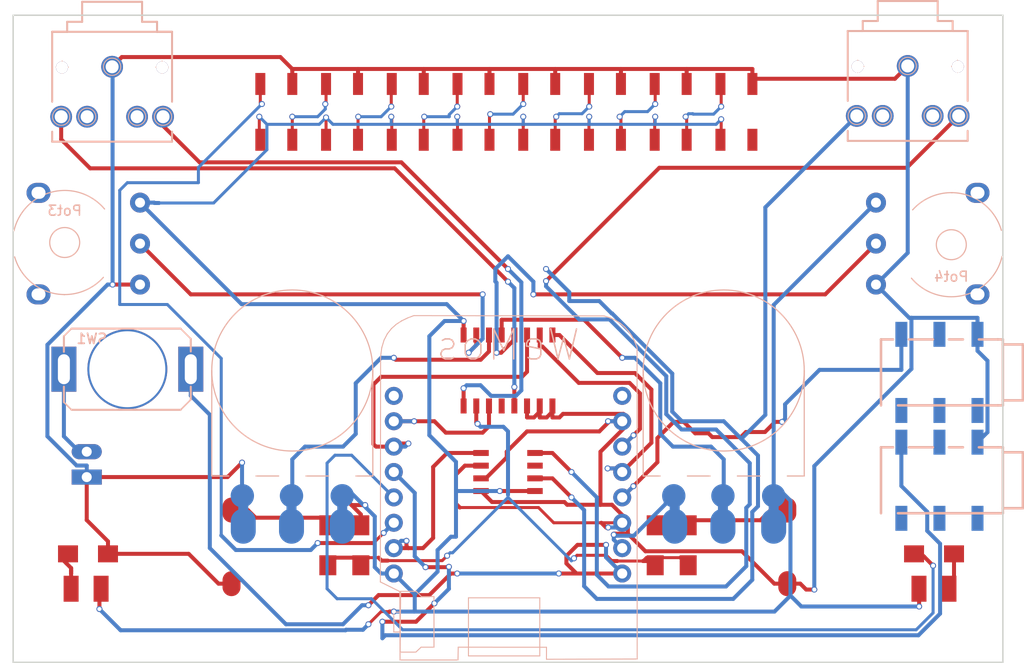
<source format=kicad_pcb>
(kicad_pcb (version 20171130) (host pcbnew "(5.1.12)-1")

  (general
    (thickness 1.6)
    (drawings 4)
    (tracks 673)
    (zones 0)
    (modules 32)
    (nets 36)
  )

  (page A4)
  (layers
    (0 F.Cu signal)
    (31 B.Cu signal)
    (32 B.Adhes user hide)
    (33 F.Adhes user hide)
    (34 B.Paste user hide)
    (35 F.Paste user hide)
    (36 B.SilkS user hide)
    (37 F.SilkS user hide)
    (38 B.Mask user hide)
    (39 F.Mask user hide)
    (40 Dwgs.User user hide)
    (41 Cmts.User user hide)
    (42 Eco1.User user hide)
    (43 Eco2.User user hide)
    (44 Edge.Cuts user)
    (45 Margin user hide)
    (46 B.CrtYd user hide)
    (47 F.CrtYd user hide)
    (48 B.Fab user hide)
    (49 F.Fab user hide)
  )

  (setup
    (last_trace_width 0.4)
    (trace_clearance 0.2)
    (zone_clearance 0.508)
    (zone_45_only no)
    (trace_min 0.2)
    (via_size 0.6)
    (via_drill 0.4)
    (via_min_size 0.4)
    (via_min_drill 0.3)
    (uvia_size 0.3)
    (uvia_drill 0.1)
    (uvias_allowed no)
    (uvia_min_size 0.2)
    (uvia_min_drill 0.1)
    (edge_width 0.15)
    (segment_width 0.2)
    (pcb_text_width 0.3)
    (pcb_text_size 1.5 1.5)
    (mod_edge_width 0.15)
    (mod_text_size 1 1)
    (mod_text_width 0.15)
    (pad_size 2.34 2.34)
    (pad_drill 1.3)
    (pad_to_mask_clearance 0.2)
    (aux_axis_origin 0 0)
    (visible_elements 7FFFFFFF)
    (pcbplotparams
      (layerselection 0x010f0_80000001)
      (usegerberextensions false)
      (usegerberattributes true)
      (usegerberadvancedattributes true)
      (creategerberjobfile true)
      (excludeedgelayer true)
      (linewidth 0.100000)
      (plotframeref false)
      (viasonmask false)
      (mode 1)
      (useauxorigin false)
      (hpglpennumber 1)
      (hpglpenspeed 20)
      (hpglpendiameter 15.000000)
      (psnegative false)
      (psa4output false)
      (plotreference true)
      (plotvalue true)
      (plotinvisibletext false)
      (padsonsilk false)
      (subtractmaskfromsilk false)
      (outputformat 1)
      (mirror false)
      (drillshape 0)
      (scaleselection 1)
      (outputdirectory "gerberFinal/"))
  )

  (net 0 "")
  (net 1 +3V3)
  (net 2 CV1)
  (net 3 CV2)
  (net 4 GND)
  (net 5 "Net-(IC1-Pad9)")
  (net 6 "Net-(IC1-Pad10)")
  (net 7 "Net-(IC1-Pad11)")
  (net 8 Pot4)
  (net 9 Pot1)
  (net 10 Pot2)
  (net 11 L-Out)
  (net 12 R-Out)
  (net 13 "Net-(D1-Pad1)")
  (net 14 "Net-(IC1-Pad3)")
  (net 15 "Net-(IC2-Pad1)")
  (net 16 Led1_pulldown)
  (net 17 +BATT)
  (net 18 Pot3)
  (net 19 NEO-Pixel)
  (net 20 "Net-(D2-Pad1)")
  (net 21 "Net-(NEO1-Pad4)")
  (net 22 "Net-(NEO2-Pad4)")
  (net 23 "Net-(NEO3-Pad4)")
  (net 24 "Net-(NEO4-Pad4)")
  (net 25 "Net-(NEO5-Pad4)")
  (net 26 "Net-(NEO6-Pad4)")
  (net 27 "Net-(NEO7-Pad4)")
  (net 28 "Net-(R3-Pad1)")
  (net 29 "Net-(R5-Pad1)")
  (net 30 +5V)
  (net 31 Buttons)
  (net 32 problem)
  (net 33 D3)
  (net 34 D5)
  (net 35 "Net-(IC2-Pad3)")

  (net_class Default "This is the default net class."
    (clearance 0.2)
    (trace_width 0.4)
    (via_dia 0.6)
    (via_drill 0.4)
    (uvia_dia 0.3)
    (uvia_drill 0.1)
    (add_net +3V3)
    (add_net +5V)
    (add_net +BATT)
    (add_net Buttons)
    (add_net CV1)
    (add_net CV2)
    (add_net D3)
    (add_net D5)
    (add_net GND)
    (add_net L-Out)
    (add_net Led1_pulldown)
    (add_net NEO-Pixel)
    (add_net "Net-(D1-Pad1)")
    (add_net "Net-(D2-Pad1)")
    (add_net "Net-(IC1-Pad10)")
    (add_net "Net-(IC1-Pad11)")
    (add_net "Net-(IC1-Pad3)")
    (add_net "Net-(IC1-Pad9)")
    (add_net "Net-(IC2-Pad1)")
    (add_net "Net-(IC2-Pad3)")
    (add_net "Net-(NEO1-Pad4)")
    (add_net "Net-(NEO2-Pad4)")
    (add_net "Net-(NEO3-Pad4)")
    (add_net "Net-(NEO4-Pad4)")
    (add_net "Net-(NEO5-Pad4)")
    (add_net "Net-(NEO6-Pad4)")
    (add_net "Net-(NEO7-Pad4)")
    (add_net "Net-(R3-Pad1)")
    (add_net "Net-(R5-Pad1)")
    (add_net Pot1)
    (add_net Pot2)
    (add_net Pot3)
    (add_net Pot4)
    (add_net R-Out)
    (add_net problem)
  )

  (net_class GND ""
    (clearance 0.2)
    (trace_width 0.5)
    (via_dia 0.6)
    (via_drill 0.4)
    (uvia_dia 0.3)
    (uvia_drill 0.1)
  )

  (net_class thin ""
    (clearance 0.2)
    (trace_width 0.3)
    (via_dia 0.6)
    (via_drill 0.4)
    (uvia_dia 0.3)
    (uvia_drill 0.1)
  )

  (module ESPTINY86_MixtapePCB:4xxx_SOIC-16W_Pitch1.27mm (layer F.Cu) (tedit 5B60B112) (tstamp 5C0EDACB)
    (at 88.9 76.2 90)
    (descr "16-Lead Plastic Small Outline (SO) - Wide, 5.3 mm Body (http://www.ti.com/lit/ml/msop002a/msop002a.pdf)")
    (tags "SOIC 1.27")
    (path /5B59B467)
    (attr smd)
    (fp_text reference IC1 (at 0 -6.2 90) (layer Eco2.User)
      (effects (font (size 1 1) (thickness 0.15)))
    )
    (fp_text value 4051 (at 0 6.2 90) (layer F.Fab)
      (effects (font (size 1 1) (thickness 0.15)))
    )
    (fp_line (start -1.65 -5.1) (end 2.65 -5.1) (layer F.Fab) (width 0.15))
    (fp_line (start 2.65 -5.1) (end 2.65 5.1) (layer F.Fab) (width 0.15))
    (fp_line (start 2.65 5.1) (end -2.65 5.1) (layer F.Fab) (width 0.15))
    (fp_line (start -2.65 5.1) (end -2.65 -4.1) (layer F.Fab) (width 0.15))
    (fp_line (start -2.65 -4.1) (end -1.65 -5.1) (layer F.Fab) (width 0.15))
    (fp_line (start -4.55 -5.45) (end -4.55 5.45) (layer F.CrtYd) (width 0.05))
    (fp_line (start 4.55 -5.45) (end 4.55 5.45) (layer F.CrtYd) (width 0.05))
    (fp_line (start -4.55 -5.45) (end 4.55 -5.45) (layer F.CrtYd) (width 0.05))
    (fp_line (start -4.55 5.45) (end 4.55 5.45) (layer F.CrtYd) (width 0.05))
    (fp_text user %R (at 0 -1.524 90) (layer F.Fab)
      (effects (font (size 1 1) (thickness 0.15)))
    )
    (pad 1 smd rect (at -3.55 -4.445 90) (size 1.5 0.6) (layers F.Cu F.Paste F.Mask)
      (net 2 CV1))
    (pad 2 smd rect (at -3.55 -3.175 90) (size 1.5 0.6) (layers F.Cu F.Paste F.Mask)
      (net 31 Buttons))
    (pad 3 smd rect (at -3.55 -1.905 90) (size 1.5 0.6) (layers F.Cu F.Paste F.Mask)
      (net 14 "Net-(IC1-Pad3)"))
    (pad 4 smd rect (at -3.55 -0.635 90) (size 1.5 0.6) (layers F.Cu F.Paste F.Mask))
    (pad 5 smd rect (at -3.55 0.635 90) (size 1.5 0.6) (layers F.Cu F.Paste F.Mask)
      (net 3 CV2))
    (pad 6 smd rect (at -3.55 1.905 90) (size 1.5 0.6) (layers F.Cu F.Paste F.Mask)
      (net 4 GND))
    (pad 7 smd rect (at -3.55 3.175 90) (size 1.5 0.6) (layers F.Cu F.Paste F.Mask)
      (net 4 GND))
    (pad 8 smd rect (at -3.55 4.445 90) (size 1.5 0.6) (layers F.Cu F.Paste F.Mask)
      (net 4 GND))
    (pad 9 smd rect (at 3.55 4.445 90) (size 1.5 0.6) (layers F.Cu F.Paste F.Mask)
      (net 5 "Net-(IC1-Pad9)"))
    (pad 10 smd rect (at 3.55 3.175 90) (size 1.5 0.6) (layers F.Cu F.Paste F.Mask)
      (net 6 "Net-(IC1-Pad10)"))
    (pad 11 smd rect (at 3.55 1.905 90) (size 1.5 0.6) (layers F.Cu F.Paste F.Mask)
      (net 7 "Net-(IC1-Pad11)"))
    (pad 12 smd rect (at 3.55 0.635 90) (size 1.5 0.6) (layers F.Cu F.Paste F.Mask)
      (net 8 Pot4))
    (pad 13 smd rect (at 3.55 -0.635 90) (size 1.5 0.6) (layers F.Cu F.Paste F.Mask)
      (net 9 Pot1))
    (pad 14 smd rect (at 3.55 -1.905 90) (size 1.5 0.6) (layers F.Cu F.Paste F.Mask)
      (net 10 Pot2))
    (pad 15 smd rect (at 3.55 -3.175 90) (size 1.5 0.6) (layers F.Cu F.Paste F.Mask)
      (net 18 Pot3))
    (pad 16 smd rect (at 3.55 -4.445 90) (size 1.5 0.6) (layers F.Cu F.Paste F.Mask)
      (net 1 +3V3))
    (model ${KISYS3DMOD}/Housings_SOIC.3dshapes/SOIC-16W_5.3x10.2mm_Pitch1.27mm.wrl
      (at (xyz 0 0 0))
      (scale (xyz 1 1 1))
      (rotate (xyz 0 0 0))
    )
  )

  (module ESPTINY86_MixtapePCB:Potentiometer_wheel (layer B.Cu) (tedit 5B6094A7) (tstamp 5C0EDB6D)
    (at 133.35 63.5)
    (descr "Potentiometer, horizontally mounted, Omeg PC16PU, Omeg PC16PU, Omeg PC16PU, Vishay/Spectrol 248GJ/249GJ Single, Vishay/Spectrol 248GJ/249GJ Single, Vishay/Spectrol 248GJ/249GJ Single, Vishay/Spectrol 248GH/249GH Single, Vishay/Spectrol 148/149 Single, Vishay/Spectrol 148/149 Single, Vishay/Spectrol 148/149 Single, Vishay/Spectrol 148A/149A Single with mounting plates, Vishay/Spectrol 148/149 Double, Vishay/Spectrol 148A/149A Double with mounting plates, Piher PC-16 Single, Piher PC-16 Single, Piher PC-16 Single, Piher PC-16SV Single, Piher PC-16 Double, Piher PC-16 Triple, Piher T16H Single, Piher T16L Single, Piher T16H Double, Alps RK163 Single, Alps RK163 Double, Alps RK097 Single, Alps RK097 Double, Bourns PTV09A-2 Single with mounting sleve Single, Bourns PTV09A-1 with mounting sleve Single, Bourns PRS11S Single, Alps RK09K Single with mounting sleve Single, Alps RK09K with mounting sleve Single, Alps RK09L Single, Alps RK09L Single, Alps RK09L Double, Alps RK09L Double, Alps RK09Y Single, Bourns 3339S Single, Bourns 3339S Single, Bourns 3339P Single, Bourns 3339H Single, Vishay T7YA Single, Suntan TSR-3386H Single, Suntan TSR-3386H Single, Suntan TSR-3386P Single, Vishay T73XX Single, Vishay T73XX Single, Vishay T73YP Single, Piher PT-6h Single, Piher PT-6v Single, Piher PT-6v Single, Piher PT-10h2.5 Single, Piher PT-10h5 Single, Piher PT-101h3.8 Single, Piher PT-10v10 Single, http://www.piher-nacesa.com/pdf/12-PT10v03.pdf")
    (tags "Potentiometer horizontal  Omeg PC16PU  Omeg PC16PU  Omeg PC16PU  Vishay/Spectrol 248GJ/249GJ Single  Vishay/Spectrol 248GJ/249GJ Single  Vishay/Spectrol 248GJ/249GJ Single  Vishay/Spectrol 248GH/249GH Single  Vishay/Spectrol 148/149 Single  Vishay/Spectrol 148/149 Single  Vishay/Spectrol 148/149 Single  Vishay/Spectrol 148A/149A Single with mounting plates  Vishay/Spectrol 148/149 Double  Vishay/Spectrol 148A/149A Double with mounting plates  Piher PC-16 Single  Piher PC-16 Single  Piher PC-16 Single  Piher PC-16SV Single  Piher PC-16 Double  Piher PC-16 Triple  Piher T16H Single  Piher T16L Single  Piher T16H Double  Alps RK163 Single  Alps RK163 Double  Alps RK097 Single  Alps RK097 Double  Bourns PTV09A-2 Single with mounting sleve Single  Bourns PTV09A-1 with mounting sleve Single  Bourns PRS11S Single  Alps RK09K Single with mounting sleve Single  Alps RK09K with mounting sleve Single  Alps RK09L Single  Alps RK09L Single  Alps RK09L Double  Alps RK09L Double  Alps RK09Y Single  Bourns 3339S Single  Bourns 3339S Single  Bourns 3339P Single  Bourns 3339H Single  Vishay T7YA Single  Suntan TSR-3386H Single  Suntan TSR-3386H Single  Suntan TSR-3386P Single  Vishay T73XX Single  Vishay T73XX Single  Vishay T73YP Single  Piher PT-6h Single  Piher PT-6v Single  Piher PT-6v Single  Piher PT-10h2.5 Single  Piher PT-10h5 Single  Piher PT-101h3.8 Single  Piher PT-10v10 Single")
    (path /5B59B714)
    (fp_text reference Pot4 (at -0.08 3.302) (layer B.SilkS)
      (effects (font (size 1 1) (thickness 0.15)) (justify mirror))
    )
    (fp_text value 10k (at -0.08 -6.29) (layer B.Fab)
      (effects (font (size 1 1) (thickness 0.15)) (justify mirror))
    )
    (fp_circle (center -0.08 0.11) (end 5.07 0.11) (layer B.Fab) (width 0.1))
    (fp_circle (center -0.08 0.11) (end 1.67 0.11) (layer B.Fab) (width 0.1))
    (fp_circle (center -0.08 0.11) (end 1.42 0.11) (layer B.Fab) (width 0.1))
    (fp_circle (center -0.08 0.11) (end 1.42 0.11) (layer B.SilkS) (width 0.12))
    (fp_line (start -6.858 5.51) (end -6.858 -5.29) (layer B.CrtYd) (width 0.05))
    (fp_line (start -6.53 -5.29) (end 6.37 -5.29) (layer B.CrtYd) (width 0.05))
    (fp_line (start 6.37 -5.29) (end 6.37 5.51) (layer B.CrtYd) (width 0.05))
    (fp_line (start 6.37 5.51) (end -6.53 5.51) (layer B.CrtYd) (width 0.05))
    (fp_arc (start -0.08 0.11) (end -0.08 -5.1) (angle 74) (layer B.SilkS) (width 0.12))
    (fp_arc (start -0.08 0.11) (end 4.997 1.281) (angle 127) (layer B.SilkS) (width 0.12))
    (fp_arc (start -0.08 0.11) (end -3.952 -3.376) (angle 49) (layer B.SilkS) (width 0.12))
    (pad 3 thru_hole circle (at -7.62 4.1) (size 2 2) (drill 1) (layers *.Cu *.Mask)
      (net 4 GND))
    (pad 2 thru_hole circle (at -7.62 0) (size 2 2) (drill 1) (layers *.Cu *.Mask)
      (net 8 Pot4))
    (pad 1 thru_hole circle (at -7.62 -4.1) (size 2 2) (drill 1) (layers *.Cu *.Mask)
      (net 1 +3V3))
    (pad "" thru_hole oval (at 2.54 5.08) (size 2.4 2) (drill oval 1.4 1.2) (layers *.Cu *.Mask))
    (pad "" thru_hole oval (at 2.54 -5.08) (size 2.4 2) (drill oval 1.4 1.2) (layers *.Cu *.Mask))
  )

  (module ESPTINY86_MixtapePCB:R_1206_Mixtape (layer F.Cu) (tedit 5B6216B0) (tstamp 5C0EDB75)
    (at 131.54 94.5515 180)
    (descr "Resistor SMD 1206, hand soldering")
    (tags "resistor 1206")
    (path /5B59E38D)
    (attr smd)
    (fp_text reference R1 (at 0 0 180) (layer Eco2.User)
      (effects (font (size 1 0.8) (thickness 0.15)))
    )
    (fp_text value R (at 0 1.9 180) (layer F.Fab)
      (effects (font (size 1 1) (thickness 0.15)))
    )
    (fp_line (start -1.6 0.8) (end -1.6 -0.8) (layer F.Fab) (width 0.1))
    (fp_line (start 1.6 0.8) (end -1.6 0.8) (layer F.Fab) (width 0.1))
    (fp_line (start 1.6 -0.8) (end 1.6 0.8) (layer F.Fab) (width 0.1))
    (fp_line (start -1.6 -0.8) (end 1.6 -0.8) (layer F.Fab) (width 0.1))
    (fp_line (start 1 1.07) (end -1 1.07) (layer Eco2.User) (width 0.12))
    (fp_line (start -1 -1.07) (end 1 -1.07) (layer Eco2.User) (width 0.12))
    (fp_line (start -3.25 -1.11) (end 3.25 -1.11) (layer F.CrtYd) (width 0.05))
    (fp_line (start -3.25 -1.11) (end -3.25 1.1) (layer F.CrtYd) (width 0.05))
    (fp_line (start 3.25 1.1) (end 3.25 -1.11) (layer F.CrtYd) (width 0.05))
    (fp_line (start 3.25 1.1) (end -3.25 1.1) (layer F.CrtYd) (width 0.05))
    (fp_text user %R (at 0 0 180) (layer F.Fab)
      (effects (font (size 0.7 0.7) (thickness 0.105)))
    )
    (pad 1 smd rect (at -2 0 180) (size 2 1.7) (layers F.Cu F.Mask)
      (net 13 "Net-(D1-Pad1)") (solder_mask_margin 0.01))
    (pad 2 smd rect (at 2 0 180) (size 2 1.7) (layers F.Cu F.Paste F.Mask)
      (net 16 Led1_pulldown) (solder_mask_margin 0.01))
    (model ${KISYS3DMOD}/Resistors_SMD.3dshapes/R_1206.wrl
      (at (xyz 0 0 0))
      (scale (xyz 1 1 1))
      (rotate (xyz 0 0 0))
    )
  )

  (module ESPTINY86_MixtapePCB:R_1206_Mixtape (layer F.Cu) (tedit 5B6216B0) (tstamp 5C0EDB7A)
    (at 46.863 94.5515 180)
    (descr "Resistor SMD 1206, hand soldering")
    (tags "resistor 1206")
    (path /5B60A2BA)
    (attr smd)
    (fp_text reference R2 (at 0 0 180) (layer Eco2.User)
      (effects (font (size 1 0.8) (thickness 0.15)))
    )
    (fp_text value R (at 0 1.9 180) (layer F.Fab)
      (effects (font (size 1 1) (thickness 0.15)))
    )
    (fp_line (start -1.6 0.8) (end -1.6 -0.8) (layer F.Fab) (width 0.1))
    (fp_line (start 1.6 0.8) (end -1.6 0.8) (layer F.Fab) (width 0.1))
    (fp_line (start 1.6 -0.8) (end 1.6 0.8) (layer F.Fab) (width 0.1))
    (fp_line (start -1.6 -0.8) (end 1.6 -0.8) (layer F.Fab) (width 0.1))
    (fp_line (start 1 1.07) (end -1 1.07) (layer Eco2.User) (width 0.12))
    (fp_line (start -1 -1.07) (end 1 -1.07) (layer Eco2.User) (width 0.12))
    (fp_line (start -3.25 -1.11) (end 3.25 -1.11) (layer F.CrtYd) (width 0.05))
    (fp_line (start -3.25 -1.11) (end -3.25 1.1) (layer F.CrtYd) (width 0.05))
    (fp_line (start 3.25 1.1) (end 3.25 -1.11) (layer F.CrtYd) (width 0.05))
    (fp_line (start 3.25 1.1) (end -3.25 1.1) (layer F.CrtYd) (width 0.05))
    (fp_text user %R (at 0 0 180) (layer F.Fab)
      (effects (font (size 0.7 0.7) (thickness 0.105)))
    )
    (pad 1 smd rect (at -2 0 180) (size 2 1.7) (layers F.Cu F.Mask)
      (net 4 GND) (solder_mask_margin 0.01))
    (pad 2 smd rect (at 2 0 180) (size 2 1.7) (layers F.Cu F.Paste F.Mask)
      (net 20 "Net-(D2-Pad1)") (solder_mask_margin 0.01))
    (model ${KISYS3DMOD}/Resistors_SMD.3dshapes/R_1206.wrl
      (at (xyz 0 0 0))
      (scale (xyz 1 1 1))
      (rotate (xyz 0 0 0))
    )
  )

  (module ESPTINY86_MixtapePCB:R_1206_Mixtape (layer F.Cu) (tedit 5B6216B0) (tstamp 5C0EDB7F)
    (at 106.934 93.694 270)
    (descr "Resistor SMD 1206, hand soldering")
    (tags "resistor 1206")
    (path /5B60B2CC)
    (attr smd)
    (fp_text reference R3_2 (at 0 0 270) (layer Eco2.User)
      (effects (font (size 1 0.8) (thickness 0.15)))
    )
    (fp_text value 22k (at 0 1.9 270) (layer F.Fab)
      (effects (font (size 1 1) (thickness 0.15)))
    )
    (fp_line (start -1.6 0.8) (end -1.6 -0.8) (layer F.Fab) (width 0.1))
    (fp_line (start 1.6 0.8) (end -1.6 0.8) (layer F.Fab) (width 0.1))
    (fp_line (start 1.6 -0.8) (end 1.6 0.8) (layer F.Fab) (width 0.1))
    (fp_line (start -1.6 -0.8) (end 1.6 -0.8) (layer F.Fab) (width 0.1))
    (fp_line (start 1 1.07) (end -1 1.07) (layer Eco2.User) (width 0.12))
    (fp_line (start -1 -1.07) (end 1 -1.07) (layer Eco2.User) (width 0.12))
    (fp_line (start -3.25 -1.11) (end 3.25 -1.11) (layer F.CrtYd) (width 0.05))
    (fp_line (start -3.25 -1.11) (end -3.25 1.1) (layer F.CrtYd) (width 0.05))
    (fp_line (start 3.25 1.1) (end 3.25 -1.11) (layer F.CrtYd) (width 0.05))
    (fp_line (start 3.25 1.1) (end -3.25 1.1) (layer F.CrtYd) (width 0.05))
    (fp_text user %R (at 0 0 270) (layer F.Fab)
      (effects (font (size 0.7 0.7) (thickness 0.105)))
    )
    (pad 1 smd rect (at -2 0 270) (size 2 1.7) (layers F.Cu F.Mask)
      (net 28 "Net-(R3-Pad1)") (solder_mask_margin 0.01))
    (pad 2 smd rect (at 2 0 270) (size 2 1.7) (layers F.Cu F.Paste F.Mask)
      (net 31 Buttons) (solder_mask_margin 0.01))
    (model ${KISYS3DMOD}/Resistors_SMD.3dshapes/R_1206.wrl
      (at (xyz 0 0 0))
      (scale (xyz 1 1 1))
      (rotate (xyz 0 0 0))
    )
  )

  (module ESPTINY86_MixtapePCB:R_1206_Mixtape (layer F.Cu) (tedit 5B6216B0) (tstamp 5C0EDB84)
    (at 74.168 93.694 270)
    (descr "Resistor SMD 1206, hand soldering")
    (tags "resistor 1206")
    (path /5B610C3D)
    (attr smd)
    (fp_text reference R4 (at 0 0 270) (layer Eco2.User)
      (effects (font (size 1 0.8) (thickness 0.15)))
    )
    (fp_text value 10k (at 0 1.9 270) (layer F.Fab)
      (effects (font (size 1 1) (thickness 0.15)))
    )
    (fp_line (start -1.6 0.8) (end -1.6 -0.8) (layer F.Fab) (width 0.1))
    (fp_line (start 1.6 0.8) (end -1.6 0.8) (layer F.Fab) (width 0.1))
    (fp_line (start 1.6 -0.8) (end 1.6 0.8) (layer F.Fab) (width 0.1))
    (fp_line (start -1.6 -0.8) (end 1.6 -0.8) (layer F.Fab) (width 0.1))
    (fp_line (start 1 1.07) (end -1 1.07) (layer Eco2.User) (width 0.12))
    (fp_line (start -1 -1.07) (end 1 -1.07) (layer Eco2.User) (width 0.12))
    (fp_line (start -3.25 -1.11) (end 3.25 -1.11) (layer F.CrtYd) (width 0.05))
    (fp_line (start -3.25 -1.11) (end -3.25 1.1) (layer F.CrtYd) (width 0.05))
    (fp_line (start 3.25 1.1) (end 3.25 -1.11) (layer F.CrtYd) (width 0.05))
    (fp_line (start 3.25 1.1) (end -3.25 1.1) (layer F.CrtYd) (width 0.05))
    (fp_text user %R (at 0 0 270) (layer F.Fab)
      (effects (font (size 0.7 0.7) (thickness 0.105)))
    )
    (pad 1 smd rect (at -2 0 270) (size 2 1.7) (layers F.Cu F.Mask)
      (net 1 +3V3) (solder_mask_margin 0.01))
    (pad 2 smd rect (at 2 0 270) (size 2 1.7) (layers F.Cu F.Paste F.Mask)
      (net 31 Buttons) (solder_mask_margin 0.01))
    (model ${KISYS3DMOD}/Resistors_SMD.3dshapes/R_1206.wrl
      (at (xyz 0 0 0))
      (scale (xyz 1 1 1))
      (rotate (xyz 0 0 0))
    )
  )

  (module ESPTINY86_MixtapePCB:R_1206_Mixtape (layer F.Cu) (tedit 5B6216B0) (tstamp 5C0EDB89)
    (at 70.866 93.694 270)
    (descr "Resistor SMD 1206, hand soldering")
    (tags "resistor 1206")
    (path /5B60AA6F)
    (attr smd)
    (fp_text reference R5 (at 0 0 270) (layer Eco2.User)
      (effects (font (size 1 0.8) (thickness 0.15)))
    )
    (fp_text value 10k (at 0 1.9 270) (layer F.Fab)
      (effects (font (size 1 1) (thickness 0.15)))
    )
    (fp_line (start -1.6 0.8) (end -1.6 -0.8) (layer F.Fab) (width 0.1))
    (fp_line (start 1.6 0.8) (end -1.6 0.8) (layer F.Fab) (width 0.1))
    (fp_line (start 1.6 -0.8) (end 1.6 0.8) (layer F.Fab) (width 0.1))
    (fp_line (start -1.6 -0.8) (end 1.6 -0.8) (layer F.Fab) (width 0.1))
    (fp_line (start 1 1.07) (end -1 1.07) (layer Eco2.User) (width 0.12))
    (fp_line (start -1 -1.07) (end 1 -1.07) (layer Eco2.User) (width 0.12))
    (fp_line (start -3.25 -1.11) (end 3.25 -1.11) (layer F.CrtYd) (width 0.05))
    (fp_line (start -3.25 -1.11) (end -3.25 1.1) (layer F.CrtYd) (width 0.05))
    (fp_line (start 3.25 1.1) (end 3.25 -1.11) (layer F.CrtYd) (width 0.05))
    (fp_line (start 3.25 1.1) (end -3.25 1.1) (layer F.CrtYd) (width 0.05))
    (fp_text user %R (at 0 0 270) (layer F.Fab)
      (effects (font (size 0.7 0.7) (thickness 0.105)))
    )
    (pad 1 smd rect (at -2 0 270) (size 2 1.7) (layers F.Cu F.Mask)
      (net 29 "Net-(R5-Pad1)") (solder_mask_margin 0.01))
    (pad 2 smd rect (at 2 0 270) (size 2 1.7) (layers F.Cu F.Paste F.Mask)
      (net 31 Buttons) (solder_mask_margin 0.01))
    (model ${KISYS3DMOD}/Resistors_SMD.3dshapes/R_1206.wrl
      (at (xyz 0 0 0))
      (scale (xyz 1 1 1))
      (rotate (xyz 0 0 0))
    )
  )

  (module ESPTINY86_MixtapePCB:WeMOS_ESP (layer B.Cu) (tedit 5B621628) (tstamp 5C0EDBA2)
    (at 88.9 88.9 180)
    (path /5B607287)
    (fp_text reference U1 (at 1.27 -18.81 180) (layer B.SilkS)
      (effects (font (size 1 1) (thickness 0.15)) (justify mirror))
    )
    (fp_text value WeMos_mini (at 1.27 19.05 180) (layer B.Fab)
      (effects (font (size 1 1) (thickness 0.15)) (justify mirror))
    )
    (fp_line (start 10.817472 -16.277228) (end 5.00618 -16.277228) (layer B.SilkS) (width 0.1))
    (fp_line (start 5.00618 -16.277228) (end 4.979849 -14.993795) (layer B.SilkS) (width 0.1))
    (fp_line (start 4.979849 -14.993795) (end -3.851373 -15.000483) (layer B.SilkS) (width 0.1))
    (fp_line (start -3.851373 -15.000483) (end -3.849397 -16.202736) (layer B.SilkS) (width 0.1))
    (fp_line (start -3.849397 -16.202736) (end -12.930193 -16.176658) (layer B.SilkS) (width 0.1))
    (fp_line (start -12.930193 -16.176658) (end -12.916195 14.993493) (layer B.SilkS) (width 0.1))
    (fp_line (start -12.916195 14.993493) (end -12.683384 15.596286) (layer B.SilkS) (width 0.1))
    (fp_line (start -12.683384 15.596286) (end -12.399901 16.141167) (layer B.SilkS) (width 0.1))
    (fp_line (start -12.399901 16.141167) (end -12.065253 16.627577) (layer B.SilkS) (width 0.1))
    (fp_line (start -12.065253 16.627577) (end -11.678953 17.054952) (layer B.SilkS) (width 0.1))
    (fp_line (start -11.678953 17.054952) (end -11.240512 17.422741) (layer B.SilkS) (width 0.1))
    (fp_line (start -11.240512 17.422741) (end -10.74944 17.730377) (layer B.SilkS) (width 0.1))
    (fp_line (start -10.74944 17.730377) (end -10.20525 17.97731) (layer B.SilkS) (width 0.1))
    (fp_line (start -10.20525 17.97731) (end -9.607453 18.162976) (layer B.SilkS) (width 0.1))
    (fp_line (start -9.607453 18.162976) (end 9.43046 18.191734) (layer B.SilkS) (width 0.1))
    (fp_line (start 9.43046 18.191734) (end 10.049824 17.957741) (layer B.SilkS) (width 0.1))
    (fp_line (start 10.049824 17.957741) (end 10.638018 17.673258) (layer B.SilkS) (width 0.1))
    (fp_line (start 10.638018 17.673258) (end 11.181445 17.323743) (layer B.SilkS) (width 0.1))
    (fp_line (start 11.181445 17.323743) (end 11.666503 16.894658) (layer B.SilkS) (width 0.1))
    (fp_line (start 11.666503 16.894658) (end 12.079595 16.37146) (layer B.SilkS) (width 0.1))
    (fp_line (start 12.079595 16.37146) (end 12.407122 15.739613) (layer B.SilkS) (width 0.1))
    (fp_line (start 12.407122 15.739613) (end 12.635482 14.984575) (layer B.SilkS) (width 0.1))
    (fp_line (start 12.635482 14.984575) (end 12.751078 14.091807) (layer B.SilkS) (width 0.1))
    (fp_line (start 12.751078 14.091807) (end 12.776026 -8.463285) (layer B.SilkS) (width 0.1))
    (fp_line (start 12.776026 -8.463285) (end 10.83248 -9.424181) (layer B.SilkS) (width 0.1))
    (fp_line (start 10.83248 -9.424181) (end 10.802686 -16.232524) (layer B.SilkS) (width 0.1))
    (fp_line (start -3.17965 -10.051451) (end 3.959931 -10.051451) (layer B.SilkS) (width 0.1))
    (fp_line (start 3.959931 -10.051451) (end 3.959931 -15.865188) (layer B.SilkS) (width 0.1))
    (fp_line (start 3.959931 -15.865188) (end -3.17965 -15.865188) (layer B.SilkS) (width 0.1))
    (fp_line (start -3.17965 -15.865188) (end -3.17965 -10.051451) (layer B.SilkS) (width 0.1))
    (fp_line (start 10.7436 -9.402349) (end 9.191378 -9.402349) (layer B.SilkS) (width 0.1))
    (fp_line (start 9.191378 -9.402349) (end 8.662211 -9.931515) (layer B.SilkS) (width 0.1))
    (fp_line (start 8.662211 -9.931515) (end 7.40985 -9.931515) (layer B.SilkS) (width 0.1))
    (fp_line (start 7.40985 -9.931515) (end 7.40985 -14.993876) (layer B.SilkS) (width 0.1))
    (fp_line (start 7.40985 -14.993876) (end 8.697489 -14.993876) (layer B.SilkS) (width 0.1))
    (fp_line (start 8.697489 -14.993876) (end 9.226656 -15.487765) (layer B.SilkS) (width 0.1))
    (fp_line (start 9.226656 -15.487765) (end 10.796517 -15.487765) (layer B.SilkS) (width 0.1))
    (fp_line (start 10.796517 -15.487765) (end 10.7436 -9.402349) (layer B.SilkS) (width 0.1))
    (fp_line (start 10.778878 -11.483738) (end 11.431517 -11.483738) (layer B.SilkS) (width 0.1))
    (fp_line (start 11.431517 -11.483738) (end 11.431517 -13.476932) (layer B.SilkS) (width 0.1))
    (fp_line (start 11.431517 -13.476932) (end 10.814156 -13.476932) (layer B.SilkS) (width 0.1))
    (fp_text user WeMos (at 0 15.24 180) (layer B.SilkS)
      (effects (font (size 3 3) (thickness 0.15)) (justify mirror))
    )
    (pad 8 thru_hole circle (at -11.43 10.16 180) (size 1.8 1.8) (drill 1.016) (layers B.Cu B.Mask))
    (pad 7 thru_hole circle (at -11.43 7.62 180) (size 1.8 1.8) (drill 1.016) (layers B.Cu B.Mask)
      (net 35 "Net-(IC2-Pad3)"))
    (pad 6 thru_hole circle (at -11.43 5.08 180) (size 1.8 1.8) (drill 1.016) (layers B.Cu B.Mask)
      (net 6 "Net-(IC1-Pad10)"))
    (pad 5 thru_hole circle (at -11.43 2.54 180) (size 1.8 1.8) (drill 1.016) (layers B.Cu B.Mask)
      (net 5 "Net-(IC1-Pad9)"))
    (pad 4 thru_hole circle (at -11.43 0 180) (size 1.8 1.8) (drill 1.016) (layers B.Cu B.Mask)
      (net 33 D3))
    (pad 3 thru_hole circle (at -11.43 -2.54 180) (size 1.8 1.8) (drill 1.016) (layers B.Cu B.Mask)
      (net 32 problem))
    (pad 2 thru_hole circle (at -11.43 -5.08 180) (size 1.8 1.8) (drill 1.016) (layers B.Cu B.Mask)
      (net 4 GND))
    (pad 1 thru_hole circle (at -11.43 -7.62 180) (size 1.8 1.8) (drill 1.016) (layers B.Cu B.Mask)
      (net 30 +5V))
    (pad 16 thru_hole circle (at 11.43 -7.62 180) (size 1.8 1.8) (drill 1.016) (layers B.Cu B.Mask)
      (net 1 +3V3))
    (pad 15 thru_hole circle (at 11.43 -5.08 180) (size 1.8 1.8) (drill 1.016) (layers B.Cu B.Mask)
      (net 15 "Net-(IC2-Pad1)"))
    (pad 14 thru_hole circle (at 11.43 -2.54 180) (size 1.8 1.8) (drill 1.016) (layers B.Cu B.Mask)
      (net 19 NEO-Pixel))
    (pad 13 thru_hole circle (at 11.43 0 180) (size 1.8 1.8) (drill 1.016) (layers B.Cu B.Mask)
      (net 16 Led1_pulldown))
    (pad 12 thru_hole circle (at 11.43 2.54 180) (size 1.8 1.8) (drill 1.016) (layers B.Cu B.Mask)
      (net 34 D5))
    (pad 11 thru_hole circle (at 11.43 5.08 180) (size 1.8 1.8) (drill 1.016) (layers B.Cu B.Mask)
      (net 7 "Net-(IC1-Pad11)"))
    (pad 10 thru_hole circle (at 11.43 7.62 180) (size 1.8 1.8) (drill 1.016) (layers B.Cu B.Mask)
      (net 14 "Net-(IC1-Pad3)"))
    (pad 9 thru_hole circle (at 11.43 10.16 180) (size 1.8 1.8) (drill 1.016) (layers B.Cu B.Mask))
  )

  (module ESPTINY86_MixtapePCB:R_1206_Mixtape (layer F.Cu) (tedit 5B6216B0) (tstamp 5C0EDCEF)
    (at 103.632 93.694 270)
    (descr "Resistor SMD 1206, hand soldering")
    (tags "resistor 1206")
    (path /5B60B2CC)
    (attr smd)
    (fp_text reference R3 (at 0 0 270) (layer Eco2.User)
      (effects (font (size 1 0.8) (thickness 0.15)))
    )
    (fp_text value 22k (at 0 1.9 270) (layer F.Fab)
      (effects (font (size 1 1) (thickness 0.15)))
    )
    (fp_line (start -1.6 0.8) (end -1.6 -0.8) (layer F.Fab) (width 0.1))
    (fp_line (start 1.6 0.8) (end -1.6 0.8) (layer F.Fab) (width 0.1))
    (fp_line (start 1.6 -0.8) (end 1.6 0.8) (layer F.Fab) (width 0.1))
    (fp_line (start -1.6 -0.8) (end 1.6 -0.8) (layer F.Fab) (width 0.1))
    (fp_line (start 1 1.07) (end -1 1.07) (layer Eco2.User) (width 0.12))
    (fp_line (start -1 -1.07) (end 1 -1.07) (layer Eco2.User) (width 0.12))
    (fp_line (start -3.25 -1.11) (end 3.25 -1.11) (layer F.CrtYd) (width 0.05))
    (fp_line (start -3.25 -1.11) (end -3.25 1.1) (layer F.CrtYd) (width 0.05))
    (fp_line (start 3.25 1.1) (end 3.25 -1.11) (layer F.CrtYd) (width 0.05))
    (fp_line (start 3.25 1.1) (end -3.25 1.1) (layer F.CrtYd) (width 0.05))
    (fp_text user %R (at 0 0 270) (layer F.Fab)
      (effects (font (size 0.7 0.7) (thickness 0.105)))
    )
    (pad 1 smd rect (at -2 0 270) (size 2 1.7) (layers F.Cu F.Mask)
      (net 28 "Net-(R3-Pad1)") (solder_mask_margin 0.01))
    (pad 2 smd rect (at 2 0 270) (size 2 1.7) (layers F.Cu F.Paste F.Mask)
      (net 31 Buttons) (solder_mask_margin 0.01))
    (model ${KISYS3DMOD}/Resistors_SMD.3dshapes/R_1206.wrl
      (at (xyz 0 0 0))
      (scale (xyz 1 1 1))
      (rotate (xyz 0 0 0))
    )
  )

  (module ESPTINY86_MixtapePCB:Potentiometer_wheel_inv (layer B.Cu) (tedit 5C0EE994) (tstamp 5C0EDB65)
    (at 44.45 63.5 180)
    (descr "Potentiometer, horizontally mounted, Omeg PC16PU, Omeg PC16PU, Omeg PC16PU, Vishay/Spectrol 248GJ/249GJ Single, Vishay/Spectrol 248GJ/249GJ Single, Vishay/Spectrol 248GJ/249GJ Single, Vishay/Spectrol 248GH/249GH Single, Vishay/Spectrol 148/149 Single, Vishay/Spectrol 148/149 Single, Vishay/Spectrol 148/149 Single, Vishay/Spectrol 148A/149A Single with mounting plates, Vishay/Spectrol 148/149 Double, Vishay/Spectrol 148A/149A Double with mounting plates, Piher PC-16 Single, Piher PC-16 Single, Piher PC-16 Single, Piher PC-16SV Single, Piher PC-16 Double, Piher PC-16 Triple, Piher T16H Single, Piher T16L Single, Piher T16H Double, Alps RK163 Single, Alps RK163 Double, Alps RK097 Single, Alps RK097 Double, Bourns PTV09A-2 Single with mounting sleve Single, Bourns PTV09A-1 with mounting sleve Single, Bourns PRS11S Single, Alps RK09K Single with mounting sleve Single, Alps RK09K with mounting sleve Single, Alps RK09L Single, Alps RK09L Single, Alps RK09L Double, Alps RK09L Double, Alps RK09Y Single, Bourns 3339S Single, Bourns 3339S Single, Bourns 3339P Single, Bourns 3339H Single, Vishay T7YA Single, Suntan TSR-3386H Single, Suntan TSR-3386H Single, Suntan TSR-3386P Single, Vishay T73XX Single, Vishay T73XX Single, Vishay T73YP Single, Piher PT-6h Single, Piher PT-6v Single, Piher PT-6v Single, Piher PT-10h2.5 Single, Piher PT-10h5 Single, Piher PT-101h3.8 Single, Piher PT-10v10 Single, http://www.piher-nacesa.com/pdf/12-PT10v03.pdf")
    (tags "Potentiometer horizontal  Omeg PC16PU  Omeg PC16PU  Omeg PC16PU  Vishay/Spectrol 248GJ/249GJ Single  Vishay/Spectrol 248GJ/249GJ Single  Vishay/Spectrol 248GJ/249GJ Single  Vishay/Spectrol 248GH/249GH Single  Vishay/Spectrol 148/149 Single  Vishay/Spectrol 148/149 Single  Vishay/Spectrol 148/149 Single  Vishay/Spectrol 148A/149A Single with mounting plates  Vishay/Spectrol 148/149 Double  Vishay/Spectrol 148A/149A Double with mounting plates  Piher PC-16 Single  Piher PC-16 Single  Piher PC-16 Single  Piher PC-16SV Single  Piher PC-16 Double  Piher PC-16 Triple  Piher T16H Single  Piher T16L Single  Piher T16H Double  Alps RK163 Single  Alps RK163 Double  Alps RK097 Single  Alps RK097 Double  Bourns PTV09A-2 Single with mounting sleve Single  Bourns PTV09A-1 with mounting sleve Single  Bourns PRS11S Single  Alps RK09K Single with mounting sleve Single  Alps RK09K with mounting sleve Single  Alps RK09L Single  Alps RK09L Single  Alps RK09L Double  Alps RK09L Double  Alps RK09Y Single  Bourns 3339S Single  Bourns 3339S Single  Bourns 3339P Single  Bourns 3339H Single  Vishay T7YA Single  Suntan TSR-3386H Single  Suntan TSR-3386H Single  Suntan TSR-3386P Single  Vishay T73XX Single  Vishay T73XX Single  Vishay T73YP Single  Piher PT-6h Single  Piher PT-6v Single  Piher PT-6v Single  Piher PT-10h2.5 Single  Piher PT-10h5 Single  Piher PT-101h3.8 Single  Piher PT-10v10 Single")
    (path /5B59B6D5)
    (fp_text reference Pot3 (at -0.08 3.302 180) (layer B.SilkS)
      (effects (font (size 1 1) (thickness 0.15)) (justify mirror))
    )
    (fp_text value 10k (at -0.08 -6.29 180) (layer B.Fab)
      (effects (font (size 1 1) (thickness 0.15)) (justify mirror))
    )
    (fp_circle (center -0.08 0.11) (end 5.07 0.11) (layer B.Fab) (width 0.1))
    (fp_circle (center -0.08 0.11) (end 1.67 0.11) (layer B.Fab) (width 0.1))
    (fp_circle (center -0.08 0.11) (end 1.42 0.11) (layer B.Fab) (width 0.1))
    (fp_circle (center -0.08 0.11) (end 1.42 0.11) (layer B.SilkS) (width 0.12))
    (fp_line (start -6.858 5.51) (end -6.858 -5.29) (layer B.CrtYd) (width 0.05))
    (fp_line (start -6.53 -5.29) (end 6.37 -5.29) (layer B.CrtYd) (width 0.05))
    (fp_line (start 6.37 -5.29) (end 6.37 5.51) (layer B.CrtYd) (width 0.05))
    (fp_line (start 6.37 5.51) (end -6.53 5.51) (layer B.CrtYd) (width 0.05))
    (fp_arc (start -0.08 0.11) (end -0.08 -5.1) (angle 74) (layer B.SilkS) (width 0.12))
    (fp_arc (start -0.08 0.11) (end 4.997 1.281) (angle 127) (layer B.SilkS) (width 0.12))
    (fp_arc (start -0.08 0.11) (end -3.952 -3.376) (angle 49) (layer B.SilkS) (width 0.12))
    (pad 1 thru_hole circle (at -7.62 4.1 180) (size 2 2) (drill 1) (layers *.Cu *.Mask)
      (net 1 +3V3))
    (pad 2 thru_hole circle (at -7.62 0 180) (size 2 2) (drill 1) (layers *.Cu *.Mask)
      (net 18 Pot3))
    (pad 3 thru_hole circle (at -7.62 -4.1 180) (size 2 2) (drill 1) (layers *.Cu *.Mask)
      (net 4 GND))
    (pad "" thru_hole oval (at 2.54 5.08 180) (size 2.4 2) (drill oval 1.4 1.2) (layers *.Cu *.Mask))
    (pad "" thru_hole oval (at 2.54 -5.08 180) (size 2.4 2) (drill oval 1.4 1.2) (layers *.Cu *.Mask))
  )

  (module ESPTINY86_MixtapePCB:Coconut_Logo_small_Mask (layer F.Cu) (tedit 5B4AD439) (tstamp 5C0EECF3)
    (at 88.9635 96.4565 90)
    (fp_text reference Coconut (at -2.2098 0.1143 180) (layer Dwgs.User) hide
      (effects (font (size 1.524 1.524) (thickness 0.3)))
    )
    (fp_text value LOGO (at 5.8166 -0.0254 180) (layer Dwgs.User) hide
      (effects (font (size 1.524 1.524) (thickness 0.3)))
    )
    (fp_poly (pts (xy -5.636476 3.556817) (xy -5.494616 3.66008) (xy -5.395743 3.807456) (xy -5.3594 3.97557)
      (xy -5.374817 4.107723) (xy -5.435399 4.204857) (xy -5.489467 4.254818) (xy -5.58559 4.323824)
      (xy -5.656204 4.337079) (xy -5.703525 4.319312) (xy -5.796866 4.240468) (xy -5.808025 4.152916)
      (xy -5.736701 4.065443) (xy -5.671379 4.009667) (xy -5.671381 3.978979) (xy -5.708456 3.960678)
      (xy -5.76847 3.965276) (xy -5.854759 4.022636) (xy -5.977808 4.140124) (xy -6.006082 4.169718)
      (xy -6.162272 4.316622) (xy -6.295552 4.394346) (xy -6.423016 4.408327) (xy -6.561759 4.364006)
      (xy -6.583248 4.353359) (xy -6.708411 4.252096) (xy -6.785588 4.114156) (xy -6.816706 3.957951)
      (xy -6.803692 3.801896) (xy -6.748472 3.664402) (xy -6.652974 3.563884) (xy -6.519124 3.518754)
      (xy -6.495816 3.5179) (xy -6.406824 3.525126) (xy -6.381175 3.562704) (xy -6.392963 3.634317)
      (xy -6.421946 3.768778) (xy -6.428146 3.842426) (xy -6.411862 3.875909) (xy -6.396566 3.883629)
      (xy -6.348244 3.861713) (xy -6.283021 3.788464) (xy -6.269566 3.768768) (xy -6.122171 3.614071)
      (xy -5.931689 3.531383) (xy -5.801769 3.5179) (xy -5.636476 3.556817)) (layer F.Mask) (width 0.01))
    (fp_poly (pts (xy 0.650802 -3.880984) (xy 0.687889 -3.67617) (xy 0.720985 -3.498177) (xy 0.746574 -3.365585)
      (xy 0.761145 -3.296971) (xy 0.761481 -3.295702) (xy 0.805807 -3.253346) (xy 0.911992 -3.189615)
      (xy 1.063017 -3.113911) (xy 1.203083 -3.05172) (xy 1.626935 -2.873303) (xy 2.057039 -3.174385)
      (xy 2.227241 -3.292062) (xy 2.375893 -3.392123) (xy 2.487363 -3.46423) (xy 2.54602 -3.498043)
      (xy 2.546988 -3.49843) (xy 2.593619 -3.477639) (xy 2.684964 -3.408963) (xy 2.807029 -3.305526)
      (xy 2.945821 -3.180452) (xy 3.087348 -3.046865) (xy 3.217615 -2.917888) (xy 3.322631 -2.806644)
      (xy 3.388401 -2.726258) (xy 3.4036 -2.695048) (xy 3.381318 -2.649644) (xy 3.320195 -2.547858)
      (xy 3.228813 -2.403448) (xy 3.115754 -2.230171) (xy 3.079183 -2.175051) (xy 2.754767 -1.687945)
      (xy 2.913654 -1.286503) (xy 2.983697 -1.11602) (xy 3.045749 -0.976732) (xy 3.091554 -0.886545)
      (xy 3.10917 -0.862424) (xy 3.162544 -0.846313) (xy 3.282234 -0.818468) (xy 3.45131 -0.7826)
      (xy 3.652843 -0.74242) (xy 3.684248 -0.736361) (xy 3.889183 -0.694841) (xy 4.064073 -0.655357)
      (xy 4.191977 -0.622025) (xy 4.255955 -0.598961) (xy 4.258928 -0.596706) (xy 4.271451 -0.543058)
      (xy 4.280289 -0.421595) (xy 4.284764 -0.249116) (xy 4.284198 -0.042418) (xy 4.283296 0.007629)
      (xy 4.271434 0.575734) (xy 3.717622 0.685261) (xy 3.508853 0.727925) (xy 3.328911 0.76728)
      (xy 3.194778 0.799423) (xy 3.123432 0.820452) (xy 3.118176 0.822991) (xy 3.084078 0.872314)
      (xy 3.02895 0.982478) (xy 2.961573 1.135078) (xy 2.915726 1.247403) (xy 2.758909 1.643612)
      (xy 3.061927 2.095252) (xy 3.178679 2.271386) (xy 3.278736 2.426303) (xy 3.352135 2.544295)
      (xy 3.388915 2.609658) (xy 3.390253 2.612845) (xy 3.374768 2.671361) (xy 3.299229 2.776361)
      (xy 3.161593 2.930396) (xy 3.018834 3.077183) (xy 2.869364 3.224625) (xy 2.739864 3.347406)
      (xy 2.642519 3.434333) (xy 2.589513 3.474216) (xy 2.585118 3.475567) (xy 2.537848 3.452477)
      (xy 2.436839 3.389671) (xy 2.297105 3.296845) (xy 2.139782 3.188005) (xy 1.974019 3.071696)
      (xy 1.830237 2.971593) (xy 1.724522 2.898842) (xy 1.67444 2.865487) (xy 1.610871 2.865975)
      (xy 1.492847 2.898054) (xy 1.340401 2.953068) (xy 1.173567 3.022358) (xy 1.012375 3.097268)
      (xy 0.876861 3.169139) (xy 0.787056 3.229315) (xy 0.762144 3.259745) (xy 0.747873 3.325967)
      (xy 0.722469 3.456874) (xy 0.68948 3.633769) (xy 0.652448 3.837952) (xy 0.651011 3.845984)
      (xy 0.558292 4.364567) (xy -0.031216 4.364567) (xy -0.285452 4.362299) (xy -0.464033 4.354976)
      (xy -0.575864 4.341822) (xy -0.629848 4.322058) (xy -0.637397 4.31165) (xy -0.65092 4.251358)
      (xy -0.675565 4.125778) (xy -0.707878 3.953024) (xy -0.744404 3.75121) (xy -0.745919 3.742703)
      (xy -0.837767 3.226672) (xy -1.19934 3.075314) (xy -1.409015 2.987592) (xy -1.561354 2.931595)
      (xy -1.678379 2.909543) (xy -1.782114 2.923656) (xy -1.89458 2.976151) (xy -2.037802 3.069249)
      (xy -2.190376 3.175184) (xy -2.359986 3.290059) (xy -2.506857 3.384652) (xy -2.615898 3.44958)
      (xy -2.672018 3.47546) (xy -2.6735 3.475567) (xy -2.719087 3.445979) (xy -2.809089 3.364955)
      (xy -2.931409 3.244109) (xy -3.073952 3.095052) (xy -3.107254 3.059161) (xy -3.491491 2.642755)
      (xy -3.197855 2.201911) (xy -3.085643 2.029181) (xy -2.993206 1.878777) (xy -2.929695 1.766176)
      (xy -2.904261 1.706856) (xy -2.904143 1.705105) (xy -2.924331 1.638367) (xy -2.975928 1.530048)
      (xy -3.014307 1.461032) (xy -3.124548 1.27292) (xy -2.85104 1.148906) (xy -2.654732 1.061997)
      (xy -2.51787 1.01117) (xy -2.423461 0.996104) (xy -2.35451 1.016477) (xy -2.294023 1.07197)
      (xy -2.243257 1.137433) (xy -2.01865 1.387809) (xy -1.731886 1.625387) (xy -1.405457 1.835761)
      (xy -1.061858 2.004522) (xy -0.723583 2.117264) (xy -0.707473 2.121112) (xy -0.431121 2.164563)
      (xy -0.13997 2.174351) (xy 0.135816 2.151362) (xy 0.366071 2.096481) (xy 0.386113 2.089008)
      (xy 0.518726 2.027079) (xy 0.660929 1.944783) (xy 0.792776 1.855852) (xy 0.894321 1.774019)
      (xy 0.945619 1.713015) (xy 0.948267 1.701971) (xy 0.91746 1.658959) (xy 0.841554 1.592577)
      (xy 0.823731 1.579083) (xy 0.735702 1.520864) (xy 0.671877 1.512205) (xy 0.59072 1.549308)
      (xy 0.577935 1.556603) (xy 0.424475 1.605033) (xy 0.286373 1.572495) (xy 0.175927 1.462632)
      (xy 0.158587 1.43237) (xy 0.118223 1.316016) (xy 0.089698 1.139045) (xy 0.071415 0.89074)
      (xy 0.068774 0.829734) (xy 0.063085 0.684636) (xy 0.491004 0.684636) (xy 0.497895 0.73263)
      (xy 0.514981 0.781777) (xy 0.548629 0.839015) (xy 0.60521 0.91128) (xy 0.691094 1.00551)
      (xy 0.812649 1.128643) (xy 0.976246 1.287614) (xy 1.188254 1.489362) (xy 1.455042 1.740823)
      (xy 1.496927 1.780203) (xy 2.490087 2.713775) (xy 2.583417 2.597254) (xy 2.676747 2.480734)
      (xy 1.868438 1.655234) (xy 1.641994 1.423882) (xy 1.423092 1.200067) (xy 1.222323 0.994629)
      (xy 1.050274 0.818406) (xy 0.917537 0.682241) (xy 0.841438 0.603934) (xy 0.728272 0.489755)
      (xy 0.65623 0.428916) (xy 0.60882 0.412715) (xy 0.569555 0.432448) (xy 0.550494 0.450387)
      (xy 0.495607 0.560703) (xy 0.491004 0.684636) (xy 0.063085 0.684636) (xy 0.050513 0.364067)
      (xy -0.146193 0.157537) (xy -0.3429 -0.048993) (xy -0.210255 -0.024426) (xy -0.074813 0.003084)
      (xy 0.033161 0.027943) (xy 0.123057 0.042034) (xy 0.136532 0.020052) (xy 0.073711 -0.037892)
      (xy -0.06528 -0.131688) (xy -0.280317 -0.261225) (xy -0.324059 -0.286581) (xy -0.498405 -0.388673)
      (xy -0.641132 -0.475114) (xy -0.738911 -0.537613) (xy -0.778409 -0.56788) (xy -0.778472 -0.569139)
      (xy -0.734547 -0.565819) (xy -0.62512 -0.547013) (xy -0.467272 -0.515889) (xy -0.30023 -0.480466)
      (xy -0.109201 -0.439562) (xy 0.052923 -0.406332) (xy 0.167317 -0.384542) (xy 0.213049 -0.377825)
      (xy 0.255474 -0.412421) (xy 0.317568 -0.503452) (xy 0.375204 -0.610196) (xy 0.464787 -0.768687)
      (xy 0.570293 -0.921282) (xy 0.631318 -0.994092) (xy 0.77566 -1.107798) (xy 0.91285 -1.139241)
      (xy 1.037478 -1.088684) (xy 1.136708 -0.969433) (xy 1.177534 -0.885818) (xy 1.203478 -0.789388)
      (xy 1.217616 -0.659119) (xy 1.223025 -0.473987) (xy 1.223434 -0.376766) (xy 1.220357 -0.163842)
      (xy 1.212095 0.042598) (xy 1.200096 0.212023) (xy 1.192278 0.2794) (xy 1.17733 0.407975)
      (xy 1.187887 0.485894) (xy 1.234287 0.545798) (xy 1.291559 0.592875) (xy 1.369452 0.646471)
      (xy 1.42499 0.657592) (xy 1.466148 0.616522) (xy 1.500896 0.513547) (xy 1.537209 0.338952)
      (xy 1.547912 0.280503) (xy 1.602799 -0.191194) (xy 1.589081 -0.614531) (xy 1.507833 -0.988076)
      (xy 1.360132 -1.3104) (xy 1.147053 -1.580072) (xy 0.869671 -1.795661) (xy 0.529063 -1.955738)
      (xy 0.126303 -2.058871) (xy -0.241667 -2.099513) (xy -0.49316 -2.108364) (xy -0.693663 -2.101461)
      (xy -0.875756 -2.076641) (xy -1.003667 -2.048914) (xy -1.414679 -1.916321) (xy -1.779524 -1.730887)
      (xy -2.087499 -1.499192) (xy -2.318827 -1.240588) (xy -2.391416 -1.144539) (xy -2.453997 -1.089529)
      (xy -2.52593 -1.074162) (xy -2.626576 -1.097039) (xy -2.775296 -1.156765) (xy -2.874774 -1.200469)
      (xy -3.115407 -1.306888) (xy -3.002211 -1.537692) (xy -2.889014 -1.768495) (xy -3.200465 -2.239532)
      (xy -3.511916 -2.710568) (xy -2.669716 -3.552768) (xy -2.213251 -3.234767) (xy -2.04139 -3.116517)
      (xy -1.89443 -3.01818) (xy -1.786233 -2.948829) (xy -1.730659 -2.917537) (xy -1.727176 -2.916642)
      (xy -1.678205 -2.931771) (xy -1.568328 -2.972856) (xy -1.414793 -3.03328) (xy -1.267376 -3.093043)
      (xy -0.837186 -3.269568) (xy -0.765612 -3.67525) (xy -0.730965 -3.869812) (xy -0.698383 -4.049608)
      (xy -0.672918 -4.186891) (xy -0.664793 -4.2291) (xy -0.635546 -4.377266) (xy -0.038836 -4.388984)
      (xy 0.557874 -4.400701) (xy 0.650802 -3.880984)) (layer F.Mask) (width 0.01))
    (fp_poly (pts (xy -4.388749 3.608903) (xy -4.214969 3.619986) (xy -4.072756 3.637032) (xy -3.983884 3.657087)
      (xy -3.967326 3.666067) (xy -3.940632 3.730466) (xy -3.919223 3.846962) (xy -3.912341 3.920067)
      (xy -3.908161 4.04622) (xy -3.921247 4.109323) (xy -3.958665 4.130378) (xy -3.983566 4.131734)
      (xy -4.065473 4.096142) (xy -4.110022 4.036484) (xy -4.168222 3.955263) (xy -4.224597 3.954216)
      (xy -4.262439 4.031119) (xy -4.266505 4.057288) (xy -4.304914 4.154646) (xy -4.37665 4.187527)
      (xy -4.460216 4.146149) (xy -4.460698 4.145669) (xy -4.506595 4.070589) (xy -4.512733 4.0386)
      (xy -4.537651 3.988884) (xy -4.591029 3.991552) (xy -4.640804 4.039782) (xy -4.651999 4.068234)
      (xy -4.698195 4.137345) (xy -4.770933 4.145752) (xy -4.85247 4.104907) (xy -4.925061 4.026265)
      (xy -4.97096 3.92128) (xy -4.9784 3.857543) (xy -4.958386 3.745875) (xy -4.891995 3.669511)
      (xy -4.7697 3.624435) (xy -4.581977 3.60663) (xy -4.388749 3.608903)) (layer F.Mask) (width 0.01))
    (fp_poly (pts (xy -4.326159 2.836984) (xy -4.114087 2.8771) (xy -3.971397 2.956782) (xy -3.894463 3.077816)
      (xy -3.877733 3.19588) (xy -3.909904 3.312517) (xy -3.991022 3.405142) (xy -4.097994 3.461543)
      (xy -4.207726 3.469504) (xy -4.296613 3.417433) (xy -4.323412 3.339636) (xy -4.304112 3.261131)
      (xy -4.249323 3.221262) (xy -4.243621 3.220919) (xy -4.210484 3.211087) (xy -4.237812 3.189235)
      (xy -4.303957 3.163993) (xy -4.387272 3.143989) (xy -4.452761 3.137548) (xy -4.57022 3.147462)
      (xy -4.612507 3.185317) (xy -4.587159 3.260936) (xy -4.569375 3.289592) (xy -4.527518 3.397987)
      (xy -4.549765 3.475501) (xy -4.618995 3.515154) (xy -4.718089 3.509968) (xy -4.829928 3.452961)
      (xy -4.874491 3.413991) (xy -4.947294 3.309465) (xy -4.978378 3.201395) (xy -4.9784 3.199068)
      (xy -4.942132 3.079681) (xy -4.850612 2.961964) (xy -4.729763 2.871646) (xy -4.61124 2.83465)
      (xy -4.326159 2.836984)) (layer F.Mask) (width 0.01))
    (fp_poly (pts (xy -5.536704 2.44399) (xy -5.473042 2.509927) (xy -5.407986 2.675444) (xy -5.384156 2.875651)
      (xy -5.40002 3.080629) (xy -5.454045 3.260457) (xy -5.516525 3.358466) (xy -5.61576 3.421082)
      (xy -5.724779 3.424952) (xy -5.810982 3.370833) (xy -5.823577 3.35135) (xy -5.859902 3.254155)
      (xy -5.8674 3.203181) (xy -5.879438 3.172151) (xy -5.925344 3.153) (xy -6.019804 3.143535)
      (xy -6.177504 3.141562) (xy -6.273334 3.142538) (xy -6.468472 3.143013) (xy -6.598223 3.135912)
      (xy -6.681747 3.118214) (xy -6.738201 3.086896) (xy -6.762 3.065448) (xy -6.818401 2.984716)
      (xy -6.810601 2.894342) (xy -6.802592 2.871883) (xy -6.745934 2.772214) (xy -6.657401 2.710127)
      (xy -6.522202 2.680806) (xy -6.32555 2.679431) (xy -6.230046 2.685351) (xy -5.888566 2.710765)
      (xy -5.825066 2.574583) (xy -5.742166 2.464846) (xy -5.638983 2.420018) (xy -5.536704 2.44399)) (layer F.Mask) (width 0.01))
    (fp_poly (pts (xy -4.501343 1.994548) (xy -4.314575 1.997801) (xy -4.157595 2.00605) (xy -4.050964 2.017909)
      (xy -4.017965 2.02716) (xy -3.958869 2.100893) (xy -3.908377 2.223242) (xy -3.879967 2.358299)
      (xy -3.877733 2.400747) (xy -3.915233 2.531298) (xy -4.01239 2.633384) (xy -4.146193 2.696819)
      (xy -4.293631 2.711419) (xy -4.431691 2.667) (xy -4.450608 2.654297) (xy -4.524831 2.616614)
      (xy -4.594908 2.639951) (xy -4.616285 2.654297) (xy -4.739841 2.706927) (xy -4.854574 2.699403)
      (xy -4.933529 2.633615) (xy -4.934425 2.631967) (xy -4.958435 2.51962) (xy -4.913677 2.428951)
      (xy -4.864998 2.39902) (xy -4.830259 2.372227) (xy -4.858921 2.328658) (xy -4.861836 2.326161)
      (xy -4.405907 2.326161) (xy -4.384563 2.355143) (xy -4.309995 2.403539) (xy -4.245767 2.377644)
      (xy -4.226101 2.340504) (xy -4.248534 2.302249) (xy -4.323889 2.290234) (xy -4.400554 2.296915)
      (xy -4.405907 2.326161) (xy -4.861836 2.326161) (xy -4.89582 2.297056) (xy -4.964 2.215557)
      (xy -4.965085 2.116379) (xy -4.962809 2.106876) (xy -4.934453 1.9939) (xy -4.501343 1.994548)) (layer F.Mask) (width 0.01))
    (fp_poly (pts (xy -5.83028 1.28775) (xy -5.619544 1.328867) (xy -5.483581 1.398434) (xy -5.422547 1.487011)
      (xy -5.423922 1.589294) (xy -5.479219 1.666867) (xy -5.530755 1.71115) (xy -5.587626 1.731926)
      (xy -5.673669 1.731532) (xy -5.812718 1.712305) (xy -5.861499 1.704344) (xy -6.068983 1.678103)
      (xy -6.203499 1.681486) (xy -6.271821 1.715664) (xy -6.28173 1.776977) (xy -6.257118 1.812796)
      (xy -6.189628 1.839666) (xy -6.064924 1.861338) (xy -5.888871 1.879774) (xy -5.655483 1.908863)
      (xy -5.499144 1.947006) (xy -5.434286 1.981585) (xy -5.372892 2.052422) (xy -5.372558 2.117147)
      (xy -5.436244 2.20097) (xy -5.463309 2.228658) (xy -5.538729 2.289867) (xy -5.626481 2.320207)
      (xy -5.757543 2.328481) (xy -5.812559 2.327929) (xy -5.98583 2.318934) (xy -6.155823 2.301134)
      (xy -6.231182 2.288935) (xy -6.492275 2.218575) (xy -6.67578 2.123982) (xy -6.786466 2.000581)
      (xy -6.829098 1.843795) (xy -6.822488 1.721238) (xy -6.777062 1.562349) (xy -6.681213 1.435331)
      (xy -6.646864 1.403661) (xy -6.57166 1.341865) (xy -6.502594 1.303698) (xy -6.416506 1.283487)
      (xy -6.290239 1.275558) (xy -6.118567 1.274234) (xy -5.83028 1.28775)) (layer F.Mask) (width 0.01))
    (fp_poly (pts (xy -4.249312 1.109321) (xy -4.125679 1.125419) (xy -4.041179 1.157448) (xy -3.99884 1.186915)
      (xy -3.932671 1.255679) (xy -3.930953 1.315696) (xy -3.946911 1.345665) (xy -3.987981 1.387799)
      (xy -4.057933 1.408742) (xy -4.178538 1.412781) (xy -4.271067 1.409504) (xy -4.436053 1.410394)
      (xy -4.542589 1.42838) (xy -4.583453 1.45957) (xy -4.551425 1.50007) (xy -4.491358 1.528313)
      (xy -4.375926 1.555744) (xy -4.231421 1.569999) (xy -4.200568 1.570567) (xy -4.037533 1.588703)
      (xy -3.931982 1.638798) (xy -3.894385 1.714384) (xy -3.902369 1.754843) (xy -3.96637 1.828359)
      (xy -4.073321 1.885108) (xy -4.181647 1.903494) (xy -4.187406 1.902891) (xy -4.263715 1.893537)
      (xy -4.364566 1.881431) (xy -4.555615 1.847166) (xy -4.732197 1.795426) (xy -4.865743 1.735389)
      (xy -4.904316 1.707997) (xy -4.966881 1.601414) (xy -4.97954 1.459652) (xy -4.944191 1.314498)
      (xy -4.874491 1.208809) (xy -4.812549 1.155829) (xy -4.742417 1.124584) (xy -4.640514 1.109504)
      (xy -4.483262 1.105019) (xy -4.434681 1.1049) (xy -4.249312 1.109321)) (layer F.Mask) (width 0.01))
    (fp_poly (pts (xy -6.098278 0.095796) (xy -5.88653 0.102852) (xy -5.742072 0.111986) (xy -5.647545 0.126987)
      (xy -5.58559 0.151643) (xy -5.538846 0.189741) (xy -5.507321 0.22476) (xy -5.436537 0.343693)
      (xy -5.445811 0.447604) (xy -5.536927 0.541942) (xy -5.628325 0.594591) (xy -5.8039 0.6815)
      (xy -5.646126 0.681533) (xy -5.519524 0.698661) (xy -5.438085 0.760465) (xy -5.420867 0.784561)
      (xy -5.383559 0.902576) (xy -5.415913 1.009938) (xy -5.500337 1.075101) (xy -5.594495 1.094612)
      (xy -5.748163 1.109644) (xy -5.936269 1.119469) (xy -6.133739 1.123361) (xy -6.3155 1.120589)
      (xy -6.45648 1.110427) (xy -6.496331 1.104027) (xy -6.66476 1.055094) (xy -6.75973 0.989501)
      (xy -6.792125 0.898012) (xy -6.79029 0.854524) (xy -6.763959 0.780244) (xy -6.692821 0.713127)
      (xy -6.674537 0.702734) (xy -5.8674 0.702734) (xy -5.846233 0.7239) (xy -5.825066 0.702734)
      (xy -5.846233 0.681567) (xy -5.8674 0.702734) (xy -6.674537 0.702734) (xy -6.559676 0.637447)
      (xy -6.544733 0.630009) (xy -6.3119 0.514951) (xy -6.473433 0.513592) (xy -6.654993 0.490629)
      (xy -6.763525 0.425531) (xy -6.798733 0.32122) (xy -6.781553 0.22779) (xy -6.723491 0.161444)
      (xy -6.614767 0.119035) (xy -6.445601 0.097416) (xy -6.206212 0.093438) (xy -6.098278 0.095796)) (layer F.Mask) (width 0.01))
    (fp_poly (pts (xy -4.219963 0.259119) (xy -4.054438 0.326155) (xy -3.957021 0.439492) (xy -3.927744 0.551165)
      (xy -3.944339 0.714016) (xy -4.032697 0.8394) (xy -4.196381 0.931572) (xy -4.266294 0.955057)
      (xy -4.392626 0.990615) (xy -4.482856 1.012377) (xy -4.509833 1.0159) (xy -4.563462 1.00417)
      (xy -4.663583 0.981056) (xy -4.681048 0.976957) (xy -4.845007 0.903978) (xy -4.944236 0.787072)
      (xy -4.974234 0.641815) (xy -4.963829 0.604215) (xy -4.623349 0.604215) (xy -4.611262 0.653582)
      (xy -4.61036 0.654496) (xy -4.542959 0.677294) (xy -4.435963 0.678567) (xy -4.331722 0.658096)
      (xy -4.325939 0.655964) (xy -4.276741 0.618898) (xy -4.29899 0.583099) (xy -4.379966 0.55903)
      (xy -4.449233 0.554567) (xy -4.564792 0.568389) (xy -4.623349 0.604215) (xy -4.963829 0.604215)
      (xy -4.9305 0.483784) (xy -4.854872 0.375318) (xy -4.780942 0.299945) (xy -4.710804 0.258463)
      (xy -4.615524 0.240846) (xy -4.466166 0.237072) (xy -4.45581 0.237067) (xy -4.219963 0.259119)) (layer F.Mask) (width 0.01))
    (fp_poly (pts (xy -2.4384 0.872067) (xy -2.459566 0.893234) (xy -2.480733 0.872067) (xy -2.459566 0.8509)
      (xy -2.4384 0.872067)) (layer F.Mask) (width 0.01))
    (fp_poly (pts (xy -4.086437 -0.49879) (xy -4.006429 -0.427309) (xy -3.925343 -0.323805) (xy -3.880724 -0.22328)
      (xy -3.877733 -0.198942) (xy -3.905772 -0.075162) (xy -3.975725 0.029133) (xy -4.066346 0.085549)
      (xy -4.093129 0.0889) (xy -4.176873 0.057043) (xy -4.20659 -0.018296) (xy -4.17277 -0.103162)
      (xy -4.141966 -0.168392) (xy -4.149344 -0.196821) (xy -4.191265 -0.184604) (xy -4.269357 -0.122468)
      (xy -4.344178 -0.047632) (xy -4.500978 0.084891) (xy -4.650034 0.137859) (xy -4.786006 0.110614)
      (xy -4.890661 0.019691) (xy -4.956458 -0.113831) (xy -4.969892 -0.260133) (xy -4.935335 -0.394174)
      (xy -4.857159 -0.490913) (xy -4.79656 -0.519303) (xy -4.699637 -0.527682) (xy -4.659911 -0.479769)
      (xy -4.667578 -0.375125) (xy -4.678509 -0.28203) (xy -4.65637 -0.257505) (xy -4.595177 -0.301623)
      (xy -4.52272 -0.376872) (xy -4.412049 -0.46741) (xy -4.289869 -0.525473) (xy -4.271013 -0.529991)
      (xy -4.17023 -0.536173) (xy -4.086437 -0.49879)) (layer F.Mask) (width 0.01))
    (fp_poly (pts (xy -5.795912 -1.02871) (xy -5.657013 -0.970086) (xy -5.507771 -0.871871) (xy -5.427831 -0.754237)
      (xy -5.401938 -0.593471) (xy -5.401733 -0.573298) (xy -5.440806 -0.407259) (xy -5.548512 -0.264833)
      (xy -5.710585 -0.152429) (xy -5.912758 -0.076457) (xy -6.140765 -0.043325) (xy -6.380338 -0.059444)
      (xy -6.489153 -0.084771) (xy -6.643125 -0.168748) (xy -6.74893 -0.304707) (xy -6.801557 -0.471788)
      (xy -6.799871 -0.525578) (xy -6.366649 -0.525578) (xy -6.307131 -0.490265) (xy -6.303659 -0.489259)
      (xy -6.218291 -0.480769) (xy -6.097697 -0.48497) (xy -5.976512 -0.498674) (xy -5.889366 -0.518692)
      (xy -5.870215 -0.529173) (xy -5.87106 -0.566629) (xy -5.935718 -0.598593) (xy -6.043343 -0.618497)
      (xy -6.160424 -0.620628) (xy -6.282084 -0.601042) (xy -6.354562 -0.565931) (xy -6.366649 -0.525578)
      (xy -6.799871 -0.525578) (xy -6.795997 -0.64913) (xy -6.727237 -0.815873) (xy -6.679357 -0.876605)
      (xy -6.505984 -1.003304) (xy -6.288294 -1.072046) (xy -6.045274 -1.081093) (xy -5.795912 -1.02871)) (layer F.Mask) (width 0.01))
    (fp_poly (pts (xy -4.325665 -1.773404) (xy -4.160312 -1.752481) (xy -4.037873 -1.717139) (xy -4.004045 -1.697055)
      (xy -3.936418 -1.604267) (xy -3.949276 -1.508396) (xy -4.039306 -1.418463) (xy -4.122771 -1.373804)
      (xy -4.2799 -1.304745) (xy -4.143954 -1.326203) (xy -4.004529 -1.319922) (xy -3.942871 -1.282523)
      (xy -3.884559 -1.201501) (xy -3.900565 -1.128876) (xy -3.944257 -1.07829) (xy -4.027221 -1.040128)
      (xy -4.169132 -1.016162) (xy -4.345505 -1.006186) (xy -4.531855 -1.009996) (xy -4.703697 -1.027387)
      (xy -4.836544 -1.058154) (xy -4.891634 -1.086221) (xy -4.956586 -1.172795) (xy -4.937323 -1.258023)
      (xy -4.834293 -1.340608) (xy -4.79655 -1.360183) (xy -4.6609 -1.425795) (xy -4.7879 -1.458132)
      (xy -4.920129 -1.512182) (xy -4.971693 -1.584919) (xy -4.941282 -1.673708) (xy -4.911876 -1.707243)
      (xy -4.827039 -1.746826) (xy -4.684246 -1.770859) (xy -4.508716 -1.779624) (xy -4.325665 -1.773404)) (layer F.Mask) (width 0.01))
    (fp_poly (pts (xy -5.82607 -2.090334) (xy -5.733204 -2.068809) (xy -5.551634 -1.996845) (xy -5.438936 -1.89336)
      (xy -5.380876 -1.743028) (xy -5.371093 -1.678867) (xy -5.363437 -1.549336) (xy -5.386267 -1.462465)
      (xy -5.452737 -1.378041) (xy -5.477866 -1.352454) (xy -5.617982 -1.249523) (xy -5.756195 -1.22818)
      (xy -5.870183 -1.267256) (xy -5.936993 -1.343706) (xy -5.946092 -1.448133) (xy -5.897943 -1.546998)
      (xy -5.865949 -1.575284) (xy -5.812799 -1.617705) (xy -5.824227 -1.640831) (xy -5.90946 -1.661528)
      (xy -5.913574 -1.662351) (xy -6.069462 -1.683866) (xy -6.211802 -1.687155) (xy -6.315109 -1.672837)
      (xy -6.351158 -1.651742) (xy -6.343699 -1.596201) (xy -6.294102 -1.512572) (xy -6.290156 -1.507482)
      (xy -6.218294 -1.375617) (xy -6.219404 -1.270708) (xy -6.283491 -1.202843) (xy -6.400557 -1.182113)
      (xy -6.560605 -1.218607) (xy -6.571954 -1.223077) (xy -6.688626 -1.311889) (xy -6.767985 -1.453473)
      (xy -6.802426 -1.621316) (xy -6.784342 -1.788906) (xy -6.754984 -1.861078) (xy -6.654293 -1.967226)
      (xy -6.491475 -2.047207) (xy -6.286111 -2.097039) (xy -6.057782 -2.112741) (xy -5.82607 -2.090334)) (layer F.Mask) (width 0.01))
    (fp_poly (pts (xy -4.188285 -3.243404) (xy -4.059475 -3.228709) (xy -4.003772 -3.212585) (xy -3.933009 -3.131961)
      (xy -3.894597 -3.001552) (xy -3.8938 -2.851792) (xy -3.922328 -2.741974) (xy -4.02185 -2.610776)
      (xy -4.149421 -2.534003) (xy -4.322233 -2.45708) (xy -4.174066 -2.453442) (xy -4.060729 -2.442597)
      (xy -3.983426 -2.421065) (xy -3.979493 -2.418702) (xy -3.94106 -2.353927) (xy -3.913799 -2.239858)
      (xy -3.901482 -2.110903) (xy -3.907883 -2.00147) (xy -3.928285 -1.951815) (xy -3.999136 -1.930182)
      (xy -4.078384 -1.961136) (xy -4.128188 -2.026335) (xy -4.131733 -2.050423) (xy -4.165653 -2.105247)
      (xy -4.195233 -2.112433) (xy -4.246305 -2.075633) (xy -4.258733 -2.0066) (xy -4.275994 -1.926302)
      (xy -4.344269 -1.90129) (xy -4.365614 -1.900766) (xy -4.464612 -1.932008) (xy -4.512733 -2.0066)
      (xy -4.561942 -2.090025) (xy -4.609748 -2.107785) (xy -4.637869 -2.056832) (xy -4.639733 -2.027766)
      (xy -4.665176 -1.960833) (xy -4.743166 -1.9431) (xy -4.854254 -1.979663) (xy -4.934233 -2.071383)
      (xy -4.972633 -2.191304) (xy -4.958984 -2.312469) (xy -4.913861 -2.382591) (xy -4.838441 -2.422014)
      (xy -4.709991 -2.457329) (xy -4.59438 -2.475974) (xy -4.458393 -2.493334) (xy -4.395764 -2.509066)
      (xy -4.395472 -2.528499) (xy -4.436669 -2.552235) (xy -4.522046 -2.623147) (xy -4.595017 -2.729563)
      (xy -4.5974 -2.734518) (xy -4.671922 -2.840125) (xy -4.776645 -2.881675) (xy -4.783631 -2.882492)
      (xy -4.807153 -2.890563) (xy -4.363992 -2.890563) (xy -4.3434 -2.874433) (xy -4.238664 -2.834865)
      (xy -4.162698 -2.861456) (xy -4.1529 -2.874433) (xy -4.170097 -2.903663) (xy -4.254595 -2.916045)
      (xy -4.266818 -2.916118) (xy -4.353488 -2.91016) (xy -4.363992 -2.890563) (xy -4.807153 -2.890563)
      (xy -4.906228 -2.924557) (xy -4.966627 -3.002884) (xy -4.96338 -3.094759) (xy -4.895037 -3.177471)
      (xy -4.80506 -3.218501) (xy -4.689674 -3.237678) (xy -4.530403 -3.248088) (xy -4.354267 -3.24993)
      (xy -4.188285 -3.243404)) (layer F.Mask) (width 0.01))
    (fp_poly (pts (xy -5.892939 -3.240583) (xy -5.714477 -3.190427) (xy -5.565449 -3.096557) (xy -5.51815 -3.05432)
      (xy -5.424521 -2.913259) (xy -5.400455 -2.751248) (xy -5.441317 -2.588113) (xy -5.542467 -2.443679)
      (xy -5.684133 -2.344672) (xy -5.81823 -2.30218) (xy -6.000772 -2.270419) (xy -6.197718 -2.252701)
      (xy -6.375023 -2.252337) (xy -6.481233 -2.267136) (xy -6.568307 -2.310985) (xy -6.669808 -2.388161)
      (xy -6.682316 -2.399636) (xy -6.75928 -2.491013) (xy -6.792928 -2.596342) (xy -6.798733 -2.707311)
      (xy -6.793007 -2.741813) (xy -6.367488 -2.741813) (xy -6.357158 -2.709833) (xy -6.297921 -2.680036)
      (xy -6.188619 -2.665785) (xy -6.062502 -2.667557) (xy -5.952819 -2.685826) (xy -5.910959 -2.703446)
      (xy -5.870245 -2.749749) (xy -5.911886 -2.785755) (xy -6.036678 -2.811981) (xy -6.087559 -2.817733)
      (xy -6.233711 -2.818352) (xy -6.331722 -2.791164) (xy -6.367488 -2.741813) (xy -6.793007 -2.741813)
      (xy -6.763741 -2.918128) (xy -6.660922 -3.080281) (xy -6.493517 -3.191129) (xy -6.264763 -3.248033)
      (xy -6.126258 -3.255433) (xy -5.892939 -3.240583)) (layer F.Mask) (width 0.01))
    (fp_poly (pts (xy -4.253981 -4.076073) (xy -4.085418 -4.004931) (xy -3.968954 -3.898476) (xy -3.915364 -3.766576)
      (xy -3.935423 -3.619099) (xy -3.935722 -3.618348) (xy -4.034633 -3.481899) (xy -4.200222 -3.389233)
      (xy -4.424573 -3.344086) (xy -4.525241 -3.340166) (xy -4.678463 -3.346718) (xy -4.778698 -3.372636)
      (xy -4.857016 -3.427157) (xy -4.874491 -3.444009) (xy -4.963383 -3.580905) (xy -4.973236 -3.671039)
      (xy -4.619004 -3.671039) (xy -4.556858 -3.642302) (xy -4.443579 -3.644505) (xy -4.354459 -3.662991)
      (xy -4.290275 -3.695824) (xy -4.282874 -3.725913) (xy -4.339074 -3.752309) (xy -4.438632 -3.762417)
      (xy -4.541944 -3.756108) (xy -4.609407 -3.733251) (xy -4.614917 -3.727004) (xy -4.619004 -3.671039)
      (xy -4.973236 -3.671039) (xy -4.979197 -3.725564) (xy -4.930674 -3.863977) (xy -4.826556 -3.982137)
      (xy -4.675583 -4.066035) (xy -4.486498 -4.101663) (xy -4.463868 -4.102034) (xy -4.253981 -4.076073)) (layer F.Mask) (width 0.01))
    (fp_poly (pts (xy -5.814162 -4.277621) (xy -5.613395 -4.205205) (xy -5.459798 -4.09286) (xy -5.42547 -4.050589)
      (xy -5.367595 -3.905583) (xy -5.372509 -3.749353) (xy -5.430238 -3.603492) (xy -5.530808 -3.489592)
      (xy -5.664247 -3.429248) (xy -5.71453 -3.424766) (xy -5.856533 -3.452924) (xy -5.936852 -3.526667)
      (xy -5.948223 -3.629904) (xy -5.883381 -3.746542) (xy -5.8674 -3.763433) (xy -5.826267 -3.807645)
      (xy -5.822522 -3.832945) (xy -5.869361 -3.844613) (xy -5.979982 -3.847926) (xy -6.079066 -3.8481)
      (xy -6.225121 -3.843422) (xy -6.330957 -3.831112) (xy -6.375166 -3.813754) (xy -6.3754 -3.812328)
      (xy -6.347068 -3.76029) (xy -6.288729 -3.69812) (xy -6.220303 -3.586955) (xy -6.214646 -3.511642)
      (xy -6.233783 -3.441902) (xy -6.286231 -3.407022) (xy -6.396839 -3.391337) (xy -6.406664 -3.390606)
      (xy -6.540907 -3.39326) (xy -6.636257 -3.434652) (xy -6.692414 -3.483932) (xy -6.762136 -3.574648)
      (xy -6.793283 -3.684922) (xy -6.798733 -3.799457) (xy -6.791184 -3.935622) (xy -6.757183 -4.026945)
      (xy -6.679696 -4.112722) (xy -6.652353 -4.137186) (xy -6.481195 -4.239892) (xy -6.269892 -4.296505)
      (xy -6.040271 -4.308569) (xy -5.814162 -4.277621)) (layer F.Mask) (width 0.01))
  )

  (module ESPTINY86_MixtapePCB:Bat_connector+- (layer F.Cu) (tedit 5C0EED4D) (tstamp 5C0EDAE9)
    (at 46.736 86.868 90)
    (path /5B60EF37)
    (fp_text reference J1 (at 1.27 -1.016 90) (layer Eco2.User)
      (effects (font (size 1 1) (thickness 0.15)))
    )
    (fp_text value Bat_EXT (at 1.09 -2.76 90) (layer F.Fab)
      (effects (font (size 1 1) (thickness 0.15)))
    )
    (fp_line (start 3.81 2.794) (end -1.27 2.794) (layer Eco2.User) (width 0.12))
    (fp_line (start -1.27 -1.778) (end 3.81 -1.778) (layer Eco2.User) (width 0.12))
    (fp_line (start -1.27 -1.778) (end -1.27 2.794) (layer Eco2.User) (width 0.12))
    (fp_line (start 3.81 -1.778) (end 3.81 2.794) (layer Eco2.User) (width 0.12))
    (fp_line (start -1.524 -2.032) (end 4.064 -2.032) (layer F.CrtYd) (width 0.05))
    (fp_line (start -1.524 -2.032) (end -1.524 3.048) (layer F.CrtYd) (width 0.05))
    (fp_line (start 4.064 3.048) (end 4.064 -2.032) (layer F.CrtYd) (width 0.05))
    (fp_line (start 4.064 3.048) (end -1.524 3.048) (layer F.CrtYd) (width 0.05))
    (fp_text user + (at 2.54 2.032 90) (layer Eco2.User)
      (effects (font (size 1 1) (thickness 0.15)))
    )
    (fp_text user - (at 0 2.032 90) (layer Eco2.User)
      (effects (font (size 1 1) (thickness 0.15)))
    )
    (pad 2 thru_hole rect (at 0 0 90) (size 1.51 3.01) (drill 1) (layers *.Cu *.Mask)
      (net 4 GND))
    (pad 1 thru_hole oval (at 2.54 0 90) (size 1.51 3.01) (drill 1) (layers *.Cu *.Mask)
      (net 17 +BATT))
  )

  (module ESPTINY86_MixtapePCB:Push_SWITCH_hole (layer B.Cu) (tedit 5C0EF0CB) (tstamp 5C0EDB8E)
    (at 50.8 76.073 270)
    (path /5B6087C7)
    (attr virtual)
    (fp_text reference SW1 (at -3.048 3.556) (layer B.SilkS)
      (effects (font (size 1 1) (thickness 0.1778)) (justify mirror))
    )
    (fp_text value SW_SPST (at 5.08 0 180) (layer Eco2.User)
      (effects (font (size 1 1) (thickness 0.1778)))
    )
    (fp_circle (center 0 0) (end -1.524 -1.778) (layer Eco2.User) (width 0.15))
    (fp_circle (center 0 0) (end -1.27 -2.794) (layer Dwgs.User) (width 0.15))
    (fp_line (start -4.064 -5.334) (end -3.048 -6.35) (layer B.SilkS) (width 0.15))
    (fp_line (start 4.064 -5.334) (end 3.048 -6.35) (layer B.SilkS) (width 0.15))
    (fp_line (start 3.302 6.35) (end 4.064 5.588) (layer B.SilkS) (width 0.15))
    (fp_line (start -3.302 6.35) (end -4.064 5.588) (layer B.SilkS) (width 0.15))
    (fp_line (start 3.302 6.35) (end 1.74752 6.35) (layer B.SilkS) (width 0.2032))
    (fp_line (start -4.064 5.588) (end -4.064 -5.334) (layer B.SilkS) (width 0.2032))
    (fp_line (start 4.064 -5.334) (end 4.064 5.588) (layer B.SilkS) (width 0.2032))
    (fp_line (start -1.778 -6.35) (end -3.048 -6.35) (layer B.SilkS) (width 0.2032))
    (fp_line (start -1.74752 6.35) (end -3.302 6.35) (layer B.SilkS) (width 0.2032))
    (fp_line (start 3.048 -6.35) (end 1.74752 -6.35) (layer B.SilkS) (width 0.2032))
    (pad 1 thru_hole rect (at 0 6.35 270) (size 4.5 2.5) (drill oval 3 1.2) (layers B.Cu B.Mask)
      (net 17 +BATT))
    (pad 2 thru_hole rect (at 0 -6.35 270) (size 4.5 2.5) (drill oval 3 1.2) (layers B.Cu B.Mask)
      (net 30 +5V))
    (pad "" thru_hole circle (at 0 0 270) (size 8 8) (drill 7.6) (layers *.Cu *.Mask)
      (solder_mask_margin 0.01))
  )

  (module ESPTINY86_MixtapePCB:TopLED_2835 (layer F.Cu) (tedit 5C0EF1CC) (tstamp 5C0EDAC6)
    (at 46.6725 98.044)
    (descr "LED PLCC-2 SMD package")
    (tags "LED PLCC-2 SMD")
    (path /5B60A26A)
    (attr smd)
    (fp_text reference D2 (at 0 -2.5) (layer Eco2.User)
      (effects (font (size 1 1) (thickness 0.15)))
    )
    (fp_text value LED (at 0 2.5) (layer F.Fab)
      (effects (font (size 1 1) (thickness 0.15)))
    )
    (fp_circle (center 0 0) (end 0 -1.25) (layer F.Fab) (width 0.1))
    (fp_line (start -1.7 -0.6) (end -0.8 -1.5) (layer F.Fab) (width 0.1))
    (fp_line (start 1.7 1.5) (end 1.7 -1.5) (layer F.Fab) (width 0.1))
    (fp_line (start 1.7 -1.5) (end -1.7 -1.5) (layer F.Fab) (width 0.1))
    (fp_line (start -1.7 -1.5) (end -1.7 1.5) (layer F.Fab) (width 0.1))
    (fp_line (start -1.7 1.5) (end 1.7 1.5) (layer F.Fab) (width 0.1))
    (fp_line (start -2.65 -1.85) (end 2.5 -1.85) (layer F.CrtYd) (width 0.05))
    (fp_line (start 2.5 -1.85) (end 2.5 1.85) (layer F.CrtYd) (width 0.05))
    (fp_line (start 2.5 1.85) (end -2.65 1.85) (layer F.CrtYd) (width 0.05))
    (fp_line (start -2.65 1.85) (end -2.65 -1.85) (layer F.CrtYd) (width 0.05))
    (fp_text user %R (at 0 0) (layer F.Fab)
      (effects (font (size 0.4 0.4) (thickness 0.1)))
    )
    (pad 1 smd rect (at -1.5 0) (size 1.5 2.6) (layers F.Cu F.Paste F.Mask)
      (net 20 "Net-(D2-Pad1)"))
    (pad 2 smd rect (at 1.5 0) (size 1.5 2.6) (layers F.Cu F.Paste F.Mask)
      (net 1 +3V3))
    (model ${KISYS3DMOD}/LEDs.3dshapes/LED_PLCC-2.wrl
      (at (xyz 0 0 0))
      (scale (xyz 1 1 1))
      (rotate (xyz 0 0 0))
    )
  )

  (module ESPTINY86_MixtapePCB:TopLED_2835 (layer F.Cu) (tedit 5C0EF1CC) (tstamp 5C0EDAC1)
    (at 131.532 98.044 180)
    (descr "LED PLCC-2 SMD package")
    (tags "LED PLCC-2 SMD")
    (path /5B6097B9)
    (attr smd)
    (fp_text reference D1 (at 0 -2.5 180) (layer Eco2.User)
      (effects (font (size 1 1) (thickness 0.15)))
    )
    (fp_text value LED (at 0 2.5 180) (layer F.Fab)
      (effects (font (size 1 1) (thickness 0.15)))
    )
    (fp_circle (center 0 0) (end 0 -1.25) (layer F.Fab) (width 0.1))
    (fp_line (start -1.7 -0.6) (end -0.8 -1.5) (layer F.Fab) (width 0.1))
    (fp_line (start 1.7 1.5) (end 1.7 -1.5) (layer F.Fab) (width 0.1))
    (fp_line (start 1.7 -1.5) (end -1.7 -1.5) (layer F.Fab) (width 0.1))
    (fp_line (start -1.7 -1.5) (end -1.7 1.5) (layer F.Fab) (width 0.1))
    (fp_line (start -1.7 1.5) (end 1.7 1.5) (layer F.Fab) (width 0.1))
    (fp_line (start -2.65 -1.85) (end 2.5 -1.85) (layer F.CrtYd) (width 0.05))
    (fp_line (start 2.5 -1.85) (end 2.5 1.85) (layer F.CrtYd) (width 0.05))
    (fp_line (start 2.5 1.85) (end -2.65 1.85) (layer F.CrtYd) (width 0.05))
    (fp_line (start -2.65 1.85) (end -2.65 -1.85) (layer F.CrtYd) (width 0.05))
    (fp_text user %R (at 0 0 180) (layer F.Fab)
      (effects (font (size 0.4 0.4) (thickness 0.1)))
    )
    (pad 1 smd rect (at -1.5 0 180) (size 1.5 2.6) (layers F.Cu F.Paste F.Mask)
      (net 13 "Net-(D1-Pad1)"))
    (pad 2 smd rect (at 1.5 0 180) (size 1.5 2.6) (layers F.Cu F.Paste F.Mask)
      (net 1 +3V3))
    (model ${KISYS3DMOD}/LEDs.3dshapes/LED_PLCC-2.wrl
      (at (xyz 0 0 0))
      (scale (xyz 1 1 1))
      (rotate (xyz 0 0 0))
    )
  )

  (module ESPTINY86_MixtapePCB:AUDIO-Jack_3.5mm_5Pin (layer B.Cu) (tedit 5C0EF27D) (tstamp 5C0EDB06)
    (at 49.276 45.8013 270)
    (descr "KIT FOOTPRINT FOR 1/8\" AUDIO JACK.")
    (tags "KIT FOOTPRINT FOR 1/8\" AUDIO JACK.")
    (path /5B59B8A3)
    (attr virtual)
    (fp_text reference Jack3 (at -0.254 2.7432 270) (layer Dwgs.User)
      (effects (font (size 0.4064 0.4064) (thickness 0.0254)))
    )
    (fp_text value JACK_TRS_6PINS (at -0.0508 1.4732 270) (layer Dwgs.User)
      (effects (font (size 0.4064 0.4064) (thickness 0.0254)))
    )
    (fp_circle (center 0 0) (end -0.3302 -0.3302) (layer B.SilkS) (width 0.1))
    (fp_circle (center 4.99872 5.09778) (end 5.32892 5.42798) (layer B.SilkS) (width 0.1))
    (fp_circle (center 4.99872 2.49936) (end 5.32892 2.82956) (layer B.SilkS) (width 0.1))
    (fp_circle (center 4.99872 -2.49936) (end 5.32892 -2.82956) (layer B.SilkS) (width 0.1))
    (fp_circle (center 4.99872 -5.09778) (end 5.32892 -5.42798) (layer B.SilkS) (width 0.1))
    (fp_circle (center 0 0) (end -0.6096 -0.6096) (layer B.SilkS) (width 0.1))
    (fp_circle (center 4.99872 5.09778) (end 5.60832 5.70738) (layer B.SilkS) (width 0.1))
    (fp_circle (center 4.99872 -5.09778) (end 5.60832 -5.70738) (layer B.SilkS) (width 0.1))
    (fp_circle (center 4.99872 -2.49936) (end 5.60832 -3.10896) (layer B.SilkS) (width 0.1))
    (fp_circle (center 4.99872 2.49936) (end 5.60832 3.10896) (layer B.SilkS) (width 0.1))
    (fp_circle (center 0.04064 4.99872) (end -0.25908 5.29844) (layer B.SilkS) (width 0.127))
    (fp_circle (center 0.04064 -4.99872) (end -0.25908 -5.29844) (layer B.SilkS) (width 0.127))
    (fp_line (start 7.49808 5.99948) (end 7.49808 -5.99948) (layer B.SilkS) (width 0.2032))
    (fp_line (start -3.49758 5.99948) (end -3.49758 4.49834) (layer B.SilkS) (width 0.2032))
    (fp_line (start -3.49758 -4.49834) (end -3.49758 -5.99948) (layer B.SilkS) (width 0.2032))
    (fp_line (start -4.49834 4.49834) (end -4.49834 2.99974) (layer B.SilkS) (width 0.2032))
    (fp_line (start -4.49834 -2.99974) (end -4.49834 -4.49834) (layer B.SilkS) (width 0.2032))
    (fp_line (start -4.49834 -4.49834) (end -3.49758 -4.49834) (layer B.SilkS) (width 0.2032))
    (fp_line (start -4.49834 4.49834) (end -3.49758 4.49834) (layer B.SilkS) (width 0.2032))
    (fp_line (start -6.49986 2.99974) (end -6.49986 -2.99974) (layer B.SilkS) (width 0.2032))
    (fp_line (start -6.49986 -2.99974) (end -4.49834 -2.99974) (layer B.SilkS) (width 0.2032))
    (fp_line (start -6.49986 2.99974) (end -4.49834 2.99974) (layer B.SilkS) (width 0.2032))
    (fp_line (start -3.49758 5.99948) (end 3.49758 5.99948) (layer B.SilkS) (width 0.2032))
    (fp_line (start 7.49808 5.99948) (end 6.49986 5.99948) (layer B.SilkS) (width 0.2032))
    (fp_line (start -3.49758 5.99948) (end -3.49758 -5.99948) (layer B.SilkS) (width 0.2032))
    (fp_line (start -3.49758 -5.99948) (end 3.49758 -5.99948) (layer B.SilkS) (width 0.2032))
    (fp_line (start 7.49808 -5.99948) (end 6.49986 -5.99948) (layer B.SilkS) (width 0.2032))
    (fp_line (start -0.5588 4.99872) (end 0.64008 4.99872) (layer B.SilkS) (width 0.127))
    (fp_line (start 0.04064 4.39928) (end 0.04064 5.59816) (layer B.SilkS) (width 0.127))
    (fp_line (start -0.5588 -4.99872) (end 0.64008 -4.99872) (layer B.SilkS) (width 0.127))
    (fp_line (start 0.04064 -5.59816) (end 0.04064 -4.39928) (layer B.SilkS) (width 0.127))
    (pad 3 thru_hole circle (at 4.99872 5.09778 270) (size 2.18186 2.18186) (drill 1.29794) (layers *.Cu *.Mask)
      (net 3 CV2) (solder_mask_margin 0.1))
    (pad 6 thru_hole circle (at 4.99872 2.49936 270) (size 2.18186 2.18186) (drill 1.29794) (layers *.Cu *.Paste *.Mask)
      (solder_mask_margin 0.1))
    (pad 1 thru_hole circle (at 0 0 270) (size 2.18186 2.18186) (drill 1.29794) (layers *.Cu *.Mask)
      (net 4 GND) (solder_mask_margin 0.1))
    (pad 2 thru_hole circle (at 4.99872 -5.09778 270) (size 2.18186 2.18186) (drill 1.29794) (layers *.Cu *.Mask)
      (net 2 CV1) (solder_mask_margin 0.1))
    (pad 5 thru_hole circle (at 4.99872 -2.49936 270) (size 2.18186 2.18186) (drill 1.29794) (layers *.Cu *.Paste *.Mask)
      (solder_mask_margin 0.1))
    (pad 0 thru_hole circle (at 0.0635 5.0165 270) (size 1.2 1.2) (drill 1.2) (layers *.Cu *.Mask))
    (pad 0 thru_hole circle (at 0.0635 -5.0165 270) (size 1.2 1.2) (drill 1.2) (layers *.Cu *.Mask))
  )

  (module ESPTINY86_MixtapePCB:AUDIO-Jack_3.5mm_5Pin (layer B.Cu) (tedit 5C0EF27D) (tstamp 5C0EDAEE)
    (at 128.905 45.72 270)
    (descr "KIT FOOTPRINT FOR 1/8\" AUDIO JACK.")
    (tags "KIT FOOTPRINT FOR 1/8\" AUDIO JACK.")
    (path /5B59B260)
    (attr virtual)
    (fp_text reference Jack1 (at -0.254 2.7432 270) (layer Dwgs.User)
      (effects (font (size 0.4064 0.4064) (thickness 0.0254)))
    )
    (fp_text value JACK_TRS_6PINS (at -0.0508 1.4732 270) (layer Dwgs.User)
      (effects (font (size 0.4064 0.4064) (thickness 0.0254)))
    )
    (fp_circle (center 0 0) (end -0.3302 -0.3302) (layer B.SilkS) (width 0.1))
    (fp_circle (center 4.99872 5.09778) (end 5.32892 5.42798) (layer B.SilkS) (width 0.1))
    (fp_circle (center 4.99872 2.49936) (end 5.32892 2.82956) (layer B.SilkS) (width 0.1))
    (fp_circle (center 4.99872 -2.49936) (end 5.32892 -2.82956) (layer B.SilkS) (width 0.1))
    (fp_circle (center 4.99872 -5.09778) (end 5.32892 -5.42798) (layer B.SilkS) (width 0.1))
    (fp_circle (center 0 0) (end -0.6096 -0.6096) (layer B.SilkS) (width 0.1))
    (fp_circle (center 4.99872 5.09778) (end 5.60832 5.70738) (layer B.SilkS) (width 0.1))
    (fp_circle (center 4.99872 -5.09778) (end 5.60832 -5.70738) (layer B.SilkS) (width 0.1))
    (fp_circle (center 4.99872 -2.49936) (end 5.60832 -3.10896) (layer B.SilkS) (width 0.1))
    (fp_circle (center 4.99872 2.49936) (end 5.60832 3.10896) (layer B.SilkS) (width 0.1))
    (fp_circle (center 0.04064 4.99872) (end -0.25908 5.29844) (layer B.SilkS) (width 0.127))
    (fp_circle (center 0.04064 -4.99872) (end -0.25908 -5.29844) (layer B.SilkS) (width 0.127))
    (fp_line (start 7.49808 5.99948) (end 7.49808 -5.99948) (layer B.SilkS) (width 0.2032))
    (fp_line (start -3.49758 5.99948) (end -3.49758 4.49834) (layer B.SilkS) (width 0.2032))
    (fp_line (start -3.49758 -4.49834) (end -3.49758 -5.99948) (layer B.SilkS) (width 0.2032))
    (fp_line (start -4.49834 4.49834) (end -4.49834 2.99974) (layer B.SilkS) (width 0.2032))
    (fp_line (start -4.49834 -2.99974) (end -4.49834 -4.49834) (layer B.SilkS) (width 0.2032))
    (fp_line (start -4.49834 -4.49834) (end -3.49758 -4.49834) (layer B.SilkS) (width 0.2032))
    (fp_line (start -4.49834 4.49834) (end -3.49758 4.49834) (layer B.SilkS) (width 0.2032))
    (fp_line (start -6.49986 2.99974) (end -6.49986 -2.99974) (layer B.SilkS) (width 0.2032))
    (fp_line (start -6.49986 -2.99974) (end -4.49834 -2.99974) (layer B.SilkS) (width 0.2032))
    (fp_line (start -6.49986 2.99974) (end -4.49834 2.99974) (layer B.SilkS) (width 0.2032))
    (fp_line (start -3.49758 5.99948) (end 3.49758 5.99948) (layer B.SilkS) (width 0.2032))
    (fp_line (start 7.49808 5.99948) (end 6.49986 5.99948) (layer B.SilkS) (width 0.2032))
    (fp_line (start -3.49758 5.99948) (end -3.49758 -5.99948) (layer B.SilkS) (width 0.2032))
    (fp_line (start -3.49758 -5.99948) (end 3.49758 -5.99948) (layer B.SilkS) (width 0.2032))
    (fp_line (start 7.49808 -5.99948) (end 6.49986 -5.99948) (layer B.SilkS) (width 0.2032))
    (fp_line (start -0.5588 4.99872) (end 0.64008 4.99872) (layer B.SilkS) (width 0.127))
    (fp_line (start 0.04064 4.39928) (end 0.04064 5.59816) (layer B.SilkS) (width 0.127))
    (fp_line (start -0.5588 -4.99872) (end 0.64008 -4.99872) (layer B.SilkS) (width 0.127))
    (fp_line (start 0.04064 -5.59816) (end 0.04064 -4.39928) (layer B.SilkS) (width 0.127))
    (pad 3 thru_hole circle (at 4.99872 5.09778 270) (size 2.18186 2.18186) (drill 1.29794) (layers *.Cu *.Mask)
      (net 11 L-Out) (solder_mask_margin 0.1))
    (pad 6 thru_hole circle (at 4.99872 2.49936 270) (size 2.18186 2.18186) (drill 1.29794) (layers *.Cu *.Paste *.Mask)
      (solder_mask_margin 0.1))
    (pad 1 thru_hole circle (at 0 0 270) (size 2.18186 2.18186) (drill 1.29794) (layers *.Cu *.Mask)
      (net 4 GND) (solder_mask_margin 0.1))
    (pad 2 thru_hole circle (at 4.99872 -5.09778 270) (size 2.18186 2.18186) (drill 1.29794) (layers *.Cu *.Mask)
      (net 12 R-Out) (solder_mask_margin 0.1))
    (pad 5 thru_hole circle (at 4.99872 -2.49936 270) (size 2.18186 2.18186) (drill 1.29794) (layers *.Cu *.Paste *.Mask)
      (solder_mask_margin 0.1))
    (pad 0 thru_hole circle (at 0.0635 5.0165 270) (size 1.2 1.2) (drill 1.2) (layers *.Cu *.Mask))
    (pad 0 thru_hole circle (at 0.0635 -5.0165 270) (size 1.2 1.2) (drill 1.2) (layers *.Cu *.Mask))
  )

  (module ESPTINY86_MixtapePCB:Mixtape_NEO_WS2812B (layer F.Cu) (tedit 5C0EF2C6) (tstamp 5C0EDB50)
    (at 65.71 50.3155 90)
    (descr http://www.world-semi.com/uploads/soft/150522/1-150522091P5.pdf)
    (tags "LED NeoPixel")
    (path /5B607D89)
    (attr smd)
    (fp_text reference NEO8 (at -4.064 0 180) (layer Eco2.User)
      (effects (font (size 1 1) (thickness 0.15)))
    )
    (fp_text value LED_SK6813 (at 0 0 90) (layer F.Fab)
      (effects (font (size 1 1) (thickness 0.15)))
    )
    (fp_line (start 3.75 -2.85) (end -3.75 -2.85) (layer F.CrtYd) (width 0.05))
    (fp_line (start 3.75 2.85) (end 3.75 -2.85) (layer F.CrtYd) (width 0.05))
    (fp_line (start -3.75 2.85) (end 3.75 2.85) (layer F.CrtYd) (width 0.05))
    (fp_line (start -3.75 -2.85) (end -3.75 2.85) (layer F.CrtYd) (width 0.05))
    (fp_line (start 2.5 1.5) (end 1.5 2.5) (layer F.Fab) (width 0.1))
    (fp_line (start -2.5 -2.5) (end -2.5 2.5) (layer F.Fab) (width 0.1))
    (fp_line (start -2.5 2.5) (end 2.5 2.5) (layer F.Fab) (width 0.1))
    (fp_line (start 2.5 2.5) (end 2.5 -2.5) (layer F.Fab) (width 0.1))
    (fp_line (start 2.5 -2.5) (end -2.5 -2.5) (layer F.Fab) (width 0.1))
    (fp_circle (center 0 0) (end 0 -2) (layer F.Fab) (width 0.1))
    (pad 3 smd rect (at 2.794 1.6 90) (size 2.2 1) (layers F.Cu F.Paste F.Mask)
      (net 4 GND))
    (pad 4 smd rect (at 2.794 -1.6 90) (size 2.2 1) (layers F.Cu F.Paste F.Mask)
      (net 19 NEO-Pixel))
    (pad 2 smd rect (at -2.794 1.6 90) (size 2.2 1) (layers F.Cu F.Paste F.Mask)
      (net 27 "Net-(NEO7-Pad4)"))
    (pad 1 smd rect (at -2.794 -1.6 90) (size 2.2 1) (layers F.Cu F.Paste F.Mask)
      (net 1 +3V3))
    (model ${KISYS3DMOD}/LEDs.3dshapes/LED_WS2812B-PLCC4.wrl
      (at (xyz 0 0 0))
      (scale (xyz 0.39 0.39 0.39))
      (rotate (xyz 0 0 180))
    )
  )

  (module ESPTINY86_MixtapePCB:Mixtape_NEO_WS2812B (layer F.Cu) (tedit 5C0EF2C6) (tstamp 5C0EDB49)
    (at 72.2886 50.3155 90)
    (descr http://www.world-semi.com/uploads/soft/150522/1-150522091P5.pdf)
    (tags "LED NeoPixel")
    (path /5B608DF0)
    (attr smd)
    (fp_text reference NEO7 (at -4.064 0 180) (layer Eco2.User)
      (effects (font (size 1 1) (thickness 0.15)))
    )
    (fp_text value LED_SK6813 (at 0 0 90) (layer F.Fab)
      (effects (font (size 1 1) (thickness 0.15)))
    )
    (fp_line (start 3.75 -2.85) (end -3.75 -2.85) (layer F.CrtYd) (width 0.05))
    (fp_line (start 3.75 2.85) (end 3.75 -2.85) (layer F.CrtYd) (width 0.05))
    (fp_line (start -3.75 2.85) (end 3.75 2.85) (layer F.CrtYd) (width 0.05))
    (fp_line (start -3.75 -2.85) (end -3.75 2.85) (layer F.CrtYd) (width 0.05))
    (fp_line (start 2.5 1.5) (end 1.5 2.5) (layer F.Fab) (width 0.1))
    (fp_line (start -2.5 -2.5) (end -2.5 2.5) (layer F.Fab) (width 0.1))
    (fp_line (start -2.5 2.5) (end 2.5 2.5) (layer F.Fab) (width 0.1))
    (fp_line (start 2.5 2.5) (end 2.5 -2.5) (layer F.Fab) (width 0.1))
    (fp_line (start 2.5 -2.5) (end -2.5 -2.5) (layer F.Fab) (width 0.1))
    (fp_circle (center 0 0) (end 0 -2) (layer F.Fab) (width 0.1))
    (pad 3 smd rect (at 2.794 1.6 90) (size 2.2 1) (layers F.Cu F.Paste F.Mask)
      (net 4 GND))
    (pad 4 smd rect (at 2.794 -1.6 90) (size 2.2 1) (layers F.Cu F.Paste F.Mask)
      (net 27 "Net-(NEO7-Pad4)"))
    (pad 2 smd rect (at -2.794 1.6 90) (size 2.2 1) (layers F.Cu F.Paste F.Mask)
      (net 26 "Net-(NEO6-Pad4)"))
    (pad 1 smd rect (at -2.794 -1.6 90) (size 2.2 1) (layers F.Cu F.Paste F.Mask)
      (net 1 +3V3))
    (model ${KISYS3DMOD}/LEDs.3dshapes/LED_WS2812B-PLCC4.wrl
      (at (xyz 0 0 0))
      (scale (xyz 0.39 0.39 0.39))
      (rotate (xyz 0 0 180))
    )
  )

  (module ESPTINY86_MixtapePCB:Mixtape_NEO_WS2812B (layer F.Cu) (tedit 5C0EF2C6) (tstamp 5C0EDB42)
    (at 78.8671 50.3155 90)
    (descr http://www.world-semi.com/uploads/soft/150522/1-150522091P5.pdf)
    (tags "LED NeoPixel")
    (path /5B608EB4)
    (attr smd)
    (fp_text reference NEO6 (at -4.064 0 180) (layer Eco2.User)
      (effects (font (size 1 1) (thickness 0.15)))
    )
    (fp_text value LED_SK6813 (at 0 0 90) (layer F.Fab)
      (effects (font (size 1 1) (thickness 0.15)))
    )
    (fp_line (start 3.75 -2.85) (end -3.75 -2.85) (layer F.CrtYd) (width 0.05))
    (fp_line (start 3.75 2.85) (end 3.75 -2.85) (layer F.CrtYd) (width 0.05))
    (fp_line (start -3.75 2.85) (end 3.75 2.85) (layer F.CrtYd) (width 0.05))
    (fp_line (start -3.75 -2.85) (end -3.75 2.85) (layer F.CrtYd) (width 0.05))
    (fp_line (start 2.5 1.5) (end 1.5 2.5) (layer F.Fab) (width 0.1))
    (fp_line (start -2.5 -2.5) (end -2.5 2.5) (layer F.Fab) (width 0.1))
    (fp_line (start -2.5 2.5) (end 2.5 2.5) (layer F.Fab) (width 0.1))
    (fp_line (start 2.5 2.5) (end 2.5 -2.5) (layer F.Fab) (width 0.1))
    (fp_line (start 2.5 -2.5) (end -2.5 -2.5) (layer F.Fab) (width 0.1))
    (fp_circle (center 0 0) (end 0 -2) (layer F.Fab) (width 0.1))
    (pad 3 smd rect (at 2.794 1.6 90) (size 2.2 1) (layers F.Cu F.Paste F.Mask)
      (net 4 GND))
    (pad 4 smd rect (at 2.794 -1.6 90) (size 2.2 1) (layers F.Cu F.Paste F.Mask)
      (net 26 "Net-(NEO6-Pad4)"))
    (pad 2 smd rect (at -2.794 1.6 90) (size 2.2 1) (layers F.Cu F.Paste F.Mask)
      (net 25 "Net-(NEO5-Pad4)"))
    (pad 1 smd rect (at -2.794 -1.6 90) (size 2.2 1) (layers F.Cu F.Paste F.Mask)
      (net 1 +3V3))
    (model ${KISYS3DMOD}/LEDs.3dshapes/LED_WS2812B-PLCC4.wrl
      (at (xyz 0 0 0))
      (scale (xyz 0.39 0.39 0.39))
      (rotate (xyz 0 0 180))
    )
  )

  (module ESPTINY86_MixtapePCB:Mixtape_NEO_WS2812B (layer F.Cu) (tedit 5C0EF2C6) (tstamp 5C0EDB3B)
    (at 85.4457 50.3155 90)
    (descr http://www.world-semi.com/uploads/soft/150522/1-150522091P5.pdf)
    (tags "LED NeoPixel")
    (path /5B608EC7)
    (attr smd)
    (fp_text reference NEO5 (at -4.064 0 180) (layer Eco2.User)
      (effects (font (size 1 1) (thickness 0.15)))
    )
    (fp_text value LED_SK6813 (at 0 0 90) (layer F.Fab)
      (effects (font (size 1 1) (thickness 0.15)))
    )
    (fp_line (start 3.75 -2.85) (end -3.75 -2.85) (layer F.CrtYd) (width 0.05))
    (fp_line (start 3.75 2.85) (end 3.75 -2.85) (layer F.CrtYd) (width 0.05))
    (fp_line (start -3.75 2.85) (end 3.75 2.85) (layer F.CrtYd) (width 0.05))
    (fp_line (start -3.75 -2.85) (end -3.75 2.85) (layer F.CrtYd) (width 0.05))
    (fp_line (start 2.5 1.5) (end 1.5 2.5) (layer F.Fab) (width 0.1))
    (fp_line (start -2.5 -2.5) (end -2.5 2.5) (layer F.Fab) (width 0.1))
    (fp_line (start -2.5 2.5) (end 2.5 2.5) (layer F.Fab) (width 0.1))
    (fp_line (start 2.5 2.5) (end 2.5 -2.5) (layer F.Fab) (width 0.1))
    (fp_line (start 2.5 -2.5) (end -2.5 -2.5) (layer F.Fab) (width 0.1))
    (fp_circle (center 0 0) (end 0 -2) (layer F.Fab) (width 0.1))
    (pad 3 smd rect (at 2.794 1.6 90) (size 2.2 1) (layers F.Cu F.Paste F.Mask)
      (net 4 GND))
    (pad 4 smd rect (at 2.794 -1.6 90) (size 2.2 1) (layers F.Cu F.Paste F.Mask)
      (net 25 "Net-(NEO5-Pad4)"))
    (pad 2 smd rect (at -2.794 1.6 90) (size 2.2 1) (layers F.Cu F.Paste F.Mask)
      (net 24 "Net-(NEO4-Pad4)"))
    (pad 1 smd rect (at -2.794 -1.6 90) (size 2.2 1) (layers F.Cu F.Paste F.Mask)
      (net 1 +3V3))
    (model ${KISYS3DMOD}/LEDs.3dshapes/LED_WS2812B-PLCC4.wrl
      (at (xyz 0 0 0))
      (scale (xyz 0.39 0.39 0.39))
      (rotate (xyz 0 0 180))
    )
  )

  (module ESPTINY86_MixtapePCB:Mixtape_NEO_WS2812B (layer F.Cu) (tedit 5C0EF2C6) (tstamp 5C0EDB34)
    (at 92.0243 50.3155 90)
    (descr http://www.world-semi.com/uploads/soft/150522/1-150522091P5.pdf)
    (tags "LED NeoPixel")
    (path /5B60916A)
    (attr smd)
    (fp_text reference NEO4 (at -4.064 0 180) (layer Eco2.User)
      (effects (font (size 1 1) (thickness 0.15)))
    )
    (fp_text value LED_SK6813 (at 0 0 90) (layer F.Fab)
      (effects (font (size 1 1) (thickness 0.15)))
    )
    (fp_line (start 3.75 -2.85) (end -3.75 -2.85) (layer F.CrtYd) (width 0.05))
    (fp_line (start 3.75 2.85) (end 3.75 -2.85) (layer F.CrtYd) (width 0.05))
    (fp_line (start -3.75 2.85) (end 3.75 2.85) (layer F.CrtYd) (width 0.05))
    (fp_line (start -3.75 -2.85) (end -3.75 2.85) (layer F.CrtYd) (width 0.05))
    (fp_line (start 2.5 1.5) (end 1.5 2.5) (layer F.Fab) (width 0.1))
    (fp_line (start -2.5 -2.5) (end -2.5 2.5) (layer F.Fab) (width 0.1))
    (fp_line (start -2.5 2.5) (end 2.5 2.5) (layer F.Fab) (width 0.1))
    (fp_line (start 2.5 2.5) (end 2.5 -2.5) (layer F.Fab) (width 0.1))
    (fp_line (start 2.5 -2.5) (end -2.5 -2.5) (layer F.Fab) (width 0.1))
    (fp_circle (center 0 0) (end 0 -2) (layer F.Fab) (width 0.1))
    (pad 3 smd rect (at 2.794 1.6 90) (size 2.2 1) (layers F.Cu F.Paste F.Mask)
      (net 4 GND))
    (pad 4 smd rect (at 2.794 -1.6 90) (size 2.2 1) (layers F.Cu F.Paste F.Mask)
      (net 24 "Net-(NEO4-Pad4)"))
    (pad 2 smd rect (at -2.794 1.6 90) (size 2.2 1) (layers F.Cu F.Paste F.Mask)
      (net 23 "Net-(NEO3-Pad4)"))
    (pad 1 smd rect (at -2.794 -1.6 90) (size 2.2 1) (layers F.Cu F.Paste F.Mask)
      (net 1 +3V3))
    (model ${KISYS3DMOD}/LEDs.3dshapes/LED_WS2812B-PLCC4.wrl
      (at (xyz 0 0 0))
      (scale (xyz 0.39 0.39 0.39))
      (rotate (xyz 0 0 180))
    )
  )

  (module ESPTINY86_MixtapePCB:Mixtape_NEO_WS2812B (layer F.Cu) (tedit 5C0EF2C6) (tstamp 5C0EDB2D)
    (at 98.6029 50.3155 90)
    (descr http://www.world-semi.com/uploads/soft/150522/1-150522091P5.pdf)
    (tags "LED NeoPixel")
    (path /5B60917D)
    (attr smd)
    (fp_text reference NEO3 (at -4.064 0 180) (layer Eco2.User)
      (effects (font (size 1 1) (thickness 0.15)))
    )
    (fp_text value LED_SK6813 (at 0 0 90) (layer F.Fab)
      (effects (font (size 1 1) (thickness 0.15)))
    )
    (fp_line (start 3.75 -2.85) (end -3.75 -2.85) (layer F.CrtYd) (width 0.05))
    (fp_line (start 3.75 2.85) (end 3.75 -2.85) (layer F.CrtYd) (width 0.05))
    (fp_line (start -3.75 2.85) (end 3.75 2.85) (layer F.CrtYd) (width 0.05))
    (fp_line (start -3.75 -2.85) (end -3.75 2.85) (layer F.CrtYd) (width 0.05))
    (fp_line (start 2.5 1.5) (end 1.5 2.5) (layer F.Fab) (width 0.1))
    (fp_line (start -2.5 -2.5) (end -2.5 2.5) (layer F.Fab) (width 0.1))
    (fp_line (start -2.5 2.5) (end 2.5 2.5) (layer F.Fab) (width 0.1))
    (fp_line (start 2.5 2.5) (end 2.5 -2.5) (layer F.Fab) (width 0.1))
    (fp_line (start 2.5 -2.5) (end -2.5 -2.5) (layer F.Fab) (width 0.1))
    (fp_circle (center 0 0) (end 0 -2) (layer F.Fab) (width 0.1))
    (pad 3 smd rect (at 2.794 1.6 90) (size 2.2 1) (layers F.Cu F.Paste F.Mask)
      (net 4 GND))
    (pad 4 smd rect (at 2.794 -1.6 90) (size 2.2 1) (layers F.Cu F.Paste F.Mask)
      (net 23 "Net-(NEO3-Pad4)"))
    (pad 2 smd rect (at -2.794 1.6 90) (size 2.2 1) (layers F.Cu F.Paste F.Mask)
      (net 22 "Net-(NEO2-Pad4)"))
    (pad 1 smd rect (at -2.794 -1.6 90) (size 2.2 1) (layers F.Cu F.Paste F.Mask)
      (net 1 +3V3))
    (model ${KISYS3DMOD}/LEDs.3dshapes/LED_WS2812B-PLCC4.wrl
      (at (xyz 0 0 0))
      (scale (xyz 0.39 0.39 0.39))
      (rotate (xyz 0 0 180))
    )
  )

  (module ESPTINY86_MixtapePCB:Mixtape_NEO_WS2812B (layer F.Cu) (tedit 5C0EF2C6) (tstamp 5C0EDB26)
    (at 105.181 50.3155 90)
    (descr http://www.world-semi.com/uploads/soft/150522/1-150522091P5.pdf)
    (tags "LED NeoPixel")
    (path /5B609190)
    (attr smd)
    (fp_text reference NEO2 (at -4.064 0 180) (layer Eco2.User)
      (effects (font (size 1 1) (thickness 0.15)))
    )
    (fp_text value LED_SK6813 (at 0 0 90) (layer F.Fab)
      (effects (font (size 1 1) (thickness 0.15)))
    )
    (fp_line (start 3.75 -2.85) (end -3.75 -2.85) (layer F.CrtYd) (width 0.05))
    (fp_line (start 3.75 2.85) (end 3.75 -2.85) (layer F.CrtYd) (width 0.05))
    (fp_line (start -3.75 2.85) (end 3.75 2.85) (layer F.CrtYd) (width 0.05))
    (fp_line (start -3.75 -2.85) (end -3.75 2.85) (layer F.CrtYd) (width 0.05))
    (fp_line (start 2.5 1.5) (end 1.5 2.5) (layer F.Fab) (width 0.1))
    (fp_line (start -2.5 -2.5) (end -2.5 2.5) (layer F.Fab) (width 0.1))
    (fp_line (start -2.5 2.5) (end 2.5 2.5) (layer F.Fab) (width 0.1))
    (fp_line (start 2.5 2.5) (end 2.5 -2.5) (layer F.Fab) (width 0.1))
    (fp_line (start 2.5 -2.5) (end -2.5 -2.5) (layer F.Fab) (width 0.1))
    (fp_circle (center 0 0) (end 0 -2) (layer F.Fab) (width 0.1))
    (pad 3 smd rect (at 2.794 1.6 90) (size 2.2 1) (layers F.Cu F.Paste F.Mask)
      (net 4 GND))
    (pad 4 smd rect (at 2.794 -1.6 90) (size 2.2 1) (layers F.Cu F.Paste F.Mask)
      (net 22 "Net-(NEO2-Pad4)"))
    (pad 2 smd rect (at -2.794 1.6 90) (size 2.2 1) (layers F.Cu F.Paste F.Mask)
      (net 21 "Net-(NEO1-Pad4)"))
    (pad 1 smd rect (at -2.794 -1.6 90) (size 2.2 1) (layers F.Cu F.Paste F.Mask)
      (net 1 +3V3))
    (model ${KISYS3DMOD}/LEDs.3dshapes/LED_WS2812B-PLCC4.wrl
      (at (xyz 0 0 0))
      (scale (xyz 0.39 0.39 0.39))
      (rotate (xyz 0 0 180))
    )
  )

  (module ESPTINY86_MixtapePCB:Mixtape_NEO_WS2812B (layer F.Cu) (tedit 5C0EF2C6) (tstamp 5C0EDB1F)
    (at 111.76 50.3155 90)
    (descr http://www.world-semi.com/uploads/soft/150522/1-150522091P5.pdf)
    (tags "LED NeoPixel")
    (path /5B6091A3)
    (attr smd)
    (fp_text reference NEO1 (at -4.064 0 180) (layer Eco2.User)
      (effects (font (size 1 1) (thickness 0.15)))
    )
    (fp_text value LED_SK6813 (at 0 0 90) (layer F.Fab)
      (effects (font (size 1 1) (thickness 0.15)))
    )
    (fp_line (start 3.75 -2.85) (end -3.75 -2.85) (layer F.CrtYd) (width 0.05))
    (fp_line (start 3.75 2.85) (end 3.75 -2.85) (layer F.CrtYd) (width 0.05))
    (fp_line (start -3.75 2.85) (end 3.75 2.85) (layer F.CrtYd) (width 0.05))
    (fp_line (start -3.75 -2.85) (end -3.75 2.85) (layer F.CrtYd) (width 0.05))
    (fp_line (start 2.5 1.5) (end 1.5 2.5) (layer F.Fab) (width 0.1))
    (fp_line (start -2.5 -2.5) (end -2.5 2.5) (layer F.Fab) (width 0.1))
    (fp_line (start -2.5 2.5) (end 2.5 2.5) (layer F.Fab) (width 0.1))
    (fp_line (start 2.5 2.5) (end 2.5 -2.5) (layer F.Fab) (width 0.1))
    (fp_line (start 2.5 -2.5) (end -2.5 -2.5) (layer F.Fab) (width 0.1))
    (fp_circle (center 0 0) (end 0 -2) (layer F.Fab) (width 0.1))
    (pad 3 smd rect (at 2.794 1.6 90) (size 2.2 1) (layers F.Cu F.Paste F.Mask)
      (net 4 GND))
    (pad 4 smd rect (at 2.794 -1.6 90) (size 2.2 1) (layers F.Cu F.Paste F.Mask)
      (net 21 "Net-(NEO1-Pad4)"))
    (pad 2 smd rect (at -2.794 1.6 90) (size 2.2 1) (layers F.Cu F.Paste F.Mask))
    (pad 1 smd rect (at -2.794 -1.6 90) (size 2.2 1) (layers F.Cu F.Paste F.Mask)
      (net 1 +3V3))
    (model ${KISYS3DMOD}/LEDs.3dshapes/LED_WS2812B-PLCC4.wrl
      (at (xyz 0 0 0))
      (scale (xyz 0.39 0.39 0.39))
      (rotate (xyz 0 0 180))
    )
  )

  (module ESPTINY86_MixtapePCB:AUDIO-JACK-3.5mm_SMD_noHole (layer B.Cu) (tedit 5C0EF702) (tstamp 5C0EDB1E)
    (at 138.43 87.1855 180)
    (path /5B62AF72)
    (attr smd)
    (fp_text reference Jack4 (at 5.08 1.27 180) (layer Dwgs.User)
      (effects (font (size 1.524 1.524) (thickness 0.15)))
    )
    (fp_text value JACK_TRS_6PINS (at 6.35 -1.27 180) (layer Dwgs.User)
      (effects (font (size 1 1) (thickness 0.15)))
    )
    (fp_line (start 0.49784 -3.29946) (end 10.49782 -3.29946) (layer B.SilkS) (width 0.254))
    (fp_line (start 12.19962 3.29946) (end 12.19962 -3.29946) (layer B.SilkS) (width 0.254))
    (fp_line (start 12.19962 3.29946) (end 10.9982 3.29946) (layer B.SilkS) (width 0.254))
    (fp_line (start 0.49784 3.29946) (end 0 3.29946) (layer B.SilkS) (width 0.254))
    (fp_line (start 0 3.29946) (end 0 2.79908) (layer B.SilkS) (width 0.254))
    (fp_line (start 0 2.79908) (end 0 -2.79908) (layer B.SilkS) (width 0.254))
    (fp_line (start 0 -2.79908) (end 0 -3.29946) (layer B.SilkS) (width 0.254))
    (fp_line (start 0 -3.29946) (end 0.49784 -3.29946) (layer B.SilkS) (width 0.254))
    (fp_line (start 0 2.79908) (end -1.99898 2.79908) (layer B.SilkS) (width 0.254))
    (fp_line (start -1.99898 2.79908) (end -1.99898 -2.79908) (layer B.SilkS) (width 0.254))
    (fp_line (start -1.99898 -2.79908) (end 0 -2.79908) (layer B.SilkS) (width 0.254))
    (fp_line (start 6.9977 3.29946) (end 9.398 3.29946) (layer B.SilkS) (width 0.254))
    (fp_line (start 3.99796 3.29946) (end 5.3975 3.29946) (layer B.SilkS) (width 0.254))
    (fp_line (start 0.49784 3.29946) (end 2.39776 3.29946) (layer B.SilkS) (width 0.254))
    (pad 1 smd rect (at 2.54 3.81 180) (size 1.19888 2.49936) (layers B.Cu B.Paste B.Mask)
      (net 4 GND))
    (pad 3 smd rect (at 6.35 3.81 180) (size 1.19888 2.49936) (layers B.Cu B.Paste B.Mask))
    (pad 2 smd rect (at 10.16 3.81 180) (size 1.19888 2.49936) (layers B.Cu B.Paste B.Mask)
      (net 34 D5))
    (pad R smd rect (at 6.35 -3.81 180) (size 1.19888 2.49936) (layers B.Cu B.Paste B.Mask))
    (pad S smd rect (at 2.54 -3.81 180) (size 1.19888 2.49936) (layers B.Cu B.Paste B.Mask))
    (pad T smd rect (at 10.16 -3.81 180) (size 1.19888 2.49936) (layers B.Cu B.Paste B.Mask))
  )

  (module ESPTINY86_MixtapePCB:AUDIO-JACK-3.5mm_SMD_noHole (layer B.Cu) (tedit 5C0EF702) (tstamp 5C0EDCE4)
    (at 138.43 76.3905 180)
    (path /5B59B804)
    (attr smd)
    (fp_text reference Jack2 (at 5.08 1.27 180) (layer Dwgs.User)
      (effects (font (size 1.524 1.524) (thickness 0.15)))
    )
    (fp_text value JACK_TRS_6PINS (at 6.35 -1.27 180) (layer Dwgs.User)
      (effects (font (size 1 1) (thickness 0.15)))
    )
    (fp_line (start 0.49784 -3.29946) (end 10.49782 -3.29946) (layer B.SilkS) (width 0.254))
    (fp_line (start 12.19962 3.29946) (end 12.19962 -3.29946) (layer B.SilkS) (width 0.254))
    (fp_line (start 12.19962 3.29946) (end 10.9982 3.29946) (layer B.SilkS) (width 0.254))
    (fp_line (start 0.49784 3.29946) (end 0 3.29946) (layer B.SilkS) (width 0.254))
    (fp_line (start 0 3.29946) (end 0 2.79908) (layer B.SilkS) (width 0.254))
    (fp_line (start 0 2.79908) (end 0 -2.79908) (layer B.SilkS) (width 0.254))
    (fp_line (start 0 -2.79908) (end 0 -3.29946) (layer B.SilkS) (width 0.254))
    (fp_line (start 0 -3.29946) (end 0.49784 -3.29946) (layer B.SilkS) (width 0.254))
    (fp_line (start 0 2.79908) (end -1.99898 2.79908) (layer B.SilkS) (width 0.254))
    (fp_line (start -1.99898 2.79908) (end -1.99898 -2.79908) (layer B.SilkS) (width 0.254))
    (fp_line (start -1.99898 -2.79908) (end 0 -2.79908) (layer B.SilkS) (width 0.254))
    (fp_line (start 6.9977 3.29946) (end 9.398 3.29946) (layer B.SilkS) (width 0.254))
    (fp_line (start 3.99796 3.29946) (end 5.3975 3.29946) (layer B.SilkS) (width 0.254))
    (fp_line (start 0.49784 3.29946) (end 2.39776 3.29946) (layer B.SilkS) (width 0.254))
    (pad 1 smd rect (at 2.54 3.81 180) (size 1.19888 2.49936) (layers B.Cu B.Paste B.Mask)
      (net 4 GND))
    (pad 3 smd rect (at 6.35 3.81 180) (size 1.19888 2.49936) (layers B.Cu B.Paste B.Mask))
    (pad 2 smd rect (at 10.16 3.81 180) (size 1.19888 2.49936) (layers B.Cu B.Paste B.Mask)
      (net 33 D3))
    (pad R smd rect (at 6.35 -3.81 180) (size 1.19888 2.49936) (layers B.Cu B.Paste B.Mask))
    (pad S smd rect (at 2.54 -3.81 180) (size 1.19888 2.49936) (layers B.Cu B.Paste B.Mask))
    (pad T smd rect (at 10.16 -3.81 180) (size 1.19888 2.49936) (layers B.Cu B.Paste B.Mask))
  )

  (module ESPTINY86_MixtapePCB:Potentiometer_backPads_noHole (layer F.Cu) (tedit 5C0EF787) (tstamp 5C0EDB5E)
    (at 72.31 86.2 90)
    (descr "Potentiometer, horizontally mounted, mounted from below, Omeg PC16PU, Omeg PC16PU, Omeg PC16PU, Vishay/Spectrol 248GJ/249GJ Single, Vishay/Spectrol 248GJ/249GJ Single, Vishay/Spectrol 248GJ/249GJ Single, Vishay/Spectrol 248GH/249GH Single, Vishay/Spectrol 148/149 Single, Vishay/Spectrol 148/149 Single, Vishay/Spectrol 148/149 Single, Vishay/Spectrol 148A/149A Single with mounting plates, Vishay/Spectrol 148/149 Double, Vishay/Spectrol 148A/149A Double with mounting plates, Piher PC-16 Single, Piher PC-16 Single, Piher PC-16 Single, Piher PC-16SV Single, Piher PC-16 Double, Piher PC-16 Triple, Piher T16H Single, Piher T16L Single, http://www.piher-nacesa.com/pdf/22-T16v03.pdf")
    (tags "Potentiometer horizontal mounted from below lower-side  Omeg PC16PU  Omeg PC16PU  Omeg PC16PU  Vishay/Spectrol 248GJ/249GJ Single  Vishay/Spectrol 248GJ/249GJ Single  Vishay/Spectrol 248GJ/249GJ Single  Vishay/Spectrol 248GH/249GH Single  Vishay/Spectrol 148/149 Single  Vishay/Spectrol 148/149 Single  Vishay/Spectrol 148/149 Single  Vishay/Spectrol 148A/149A Single with mounting plates  Vishay/Spectrol 148/149 Double  Vishay/Spectrol 148A/149A Double with mounting plates  Piher PC-16 Single  Piher PC-16 Single  Piher PC-16 Single  Piher PC-16SV Single  Piher PC-16 Double  Piher PC-16 Triple  Piher T16H Single  Piher T16L Single")
    (path /5B59B67B)
    (fp_text reference Pot2 (at 15.24 -5.08 180) (layer Eco2.User)
      (effects (font (size 1 1) (thickness 0.15)))
    )
    (fp_text value 10k (at 4.826 -4.826 180) (layer F.Fab)
      (effects (font (size 1 1) (thickness 0.15)))
    )
    (fp_circle (center 10 -5) (end 18 -5) (layer B.Fab) (width 0.1))
    (fp_circle (center 10 -5) (end 13.5 -5) (layer B.Fab) (width 0.1))
    (fp_circle (center 10 -5) (end 12 -5) (layer B.Fab) (width 0.1))
    (fp_circle (center 10 -5) (end 18.06 -5) (layer B.SilkS) (width 0.12))
    (fp_line (start -0.5 -13) (end -0.5 3) (layer B.Fab) (width 0.1))
    (fp_line (start -0.56 -13.061) (end 10 -13.061) (layer B.SilkS) (width 0.12))
    (fp_line (start -0.56 -13.061) (end -0.56 -11.365) (layer B.SilkS) (width 0.12))
    (fp_line (start -0.56 -8.635) (end -0.56 -6.365) (layer B.SilkS) (width 0.12))
    (fp_line (start -0.56 -3.635) (end -0.56 -1.365) (layer B.SilkS) (width 0.12))
    (fp_line (start -0.56 1.365) (end -0.56 3.06) (layer B.SilkS) (width 0.12))
    (fp_line (start -0.56 3.06) (end 10 3.06) (layer B.SilkS) (width 0.12))
    (fp_line (start -1.45 -13.25) (end -1.45 3.25) (layer F.CrtYd) (width 0.05))
    (fp_line (start -1.45 3.25) (end 18.25 3.25) (layer F.CrtYd) (width 0.05))
    (fp_line (start 18.25 3.25) (end 18.25 -13.25) (layer F.CrtYd) (width 0.05))
    (fp_line (start 18.25 -13.25) (end -1.45 -13.25) (layer F.CrtYd) (width 0.05))
    (fp_line (start -1.45 -13.25) (end -1.45 3.25) (layer B.CrtYd) (width 0.05))
    (fp_line (start -1.45 3.25) (end 18.25 3.25) (layer B.CrtYd) (width 0.05))
    (fp_line (start 18.25 3.25) (end 18.25 -13.25) (layer B.CrtYd) (width 0.05))
    (fp_line (start 18.25 -13.25) (end -1.45 -13.25) (layer B.CrtYd) (width 0.05))
    (pad 3 smd circle (at -2.54 -10 90) (size 2.34 2.34) (layers B.Cu B.Paste B.Mask)
      (net 4 GND) (solder_mask_margin 0.1))
    (pad 2 smd circle (at -2.54 -5.08 90) (size 2.34 2.34) (layers B.Cu B.Paste B.Mask)
      (net 10 Pot2) (solder_mask_margin 0.1))
    (pad 1 smd circle (at -2.54 0 90) (size 2.34 2.34) (layers B.Cu B.Paste B.Mask)
      (net 1 +3V3) (solder_mask_margin 0.1))
    (pad 0 np_thru_hole circle (at 10 -5 90) (size 7.5 7.5) (drill 7.5) (layers *.Cu *.Mask))
    (pad "" smd oval (at -5.588 -9.906 90) (size 3.5 2.5) (layers B.Cu B.Paste B.Mask))
    (pad "" smd oval (at -5.588 -5.08 90) (size 3.5 2.5) (layers B.Cu B.Paste B.Mask))
    (pad "" smd oval (at -5.588 0 90) (size 3.5 2.5) (layers B.Cu B.Paste B.Mask))
    (pad "" smd rect (at -4.064 -9.906 90) (size 3.5 1) (layers B.Cu B.Paste B.Mask))
    (pad "" smd rect (at -4.064 -5.08 90) (size 3.5 1) (layers B.Cu B.Paste B.Mask))
    (pad "" smd rect (at -4.318 0 90) (size 3.5 1) (layers B.Cu B.Paste B.Mask))
    (model Potentiometers.3dshapes/Potentiometer_Piher_T16L_Single_Horizontal_MountLS.wrl
      (at (xyz 0 0 0))
      (scale (xyz 0.393701 0.393701 0.393701))
      (rotate (xyz 0 0 0))
    )
  )

  (module ESPTINY86_MixtapePCB:Potentiometer_backPads_noHole (layer F.Cu) (tedit 5C0EF787) (tstamp 5C0EDB57)
    (at 115.49 86.2 90)
    (descr "Potentiometer, horizontally mounted, mounted from below, Omeg PC16PU, Omeg PC16PU, Omeg PC16PU, Vishay/Spectrol 248GJ/249GJ Single, Vishay/Spectrol 248GJ/249GJ Single, Vishay/Spectrol 248GJ/249GJ Single, Vishay/Spectrol 248GH/249GH Single, Vishay/Spectrol 148/149 Single, Vishay/Spectrol 148/149 Single, Vishay/Spectrol 148/149 Single, Vishay/Spectrol 148A/149A Single with mounting plates, Vishay/Spectrol 148/149 Double, Vishay/Spectrol 148A/149A Double with mounting plates, Piher PC-16 Single, Piher PC-16 Single, Piher PC-16 Single, Piher PC-16SV Single, Piher PC-16 Double, Piher PC-16 Triple, Piher T16H Single, Piher T16L Single, http://www.piher-nacesa.com/pdf/22-T16v03.pdf")
    (tags "Potentiometer horizontal mounted from below lower-side  Omeg PC16PU  Omeg PC16PU  Omeg PC16PU  Vishay/Spectrol 248GJ/249GJ Single  Vishay/Spectrol 248GJ/249GJ Single  Vishay/Spectrol 248GJ/249GJ Single  Vishay/Spectrol 248GH/249GH Single  Vishay/Spectrol 148/149 Single  Vishay/Spectrol 148/149 Single  Vishay/Spectrol 148/149 Single  Vishay/Spectrol 148A/149A Single with mounting plates  Vishay/Spectrol 148/149 Double  Vishay/Spectrol 148A/149A Double with mounting plates  Piher PC-16 Single  Piher PC-16 Single  Piher PC-16 Single  Piher PC-16SV Single  Piher PC-16 Double  Piher PC-16 Triple  Piher T16H Single  Piher T16L Single")
    (path /5B59B5FB)
    (fp_text reference Pot1 (at 15.24 -5.08 180) (layer Eco2.User)
      (effects (font (size 1 1) (thickness 0.15)))
    )
    (fp_text value 10k_big (at 4.826 -4.826 180) (layer F.Fab)
      (effects (font (size 1 1) (thickness 0.15)))
    )
    (fp_circle (center 10 -5) (end 18 -5) (layer B.Fab) (width 0.1))
    (fp_circle (center 10 -5) (end 13.5 -5) (layer B.Fab) (width 0.1))
    (fp_circle (center 10 -5) (end 12 -5) (layer B.Fab) (width 0.1))
    (fp_circle (center 10 -5) (end 18.06 -5) (layer B.SilkS) (width 0.12))
    (fp_line (start -0.5 -13) (end -0.5 3) (layer B.Fab) (width 0.1))
    (fp_line (start -0.56 -13.061) (end 10 -13.061) (layer B.SilkS) (width 0.12))
    (fp_line (start -0.56 -13.061) (end -0.56 -11.365) (layer B.SilkS) (width 0.12))
    (fp_line (start -0.56 -8.635) (end -0.56 -6.365) (layer B.SilkS) (width 0.12))
    (fp_line (start -0.56 -3.635) (end -0.56 -1.365) (layer B.SilkS) (width 0.12))
    (fp_line (start -0.56 1.365) (end -0.56 3.06) (layer B.SilkS) (width 0.12))
    (fp_line (start -0.56 3.06) (end 10 3.06) (layer B.SilkS) (width 0.12))
    (fp_line (start -1.45 -13.25) (end -1.45 3.25) (layer F.CrtYd) (width 0.05))
    (fp_line (start -1.45 3.25) (end 18.25 3.25) (layer F.CrtYd) (width 0.05))
    (fp_line (start 18.25 3.25) (end 18.25 -13.25) (layer F.CrtYd) (width 0.05))
    (fp_line (start 18.25 -13.25) (end -1.45 -13.25) (layer F.CrtYd) (width 0.05))
    (fp_line (start -1.45 -13.25) (end -1.45 3.25) (layer B.CrtYd) (width 0.05))
    (fp_line (start -1.45 3.25) (end 18.25 3.25) (layer B.CrtYd) (width 0.05))
    (fp_line (start 18.25 3.25) (end 18.25 -13.25) (layer B.CrtYd) (width 0.05))
    (fp_line (start 18.25 -13.25) (end -1.45 -13.25) (layer B.CrtYd) (width 0.05))
    (pad 3 smd circle (at -2.54 -10 90) (size 2.34 2.34) (layers B.Cu B.Paste B.Mask)
      (net 4 GND) (solder_mask_margin 0.1))
    (pad 2 smd circle (at -2.54 -5.08 90) (size 2.34 2.34) (layers B.Cu B.Paste B.Mask)
      (net 9 Pot1) (solder_mask_margin 0.1))
    (pad 1 smd circle (at -2.54 0 90) (size 2.34 2.34) (layers B.Cu B.Paste B.Mask)
      (net 1 +3V3) (solder_mask_margin 0.1))
    (pad 0 np_thru_hole circle (at 10 -5 90) (size 7.5 7.5) (drill 7.5) (layers *.Cu *.Mask))
    (pad "" smd oval (at -5.588 -9.906 90) (size 3.5 2.5) (layers B.Cu B.Paste B.Mask))
    (pad "" smd oval (at -5.588 -5.08 90) (size 3.5 2.5) (layers B.Cu B.Paste B.Mask))
    (pad "" smd oval (at -5.588 0 90) (size 3.5 2.5) (layers B.Cu B.Paste B.Mask))
    (pad "" smd rect (at -4.064 -9.906 90) (size 3.5 1) (layers B.Cu B.Paste B.Mask))
    (pad "" smd rect (at -4.064 -5.08 90) (size 3.5 1) (layers B.Cu B.Paste B.Mask))
    (pad "" smd rect (at -4.318 0 90) (size 3.5 1) (layers B.Cu B.Paste B.Mask))
    (model Potentiometers.3dshapes/Potentiometer_Piher_T16L_Single_Horizontal_MountLS.wrl
      (at (xyz 0 0 0))
      (scale (xyz 0.393701 0.393701 0.393701))
      (rotate (xyz 0 0 0))
    )
  )

  (module ESPTINY86_MixtapePCB:SOIC-8_3.9x4.9mm_Pitch1.27mm (layer F.Cu) (tedit 5C166B72) (tstamp 5C0EDADE)
    (at 88.9 86.36)
    (descr "8-Lead Plastic Small Outline (SN) - Narrow, 3.90 mm Body [SOIC] (see Microchip Packaging Specification 00000049BS.pdf)")
    (tags "SOIC 1.27")
    (path /5B59CC9F)
    (attr smd)
    (fp_text reference IC2 (at 0 1.524 180) (layer Eco2.User)
      (effects (font (size 1 1) (thickness 0.15)))
    )
    (fp_text value DAC7513_DCN (at 0 3.5) (layer F.Fab)
      (effects (font (size 1 1) (thickness 0.15)))
    )
    (fp_circle (center -1.016 -1.524) (end -1.27 -1.778) (layer Eco2.User) (width 0.15))
    (fp_line (start -0.95 -2.45) (end 1.95 -2.45) (layer F.Fab) (width 0.1))
    (fp_line (start 1.95 -2.45) (end 1.95 2.45) (layer F.Fab) (width 0.1))
    (fp_line (start 1.95 2.45) (end -1.95 2.45) (layer F.Fab) (width 0.1))
    (fp_line (start -1.95 2.45) (end -1.95 -1.45) (layer F.Fab) (width 0.1))
    (fp_line (start -1.95 -1.45) (end -0.95 -2.45) (layer Eco2.User) (width 0.1))
    (fp_line (start -3.73 -2.7) (end -3.73 2.7) (layer F.CrtYd) (width 0.05))
    (fp_line (start 3.73 -2.7) (end 3.73 2.7) (layer F.CrtYd) (width 0.05))
    (fp_line (start -3.73 -2.7) (end 3.73 -2.7) (layer F.CrtYd) (width 0.05))
    (fp_line (start -3.73 2.7) (end 3.73 2.7) (layer F.CrtYd) (width 0.05))
    (pad 1 smd rect (at -2.7 -1.905) (size 1.55 0.6) (layers F.Cu F.Paste F.Mask)
      (net 15 "Net-(IC2-Pad1)"))
    (pad 2 smd rect (at -2.7 -0.635) (size 1.55 0.6) (layers F.Cu F.Paste F.Mask)
      (net 32 problem))
    (pad 3 smd rect (at -2.7 0.635) (size 1.55 0.6) (layers F.Cu F.Paste F.Mask)
      (net 35 "Net-(IC2-Pad3)"))
    (pad 4 smd rect (at -2.7 1.905) (size 1.55 0.6) (layers F.Cu F.Paste F.Mask)
      (net 4 GND))
    (pad 5 smd rect (at 2.7 1.905) (size 1.55 0.6) (layers F.Cu F.Paste F.Mask)
      (net 1 +3V3))
    (pad 6 smd rect (at 2.7 0.635) (size 1.55 0.6) (layers F.Cu F.Paste F.Mask)
      (net 11 L-Out))
    (pad 7 smd rect (at 2.7 -0.635) (size 1.55 0.6) (layers F.Cu F.Paste F.Mask))
    (pad 8 smd rect (at 2.7 -1.905) (size 1.55 0.6) (layers F.Cu F.Paste F.Mask)
      (net 12 R-Out))
    (model ${KISYS3DMOD}/Housings_SOIC.3dshapes/SOIC-8_3.9x4.9mm_Pitch1.27mm.wrl
      (at (xyz 0 0 0))
      (scale (xyz 1 1 1))
      (rotate (xyz 0 0 0))
    )
  )

  (module ESPTINY86_MixtapePCB:SW_PUSH-8mm_SMD (layer F.Cu) (tedit 5C16710E) (tstamp 5C0EDB94)
    (at 61.2267 93.726)
    (descr "SW PUSH 12mm https://www.e-switch.com/system/asset/product_line/data_sheet/143/TL1100.pdf")
    (tags "tact sw push 12mm")
    (path /5B59CE3E)
    (fp_text reference SW2 (at 0 -5.588) (layer Eco2.User)
      (effects (font (size 1 1) (thickness 0.15)))
    )
    (fp_text value SW_Push (at 0 5.842) (layer F.Fab)
      (effects (font (size 1 1) (thickness 0.15)))
    )
    (fp_circle (center -0.0127 0) (end 2.794 1.778) (layer Eco2.User) (width 0.12))
    (fp_line (start -3.556 4.064) (end 3.556 4.064) (layer F.Fab) (width 0.1))
    (fp_line (start -3.556 -3.81) (end 3.556 -3.81) (layer F.Fab) (width 0.1))
    (fp_line (start 3.81 -3.556) (end 3.81 3.81) (layer F.Fab) (width 0.1))
    (fp_line (start -4.826 -4.826) (end 4.572 -4.826) (layer F.CrtYd) (width 0.05))
    (fp_line (start -4.826 -4.826) (end -4.826 5.08) (layer F.CrtYd) (width 0.05))
    (fp_line (start 4.572 5.08) (end 4.572 -4.826) (layer F.CrtYd) (width 0.05))
    (fp_line (start 4.572 5.08) (end -4.826 5.08) (layer F.CrtYd) (width 0.05))
    (fp_line (start -3.81 -3.556) (end -3.81 3.81) (layer F.Fab) (width 0.1))
    (fp_text user %R (at -0.0127 0) (layer F.Fab)
      (effects (font (size 1 1) (thickness 0.15)))
    )
    (pad 1 smd oval (at 0 -3.556) (size 1.8 2.5) (layers F.Cu F.Paste F.Mask)
      (net 29 "Net-(R5-Pad1)") (solder_mask_margin 0.01))
    (pad 2 smd oval (at 0 3.81) (size 1.8 2.5) (layers F.Cu F.Paste F.Mask)
      (net 4 GND) (solder_mask_margin 0.01))
    (model ${KISYS3DMOD}/Buttons_Switches_THT.3dshapes/SW_PUSH-12mm.wrl
      (at (xyz 0 0 0))
      (scale (xyz 3.93701 3.93701 3.93701))
      (rotate (xyz 0 0 0))
    )
  )

  (module ESPTINY86_MixtapePCB:SW_PUSH-8mm_SMD (layer F.Cu) (tedit 5C16710E) (tstamp 5C0EDB9B)
    (at 116.853 93.726)
    (descr "SW PUSH 12mm https://www.e-switch.com/system/asset/product_line/data_sheet/143/TL1100.pdf")
    (tags "tact sw push 12mm")
    (path /5B59CFFD)
    (fp_text reference SW3 (at 0 -5.588) (layer Eco2.User)
      (effects (font (size 1 1) (thickness 0.15)))
    )
    (fp_text value SW_Push (at 0 5.842) (layer F.Fab)
      (effects (font (size 1 1) (thickness 0.15)))
    )
    (fp_circle (center -0.0127 0) (end 2.794 1.778) (layer Eco2.User) (width 0.12))
    (fp_line (start -3.556 4.064) (end 3.556 4.064) (layer F.Fab) (width 0.1))
    (fp_line (start -3.556 -3.81) (end 3.556 -3.81) (layer F.Fab) (width 0.1))
    (fp_line (start 3.81 -3.556) (end 3.81 3.81) (layer F.Fab) (width 0.1))
    (fp_line (start -4.826 -4.826) (end 4.572 -4.826) (layer F.CrtYd) (width 0.05))
    (fp_line (start -4.826 -4.826) (end -4.826 5.08) (layer F.CrtYd) (width 0.05))
    (fp_line (start 4.572 5.08) (end 4.572 -4.826) (layer F.CrtYd) (width 0.05))
    (fp_line (start 4.572 5.08) (end -4.826 5.08) (layer F.CrtYd) (width 0.05))
    (fp_line (start -3.81 -3.556) (end -3.81 3.81) (layer F.Fab) (width 0.1))
    (fp_text user %R (at -0.0127 0) (layer F.Fab)
      (effects (font (size 1 1) (thickness 0.15)))
    )
    (pad 1 smd oval (at 0 -3.556) (size 1.8 2.5) (layers F.Cu F.Paste F.Mask)
      (net 28 "Net-(R3-Pad1)") (solder_mask_margin 0.01))
    (pad 2 smd oval (at 0 3.81) (size 1.8 2.5) (layers F.Cu F.Paste F.Mask)
      (net 4 GND) (solder_mask_margin 0.01))
    (model ${KISYS3DMOD}/Buttons_Switches_THT.3dshapes/SW_PUSH-12mm.wrl
      (at (xyz 0 0 0))
      (scale (xyz 3.93701 3.93701 3.93701))
      (rotate (xyz 0 0 0))
    )
  )

  (gr_line (start 39.37 105.41) (end 39.37 40.64) (layer Edge.Cuts) (width 0.15) (tstamp 64639071))
  (gr_line (start 138.43 105.41) (end 39.37 105.41) (layer Edge.Cuts) (width 0.15))
  (gr_line (start 138.43 40.64) (end 138.43 105.41) (layer Edge.Cuts) (width 0.15))
  (gr_line (start 39.37 40.64) (end 138.43 40.64) (layer Edge.Cuts) (width 0.15))

  (via (at 62.2808 85.4202) (size 0.6) (drill 0.4) (layers F.Cu B.Cu) (net 4))
  (segment (start 64.11 52.8155) (end 64.11 53.1095) (width 0.4) (layer F.Cu) (net 1))
  (segment (start 64.008 50.8) (end 64.008 52.7135) (width 0.3) (layer F.Cu) (net 1))
  (segment (start 64.008 52.7135) (end 64.11 52.8155) (width 0.3) (layer F.Cu) (net 1))
  (segment (start 70.6886 52.8155) (end 70.6886 53.1095) (width 0.4) (layer F.Cu) (net 1))
  (segment (start 70.6886 52.8155) (end 70.6886 50.8807) (width 0.3) (layer F.Cu) (net 1))
  (segment (start 70.6886 50.8807) (end 70.6906 50.8786) (width 0.3) (layer F.Cu) (net 1))
  (segment (start 77.2671 52.8155) (end 77.2671 53.1095) (width 0.4) (layer F.Cu) (net 1))
  (segment (start 77.2671 52.8155) (end 77.2671 50.8511) (width 0.3) (layer F.Cu) (net 1))
  (segment (start 77.2671 50.8511) (end 77.216 50.8) (width 0.3) (layer F.Cu) (net 1))
  (segment (start 83.8457 52.8155) (end 83.8457 53.1095) (width 0.4) (layer F.Cu) (net 1))
  (segment (start 83.8457 52.8155) (end 83.8457 50.8257) (width 0.3) (layer F.Cu) (net 1))
  (segment (start 83.8457 50.8257) (end 83.82 50.8) (width 0.3) (layer F.Cu) (net 1))
  (segment (start 90.4243 52.8155) (end 90.4243 53.1095) (width 0.4) (layer F.Cu) (net 1))
  (segment (start 90.4243 52.8155) (end 90.4243 51.7155) (width 0.3) (layer F.Cu) (net 1))
  (segment (start 90.4243 51.7155) (end 90.424 51.7152) (width 0.3) (layer F.Cu) (net 1))
  (segment (start 90.424 51.7152) (end 90.424 50.8) (width 0.3) (layer F.Cu) (net 1))
  (segment (start 97.0029 52.8155) (end 97.0029 53.1095) (width 0.4) (layer F.Cu) (net 1))
  (segment (start 97.0029 52.8155) (end 97.0029 50.8251) (width 0.3) (layer F.Cu) (net 1))
  (segment (start 97.0029 50.8251) (end 97.028 50.8) (width 0.3) (layer F.Cu) (net 1))
  (segment (start 103.581 52.8155) (end 103.581 53.1095) (width 0.4) (layer F.Cu) (net 1))
  (segment (start 103.581 52.8155) (end 103.581 50.8506) (width 0.3) (layer F.Cu) (net 1))
  (segment (start 103.581 50.8506) (end 103.632 50.8) (width 0.3) (layer F.Cu) (net 1))
  (segment (start 73.239 89.669) (end 74.6007 89.669) (width 0.4) (layer F.Cu) (net 1))
  (segment (start 74.7207 89.9587) (end 74.7207 89.789) (width 0.4) (layer B.Cu) (net 1))
  (segment (start 74.7207 89.789) (end 74.6007 89.669) (width 0.4) (layer B.Cu) (net 1))
  (segment (start 74.7207 89.9587) (end 73.13 88.368) (width 0.4) (layer B.Cu) (net 1))
  (segment (start 73.13 88.368) (end 72.31 88.368) (width 0.4) (layer B.Cu) (net 1))
  (segment (start 77.47 96.52) (end 76.1972 96.52) (width 0.4) (layer B.Cu) (net 1))
  (segment (start 76.1972 96.52) (end 75.565 95.8878) (width 0.4) (layer B.Cu) (net 1))
  (segment (start 75.565 95.8878) (end 75.565 90.803) (width 0.4) (layer B.Cu) (net 1))
  (segment (start 75.565 90.803) (end 74.7207 89.9587) (width 0.4) (layer B.Cu) (net 1))
  (segment (start 73.239 89.669) (end 72.31 88.74) (width 0.4) (layer F.Cu) (net 1))
  (segment (start 74.168 91.694) (end 74.168 90.598) (width 0.4) (layer F.Cu) (net 1))
  (segment (start 74.168 90.598) (end 73.239 89.669) (width 0.4) (layer F.Cu) (net 1))
  (segment (start 110.16 52.8155) (end 110.16 53.1095) (width 0.4) (layer F.Cu) (net 1))
  (segment (start 110.236 51.054) (end 110.236 52.7395) (width 0.3) (layer F.Cu) (net 1))
  (segment (start 110.236 52.7395) (end 110.16 52.8155) (width 0.3) (layer F.Cu) (net 1))
  (segment (start 50.08 102.15) (end 48.006 100.076) (width 0.4) (layer B.Cu) (net 1))
  (segment (start 74.93 101.6) (end 74.38 102.15) (width 0.4) (layer B.Cu) (net 1))
  (segment (start 74.38 102.15) (end 72.6885 102.15) (width 0.4) (layer B.Cu) (net 1))
  (segment (start 72.6885 102.15) (end 72.6385 102.2) (width 0.4) (layer B.Cu) (net 1))
  (segment (start 72.6385 102.2) (end 50.13 102.2) (width 0.4) (layer B.Cu) (net 1))
  (segment (start 50.13 102.2) (end 50.08 102.15) (width 0.4) (layer B.Cu) (net 1))
  (segment (start 103.632 51.562) (end 109.728 51.562) (width 0.3) (layer B.Cu) (net 1))
  (segment (start 109.728 51.562) (end 110.236 51.054) (width 0.3) (layer B.Cu) (net 1))
  (segment (start 97.028 51.562) (end 103.632 51.562) (width 0.3) (layer B.Cu) (net 1))
  (segment (start 64.77 51.562) (end 64.008 50.8) (width 0.3) (layer B.Cu) (net 1))
  (segment (start 53.975 59.436) (end 59.436 59.436) (width 0.3) (layer B.Cu) (net 1))
  (segment (start 59.436 59.436) (end 64.77 54.102) (width 0.3) (layer B.Cu) (net 1))
  (segment (start 64.77 54.102) (end 64.77 51.562) (width 0.3) (layer B.Cu) (net 1))
  (segment (start 79.502 100.33) (end 115.57 100.33) (width 0.4) (layer B.Cu) (net 1))
  (segment (start 77.47 100.33) (end 79.502 100.33) (width 0.4) (layer B.Cu) (net 1))
  (segment (start 77.0457 100.33) (end 76.9807 100.395) (width 0.4) (layer F.Cu) (net 1))
  (segment (start 77.47 100.33) (end 77.0457 100.33) (width 0.4) (layer F.Cu) (net 1))
  (segment (start 52.07 59.4) (end 62.23 69.56) (width 0.4) (layer B.Cu) (net 1))
  (segment (start 62.23 69.56) (end 82.768 69.56) (width 0.4) (layer B.Cu) (net 1))
  (segment (start 82.768 69.56) (end 84.455 71.247) (width 0.4) (layer B.Cu) (net 1))
  (segment (start 83.693 88.265) (end 83.693 85.344) (width 0.4) (layer B.Cu) (net 1))
  (segment (start 83.693 85.344) (end 81.026 82.677) (width 0.4) (layer B.Cu) (net 1))
  (segment (start 81.026 82.677) (end 81.026 72.771) (width 0.4) (layer B.Cu) (net 1))
  (segment (start 81.026 72.771) (end 82.55 71.247) (width 0.4) (layer B.Cu) (net 1))
  (segment (start 82.55 71.247) (end 84.455 71.247) (width 0.4) (layer B.Cu) (net 1))
  (segment (start 79.5655 98.6155) (end 81.8515 96.3295) (width 0.4) (layer B.Cu) (net 1))
  (segment (start 81.8515 96.3295) (end 81.8515 94.1705) (width 0.4) (layer B.Cu) (net 1))
  (segment (start 81.8515 94.1705) (end 83.185 92.837) (width 0.4) (layer B.Cu) (net 1))
  (segment (start 83.185 92.837) (end 83.693 92.837) (width 0.4) (layer B.Cu) (net 1))
  (segment (start 83.693 92.837) (end 83.693 88.265) (width 0.4) (layer B.Cu) (net 1))
  (segment (start 83.693 88.265) (end 88.0745 88.265) (width 0.4) (layer B.Cu) (net 1))
  (segment (start 84.455 71.247) (end 84.455 72.65) (width 0.4) (layer F.Cu) (net 1))
  (segment (start 70.6906 50.8786) (end 70.0072 51.562) (width 0.3) (layer B.Cu) (net 1))
  (segment (start 70.0072 51.562) (end 64.77 51.562) (width 0.3) (layer B.Cu) (net 1))
  (segment (start 70.6906 50.8786) (end 71.374 51.562) (width 0.3) (layer B.Cu) (net 1))
  (segment (start 71.374 51.562) (end 77.216 51.562) (width 0.3) (layer B.Cu) (net 1))
  (segment (start 77.216 50.8) (end 77.216 51.562) (width 0.3) (layer B.Cu) (net 1))
  (segment (start 83.82 50.8) (end 83.82 51.562) (width 0.3) (layer B.Cu) (net 1))
  (segment (start 77.216 51.562) (end 83.82 51.562) (width 0.3) (layer B.Cu) (net 1))
  (segment (start 90.424 50.8) (end 90.424 51.562) (width 0.3) (layer B.Cu) (net 1))
  (segment (start 83.82 51.562) (end 90.424 51.562) (width 0.3) (layer B.Cu) (net 1))
  (segment (start 97.028 50.8) (end 97.028 51.562) (width 0.3) (layer B.Cu) (net 1))
  (segment (start 90.424 51.562) (end 97.028 51.562) (width 0.3) (layer B.Cu) (net 1))
  (segment (start 103.632 50.8) (end 103.632 51.562) (width 0.3) (layer B.Cu) (net 1))
  (segment (start 77.0457 100.33) (end 76.2 100.33) (width 0.3) (layer F.Cu) (net 1))
  (segment (start 76.2 100.33) (end 74.93 101.6) (width 0.3) (layer F.Cu) (net 1))
  (segment (start 50.08 102.15) (end 48.006 100.076) (width 0.3) (layer B.Cu) (net 1))
  (segment (start 130.048 99.822) (end 130.048 98.0595) (width 0.4) (layer F.Cu) (net 1))
  (segment (start 130.048 98.0595) (end 130.032 98.044) (width 0.4) (layer F.Cu) (net 1))
  (segment (start 48.006 100.076) (end 48.006 98.2105) (width 0.4) (layer F.Cu) (net 1))
  (segment (start 48.006 98.2105) (end 48.1725 98.044) (width 0.4) (layer F.Cu) (net 1))
  (segment (start 88.0745 88.265) (end 91.6 88.265) (width 0.4) (layer F.Cu) (net 1))
  (segment (start 52.07 59.4) (end 53.4842 59.4) (width 0.4) (layer B.Cu) (net 1))
  (segment (start 53.4842 59.4) (end 53.5202 59.436) (width 0.4) (layer B.Cu) (net 1))
  (segment (start 53.5202 59.436) (end 53.975 59.436) (width 0.4) (layer B.Cu) (net 1))
  (segment (start 77.47 96.52) (end 79.5655 98.6155) (width 0.4) (layer B.Cu) (net 1))
  (segment (start 79.5655 98.6155) (end 79.5655 100.266) (width 0.4) (layer B.Cu) (net 1))
  (segment (start 79.5655 100.266) (end 79.502 100.33) (width 0.4) (layer B.Cu) (net 1))
  (via (at 74.6007 89.669) (size 0.6) (layers F.Cu B.Cu) (net 1))
  (via (at 84.455 71.247) (size 0.6) (layers F.Cu B.Cu) (net 1))
  (via (at 64.008 50.8) (size 0.6) (layers F.Cu B.Cu) (net 1))
  (via (at 70.6906 50.8786) (size 0.6) (layers F.Cu B.Cu) (net 1))
  (via (at 110.236 51.054) (size 0.6) (layers F.Cu B.Cu) (net 1))
  (via (at 77.216 50.8) (size 0.6) (layers F.Cu B.Cu) (net 1))
  (via (at 83.82 50.8) (size 0.6) (layers F.Cu B.Cu) (net 1))
  (via (at 90.424 50.8) (size 0.6) (layers F.Cu B.Cu) (net 1))
  (via (at 97.028 50.8) (size 0.6) (layers F.Cu B.Cu) (net 1))
  (via (at 103.632 50.8) (size 0.6) (layers F.Cu B.Cu) (net 1))
  (via (at 77.47 100.33) (size 0.6) (layers F.Cu B.Cu) (net 1))
  (via (at 74.93 101.6) (size 0.6) (layers F.Cu B.Cu) (net 1))
  (via (at 48.006 100.076) (size 0.6) (layers F.Cu B.Cu) (net 1))
  (via (at 130.048 99.822) (size 0.6) (layers F.Cu B.Cu) (net 1))
  (via (at 88.0745 88.265) (size 0.6) (layers F.Cu B.Cu) (net 1))
  (segment (start 117.1695 98.7305) (end 115.57 100.33) (width 0.4) (layer B.Cu) (net 1))
  (segment (start 118.261 99.822) (end 117.1695 98.7305) (width 0.4) (layer B.Cu) (net 1))
  (segment (start 130.048 99.822) (end 118.261 99.822) (width 0.4) (layer B.Cu) (net 1))
  (segment (start 115.49 69.64) (end 125.73 59.4) (width 0.4) (layer B.Cu) (net 1))
  (segment (start 115.49 88.367999) (end 115.49 69.64) (width 0.4) (layer B.Cu) (net 1))
  (segment (start 116.310001 88.367999) (end 115.49 88.367999) (width 0.4) (layer B.Cu) (net 1))
  (segment (start 117.1695 89.227498) (end 116.310001 88.367999) (width 0.4) (layer B.Cu) (net 1))
  (segment (start 117.1695 98.7305) (end 117.1695 89.227498) (width 0.4) (layer B.Cu) (net 1))
  (segment (start 88.9 66.04) (end 78.2261 55.3661) (width 0.4) (layer F.Cu) (net 2))
  (segment (start 78.2261 55.3661) (end 58.0331 55.3661) (width 0.4) (layer F.Cu) (net 2))
  (segment (start 58.0331 55.3661) (end 54.3738 51.7068) (width 0.4) (layer F.Cu) (net 2))
  (segment (start 54.3738 50.8) (end 54.3738 51.7068) (width 0.4) (layer F.Cu) (net 2))
  (segment (start 84.455 77.978) (end 84.755 77.678) (width 0.4) (layer B.Cu) (net 2))
  (segment (start 84.755 77.678) (end 86.152 77.678) (width 0.4) (layer B.Cu) (net 2))
  (segment (start 86.152 77.678) (end 87.214 78.74) (width 0.4) (layer B.Cu) (net 2))
  (segment (start 87.214 78.74) (end 89.682 78.74) (width 0.4) (layer B.Cu) (net 2))
  (segment (start 89.682 78.74) (end 90.235 78.187) (width 0.4) (layer B.Cu) (net 2))
  (segment (start 90.235 78.187) (end 90.235 67.375) (width 0.4) (layer B.Cu) (net 2))
  (segment (start 90.235 67.375) (end 88.9 66.04) (width 0.4) (layer B.Cu) (net 2))
  (segment (start 84.455 79.75) (end 84.455 77.978) (width 0.4) (layer F.Cu) (net 2))
  (via (at 88.9 66.04) (size 0.6) (layers F.Cu B.Cu) (net 2))
  (via (at 84.455 77.978) (size 0.6) (layers F.Cu B.Cu) (net 2))
  (segment (start 44.45 53.34) (end 47.0763 55.9663) (width 0.4) (layer F.Cu) (net 3))
  (segment (start 47.0763 55.9663) (end 77.5563 55.9663) (width 0.4) (layer F.Cu) (net 3))
  (segment (start 77.5563 55.9663) (end 88.9 67.31) (width 0.4) (layer F.Cu) (net 3))
  (segment (start 44.45 51.0718) (end 44.1782 50.8) (width 0.4) (layer F.Cu) (net 3))
  (segment (start 44.45 53.34) (end 44.1782 53.0682) (width 0.4) (layer F.Cu) (net 3))
  (segment (start 44.1782 53.0682) (end 44.1782 50.8) (width 0.4) (layer F.Cu) (net 3))
  (segment (start 89.535 77.851) (end 89.535 67.945) (width 0.4) (layer B.Cu) (net 3))
  (segment (start 89.535 67.945) (end 88.9 67.31) (width 0.4) (layer B.Cu) (net 3))
  (segment (start 89.535 79.75) (end 89.535 77.851) (width 0.4) (layer F.Cu) (net 3))
  (via (at 88.9 67.31) (size 0.6) (layers F.Cu B.Cu) (net 3))
  (via (at 89.535 77.851) (size 0.6) (layers F.Cu B.Cu) (net 3))
  (segment (start 90.805 79.75) (end 90.805 80.9001) (width 0.4) (layer F.Cu) (net 4))
  (segment (start 92.075 80.325) (end 91.4999 80.9001) (width 0.4) (layer F.Cu) (net 4))
  (segment (start 91.4999 80.9001) (end 90.805 80.9001) (width 0.4) (layer F.Cu) (net 4))
  (segment (start 92.075 80.325) (end 92.075 80.9001) (width 0.4) (layer F.Cu) (net 4))
  (segment (start 92.075 79.75) (end 92.075 80.325) (width 0.4) (layer F.Cu) (net 4))
  (segment (start 93.345 80.325) (end 92.7699 80.9001) (width 0.4) (layer F.Cu) (net 4))
  (segment (start 92.7699 80.9001) (end 92.075 80.9001) (width 0.4) (layer F.Cu) (net 4))
  (segment (start 93.345 80.325) (end 93.345 80.9001) (width 0.4) (layer F.Cu) (net 4))
  (segment (start 93.345 79.75) (end 93.345 80.325) (width 0.4) (layer F.Cu) (net 4))
  (segment (start 129.2782 70.9307) (end 129.0607 70.9307) (width 0.4) (layer B.Cu) (net 4))
  (segment (start 129.0607 70.9307) (end 125.73 67.6) (width 0.4) (layer B.Cu) (net 4))
  (segment (start 135.89 70.9307) (end 129.2782 70.9307) (width 0.4) (layer B.Cu) (net 4))
  (segment (start 129.2782 70.9307) (end 129.2782 76.0434) (width 0.4) (layer B.Cu) (net 4))
  (segment (start 129.2782 76.0434) (end 119.5563 85.7653) (width 0.4) (layer B.Cu) (net 4))
  (segment (start 119.5563 85.7653) (end 119.5563 98.127) (width 0.4) (layer B.Cu) (net 4))
  (segment (start 116.853 97.536) (end 118.1531 97.536) (width 0.4) (layer F.Cu) (net 4))
  (segment (start 119.5563 98.127) (end 118.7441 98.127) (width 0.4) (layer F.Cu) (net 4))
  (segment (start 118.7441 98.127) (end 118.1531 97.536) (width 0.4) (layer F.Cu) (net 4))
  (segment (start 46.736 86.868) (end 46.736 85.7129) (width 0.4) (layer B.Cu) (net 4))
  (segment (start 46.736 85.7129) (end 45.7253 85.7129) (width 0.4) (layer B.Cu) (net 4))
  (segment (start 45.7253 85.7129) (end 42.7998 82.7874) (width 0.4) (layer B.Cu) (net 4))
  (segment (start 42.7998 82.7874) (end 42.7998 73.6278) (width 0.4) (layer B.Cu) (net 4))
  (segment (start 42.7998 73.6278) (end 48.8276 67.6) (width 0.4) (layer B.Cu) (net 4))
  (segment (start 48.8276 67.6) (end 49.3223 67.6) (width 0.4) (layer B.Cu) (net 4))
  (segment (start 98.1509 89.6386) (end 94.8226 89.6386) (width 0.4) (layer F.Cu) (net 4))
  (segment (start 94.8226 89.6386) (end 94.5498 89.3658) (width 0.4) (layer F.Cu) (net 4))
  (segment (start 94.5498 89.3658) (end 87.3008 89.3658) (width 0.4) (layer F.Cu) (net 4))
  (segment (start 87.3008 89.3658) (end 86.2 88.265) (width 0.4) (layer F.Cu) (net 4))
  (segment (start 100.8976 92.5351) (end 100.8976 91.2268) (width 0.4) (layer F.Cu) (net 4))
  (segment (start 100.8976 91.2268) (end 99.3094 89.6386) (width 0.4) (layer F.Cu) (net 4))
  (segment (start 99.3094 89.6386) (end 98.1509 89.6386) (width 0.4) (layer F.Cu) (net 4))
  (segment (start 98.1509 89.6386) (end 98.1509 84.3336) (width 0.4) (layer F.Cu) (net 4))
  (segment (start 98.1509 84.3336) (end 100.9799 81.5046) (width 0.4) (layer F.Cu) (net 4))
  (segment (start 100.9799 81.5046) (end 100.9799 81.0666) (width 0.4) (layer F.Cu) (net 4))
  (segment (start 100.9799 81.0666) (end 100.4539 80.5406) (width 0.4) (layer F.Cu) (net 4))
  (segment (start 100.4539 80.5406) (end 94.4046 80.5406) (width 0.4) (layer F.Cu) (net 4))
  (segment (start 94.4046 80.5406) (end 94.0451 80.9001) (width 0.4) (layer F.Cu) (net 4))
  (segment (start 94.0451 80.9001) (end 93.345 80.9001) (width 0.4) (layer F.Cu) (net 4))
  (segment (start 52.07 67.6) (end 49.3223 67.6) (width 0.4) (layer F.Cu) (net 4))
  (segment (start 49.276 45.8013) (end 49.3223 45.8476) (width 0.4) (layer B.Cu) (net 4))
  (segment (start 49.3223 45.8476) (end 49.3223 67.6) (width 0.4) (layer B.Cu) (net 4))
  (segment (start 48.863 94.5515) (end 48.863 93.3014) (width 0.4) (layer F.Cu) (net 4))
  (segment (start 46.736 86.868) (end 46.736 91.1744) (width 0.4) (layer F.Cu) (net 4))
  (segment (start 46.736 91.1744) (end 48.863 93.3014) (width 0.4) (layer F.Cu) (net 4))
  (segment (start 128.905 45.72) (end 128.905 64.425) (width 0.4) (layer B.Cu) (net 4))
  (segment (start 128.905 64.425) (end 125.73 67.6) (width 0.4) (layer B.Cu) (net 4))
  (segment (start 67.31 46.0214) (end 66.1185 44.8299) (width 0.4) (layer F.Cu) (net 4))
  (segment (start 66.1185 44.8299) (end 50.2474 44.8299) (width 0.4) (layer F.Cu) (net 4))
  (segment (start 50.2474 44.8299) (end 49.276 45.8013) (width 0.4) (layer F.Cu) (net 4))
  (segment (start 67.31 46.1714) (end 67.31 46.0214) (width 0.4) (layer F.Cu) (net 4))
  (segment (start 67.31 47.5215) (end 67.31 46.1714) (width 0.4) (layer F.Cu) (net 4))
  (segment (start 113.36 47.0025) (end 127.6225 47.0025) (width 0.4) (layer F.Cu) (net 4))
  (segment (start 127.6225 47.0025) (end 128.905 45.72) (width 0.4) (layer F.Cu) (net 4))
  (segment (start 113.36 47.0025) (end 113.36 46.0214) (width 0.4) (layer F.Cu) (net 4))
  (segment (start 113.36 47.5215) (end 113.36 47.0025) (width 0.4) (layer F.Cu) (net 4))
  (segment (start 73.8886 46.0214) (end 67.31 46.0214) (width 0.4) (layer F.Cu) (net 4))
  (segment (start 73.8886 46.1714) (end 73.8886 46.0214) (width 0.4) (layer F.Cu) (net 4))
  (segment (start 73.8886 47.5215) (end 73.8886 46.1714) (width 0.4) (layer F.Cu) (net 4))
  (segment (start 80.4671 46.0214) (end 73.8886 46.0214) (width 0.4) (layer F.Cu) (net 4))
  (segment (start 80.4671 46.1714) (end 80.4671 46.0214) (width 0.4) (layer F.Cu) (net 4))
  (segment (start 80.4671 47.5215) (end 80.4671 46.1714) (width 0.4) (layer F.Cu) (net 4))
  (segment (start 87.0457 46.0214) (end 80.4671 46.0214) (width 0.4) (layer F.Cu) (net 4))
  (segment (start 87.0457 46.1714) (end 87.0457 46.0214) (width 0.4) (layer F.Cu) (net 4))
  (segment (start 87.0457 47.5215) (end 87.0457 46.1714) (width 0.4) (layer F.Cu) (net 4))
  (segment (start 93.6243 46.0214) (end 87.0457 46.0214) (width 0.4) (layer F.Cu) (net 4))
  (segment (start 93.6243 46.1714) (end 93.6243 46.0214) (width 0.4) (layer F.Cu) (net 4))
  (segment (start 93.6243 47.5215) (end 93.6243 46.1714) (width 0.4) (layer F.Cu) (net 4))
  (segment (start 100.2029 46.0214) (end 93.6243 46.0214) (width 0.4) (layer F.Cu) (net 4))
  (segment (start 100.2029 46.1714) (end 100.2029 46.0214) (width 0.4) (layer F.Cu) (net 4))
  (segment (start 100.2029 47.5215) (end 100.2029 46.1714) (width 0.4) (layer F.Cu) (net 4))
  (segment (start 106.781 46.0214) (end 100.2029 46.0214) (width 0.4) (layer F.Cu) (net 4))
  (segment (start 106.781 46.1714) (end 106.781 46.0214) (width 0.4) (layer F.Cu) (net 4))
  (segment (start 106.781 47.5215) (end 106.781 46.1714) (width 0.4) (layer F.Cu) (net 4))
  (segment (start 113.36 46.0214) (end 106.781 46.0214) (width 0.4) (layer F.Cu) (net 4))
  (segment (start 135.89 72.5805) (end 135.89 70.9307) (width 0.4) (layer B.Cu) (net 4))
  (segment (start 135.89 73.4054) (end 135.89 72.5805) (width 0.4) (layer B.Cu) (net 4))
  (segment (start 135.89 73.4054) (end 135.89 74.2303) (width 0.4) (layer B.Cu) (net 4))
  (segment (start 135.89 74.2303) (end 136.8895 75.2298) (width 0.4) (layer B.Cu) (net 4))
  (segment (start 136.8895 75.2298) (end 136.8895 82.376) (width 0.4) (layer B.Cu) (net 4))
  (segment (start 136.8895 82.376) (end 135.89 83.3755) (width 0.4) (layer B.Cu) (net 4))
  (segment (start 100.8976 92.5351) (end 99.5894 92.5351) (width 0.4) (layer F.Cu) (net 4))
  (segment (start 99.5894 92.5351) (end 99.4875 92.637) (width 0.4) (layer F.Cu) (net 4))
  (segment (start 115.5529 97.536) (end 112.3107 94.2938) (width 0.4) (layer F.Cu) (net 4))
  (segment (start 112.3107 94.2938) (end 102.6563 94.2938) (width 0.4) (layer F.Cu) (net 4))
  (segment (start 102.6563 94.2938) (end 100.8976 92.5351) (width 0.4) (layer F.Cu) (net 4))
  (segment (start 99.4875 92.637) (end 99.4875 93.1375) (width 0.4) (layer B.Cu) (net 4))
  (segment (start 99.4875 93.1375) (end 100.33 93.98) (width 0.4) (layer B.Cu) (net 4))
  (segment (start 61.2267 97.536) (end 59.9266 97.536) (width 0.4) (layer F.Cu) (net 4))
  (segment (start 59.9266 97.536) (end 56.9421 94.5515) (width 0.4) (layer F.Cu) (net 4))
  (segment (start 56.9421 94.5515) (end 48.863 94.5515) (width 0.4) (layer F.Cu) (net 4))
  (segment (start 116.853 97.536) (end 115.5529 97.536) (width 0.4) (layer F.Cu) (net 4))
  (via (at 119.5563 98.127) (size 0.6) (layers F.Cu B.Cu) (net 4))
  (via (at 49.3223 67.6) (size 0.6) (layers F.Cu B.Cu) (net 4))
  (via (at 99.4875 92.637) (size 0.6) (layers F.Cu B.Cu) (net 4))
  (segment (start 60.833 86.868) (end 62.2808 85.4202) (width 0.4) (layer F.Cu) (net 4))
  (segment (start 46.736 86.868) (end 60.833 86.868) (width 0.4) (layer F.Cu) (net 4))
  (segment (start 62.2808 88.084799) (end 62.31 88.113999) (width 0.4) (layer B.Cu) (net 4))
  (segment (start 62.2808 85.4202) (end 62.2808 88.084799) (width 0.4) (layer B.Cu) (net 4))
  (segment (start 104.763999 88.113999) (end 105.49 88.113999) (width 0.4) (layer B.Cu) (net 4))
  (segment (start 104.683999 88.193999) (end 104.763999 88.113999) (width 0.4) (layer B.Cu) (net 4))
  (segment (start 104.683999 89.546001) (end 104.683999 88.193999) (width 0.4) (layer B.Cu) (net 4))
  (segment (start 99.602998 92.637) (end 99.705999 92.740001) (width 0.4) (layer B.Cu) (net 4))
  (segment (start 101.489999 92.740001) (end 104.683999 89.546001) (width 0.4) (layer B.Cu) (net 4))
  (segment (start 99.705999 92.740001) (end 101.489999 92.740001) (width 0.4) (layer B.Cu) (net 4))
  (segment (start 99.4875 92.637) (end 99.602998 92.637) (width 0.4) (layer B.Cu) (net 4))
  (segment (start 100.69 86) (end 98.8711 86) (width 0.4) (layer F.Cu) (net 5))
  (segment (start 100.33 86.36) (end 99.97 86) (width 0.4) (layer B.Cu) (net 5))
  (segment (start 99.97 86) (end 98.8711 86) (width 0.4) (layer B.Cu) (net 5))
  (segment (start 100.69 86) (end 100.33 86.36) (width 0.4) (layer F.Cu) (net 5))
  (segment (start 93.345 72.65) (end 94.045 72.65) (width 0.4) (layer F.Cu) (net 5))
  (segment (start 94.045 72.65) (end 97.849 76.454) (width 0.4) (layer F.Cu) (net 5))
  (segment (start 97.849 76.454) (end 101.6 76.454) (width 0.4) (layer F.Cu) (net 5))
  (segment (start 101.6 76.454) (end 103.251 78.105) (width 0.4) (layer F.Cu) (net 5))
  (segment (start 103.251 78.105) (end 103.251 83.439) (width 0.4) (layer F.Cu) (net 5))
  (segment (start 103.251 83.439) (end 100.69 86) (width 0.4) (layer F.Cu) (net 5))
  (via (at 98.8711 86) (size 0.6) (layers F.Cu B.Cu) (net 5))
  (segment (start 100.33 83.82) (end 101.4648 82.6852) (width 0.4) (layer B.Cu) (net 6))
  (segment (start 101.4648 82.6852) (end 100.33 83.82) (width 0.4) (layer F.Cu) (net 6))
  (segment (start 92.075 72.65) (end 92.075 73.8) (width 0.4) (layer F.Cu) (net 6))
  (segment (start 92.075 73.8) (end 92.342 73.8) (width 0.4) (layer F.Cu) (net 6))
  (segment (start 92.342 73.8) (end 95.982 77.44) (width 0.4) (layer F.Cu) (net 6))
  (segment (start 95.982 77.44) (end 101.062 77.44) (width 0.4) (layer F.Cu) (net 6))
  (segment (start 101.062 77.44) (end 102.108 78.486) (width 0.4) (layer F.Cu) (net 6))
  (segment (start 102.108 78.486) (end 102.108 82.042) (width 0.4) (layer F.Cu) (net 6))
  (segment (start 102.108 82.042) (end 101.4648 82.6852) (width 0.4) (layer F.Cu) (net 6))
  (via (at 101.4648 82.6852) (size 0.6) (layers F.Cu B.Cu) (net 6))
  (segment (start 78.9264 83.5088) (end 77.7812 83.5088) (width 0.4) (layer F.Cu) (net 7))
  (segment (start 77.7812 83.5088) (end 77.47 83.82) (width 0.4) (layer F.Cu) (net 7))
  (segment (start 77.47 83.82) (end 78.6152 83.82) (width 0.4) (layer B.Cu) (net 7))
  (segment (start 78.6152 83.82) (end 78.9264 83.5088) (width 0.4) (layer B.Cu) (net 7))
  (segment (start 90.805 73.8) (end 90.805 72.65) (width 0.4) (layer F.Cu) (net 7))
  (segment (start 77.47 83.82) (end 75.692 83.82) (width 0.4) (layer F.Cu) (net 7))
  (segment (start 75.692 83.82) (end 75.438 83.566) (width 0.4) (layer F.Cu) (net 7))
  (segment (start 75.438 83.566) (end 75.438 77.597) (width 0.4) (layer F.Cu) (net 7))
  (segment (start 75.438 77.597) (end 76.2 76.835) (width 0.4) (layer F.Cu) (net 7))
  (segment (start 76.2 76.835) (end 90.297 76.835) (width 0.4) (layer F.Cu) (net 7))
  (segment (start 90.297 76.835) (end 90.805 76.327) (width 0.4) (layer F.Cu) (net 7))
  (segment (start 90.805 76.327) (end 90.805 73.8) (width 0.4) (layer F.Cu) (net 7))
  (via (at 78.9264 83.5088) (size 0.6) (layers F.Cu B.Cu) (net 7))
  (segment (start 91.44 68.58) (end 120.65 68.58) (width 0.4) (layer F.Cu) (net 8))
  (segment (start 120.65 68.58) (end 125.73 63.5) (width 0.4) (layer F.Cu) (net 8))
  (segment (start 89.535 72.65) (end 89.535 73.1) (width 0.4) (layer F.Cu) (net 8))
  (segment (start 89.535 73.1) (end 88.213 74.422) (width 0.4) (layer F.Cu) (net 8))
  (segment (start 88.213 74.422) (end 87.757 74.422) (width 0.4) (layer F.Cu) (net 8))
  (segment (start 91.44 68.58) (end 91.44 67.31) (width 0.4) (layer B.Cu) (net 8))
  (segment (start 91.44 67.31) (end 88.9 64.77) (width 0.4) (layer B.Cu) (net 8))
  (segment (start 88.9 64.77) (end 87.63 66.04) (width 0.4) (layer B.Cu) (net 8))
  (segment (start 87.63 66.04) (end 87.63 67.29) (width 0.4) (layer B.Cu) (net 8))
  (segment (start 87.63 67.29) (end 87.757 67.417) (width 0.4) (layer B.Cu) (net 8))
  (segment (start 87.757 67.417) (end 87.757 74.422) (width 0.4) (layer B.Cu) (net 8))
  (via (at 91.44 68.58) (size 0.6) (layers F.Cu B.Cu) (net 8))
  (via (at 87.757 74.422) (size 0.6) (layers F.Cu B.Cu) (net 8))
  (segment (start 88.265 72.65) (end 88.265 72.2) (width 0.4) (layer F.Cu) (net 9))
  (segment (start 88.265 72.65) (end 88.265 72.2) (width 0.4) (layer F.Cu) (net 9))
  (segment (start 88.265 72.2) (end 88.265 71.12) (width 0.4) (layer F.Cu) (net 9))
  (segment (start 88.265 71.12) (end 96.52 71.12) (width 0.4) (layer F.Cu) (net 9))
  (segment (start 96.52 71.12) (end 100.33 74.93) (width 0.4) (layer F.Cu) (net 9))
  (segment (start 100.33 74.93) (end 101.6 74.93) (width 0.4) (layer B.Cu) (net 9))
  (segment (start 101.6 74.93) (end 104.14 77.47) (width 0.4) (layer B.Cu) (net 9))
  (segment (start 104.14 77.47) (end 104.14 82.55) (width 0.4) (layer B.Cu) (net 9))
  (segment (start 104.14 82.55) (end 105.41 83.82) (width 0.4) (layer B.Cu) (net 9))
  (segment (start 105.41 83.82) (end 109.22 83.82) (width 0.4) (layer B.Cu) (net 9))
  (segment (start 109.22 83.82) (end 110.49 85.09) (width 0.4) (layer B.Cu) (net 9))
  (segment (start 110.49 85.09) (end 110.49 88.114) (width 0.4) (layer B.Cu) (net 9))
  (segment (start 110.49 88.114) (end 110.41 88.114) (width 0.4) (layer B.Cu) (net 9))
  (via (at 100.33 74.93) (size 0.6) (layers F.Cu B.Cu) (net 9))
  (segment (start 86.995 72.65) (end 86.995 74.295) (width 0.4) (layer F.Cu) (net 10))
  (segment (start 86.995 74.295) (end 86.168 75.122) (width 0.4) (layer F.Cu) (net 10))
  (segment (start 86.168 75.122) (end 77.662 75.122) (width 0.4) (layer F.Cu) (net 10))
  (segment (start 77.662 75.122) (end 77.47 74.93) (width 0.4) (layer F.Cu) (net 10))
  (segment (start 77.47 74.93) (end 76.2 74.93) (width 0.4) (layer B.Cu) (net 10))
  (segment (start 76.2 74.93) (end 73.66 77.47) (width 0.4) (layer B.Cu) (net 10))
  (segment (start 73.66 77.47) (end 73.66 82.55) (width 0.4) (layer B.Cu) (net 10))
  (segment (start 73.66 82.55) (end 72.39 83.82) (width 0.4) (layer B.Cu) (net 10))
  (segment (start 72.39 83.82) (end 68.58 83.82) (width 0.4) (layer B.Cu) (net 10))
  (segment (start 68.58 83.82) (end 67.31 85.09) (width 0.4) (layer B.Cu) (net 10))
  (segment (start 67.31 85.09) (end 67.31 88.114) (width 0.4) (layer B.Cu) (net 10))
  (segment (start 67.31 88.114) (end 67.23 88.114) (width 0.4) (layer B.Cu) (net 10))
  (via (at 77.47 74.93) (size 0.6) (layers F.Cu B.Cu) (net 10))
  (segment (start 112.2547 83.0447) (end 114.6549 80.6445) (width 0.4) (layer B.Cu) (net 11))
  (segment (start 114.6549 80.6445) (end 114.6549 59.871) (width 0.4) (layer B.Cu) (net 11))
  (segment (start 114.6549 59.871) (end 123.8072 50.7187) (width 0.4) (layer B.Cu) (net 11))
  (segment (start 112.2547 83.0447) (end 110.49 81.28) (width 0.4) (layer B.Cu) (net 11))
  (segment (start 110.49 81.28) (end 106.299 81.28) (width 0.4) (layer B.Cu) (net 11))
  (segment (start 106.299 81.28) (end 105.34 80.321) (width 0.4) (layer B.Cu) (net 11))
  (segment (start 105.34 80.321) (end 105.34 76.511) (width 0.4) (layer B.Cu) (net 11))
  (segment (start 105.34 76.511) (end 99.314 70.485) (width 0.4) (layer B.Cu) (net 11))
  (segment (start 99.314 70.485) (end 99.2735 70.485) (width 0.4) (layer B.Cu) (net 11))
  (segment (start 99.2735 70.485) (end 98.0385 69.25) (width 0.4) (layer B.Cu) (net 11))
  (segment (start 98.0385 69.25) (end 95.031 69.25) (width 0.4) (layer B.Cu) (net 11))
  (segment (start 95.031 69.25) (end 95.031 68.361) (width 0.4) (layer B.Cu) (net 11))
  (segment (start 95.031 68.361) (end 92.71 66.04) (width 0.4) (layer B.Cu) (net 11))
  (segment (start 95.25 88.9) (end 96.52 90.17) (width 0.4) (layer B.Cu) (net 11))
  (segment (start 96.52 90.17) (end 96.52 97.79) (width 0.4) (layer B.Cu) (net 11))
  (segment (start 96.52 97.79) (end 97.79 99.06) (width 0.4) (layer B.Cu) (net 11))
  (segment (start 97.79 99.06) (end 111.442 99.06) (width 0.4) (layer B.Cu) (net 11))
  (segment (start 111.442 99.06) (end 113.348 97.155) (width 0.4) (layer B.Cu) (net 11))
  (segment (start 113.348 97.155) (end 113.348 90.3615) (width 0.4) (layer B.Cu) (net 11))
  (segment (start 113.348 90.3615) (end 113.92 89.789) (width 0.4) (layer B.Cu) (net 11))
  (segment (start 113.92 89.789) (end 113.92 84.71) (width 0.4) (layer B.Cu) (net 11))
  (segment (start 113.92 84.71) (end 112.2547 83.0447) (width 0.4) (layer B.Cu) (net 11))
  (segment (start 91.6 86.995) (end 93.345 86.995) (width 0.4) (layer F.Cu) (net 11))
  (segment (start 93.345 86.995) (end 95.25 88.9) (width 0.4) (layer F.Cu) (net 11))
  (via (at 92.71 66.04) (size 0.6) (layers F.Cu B.Cu) (net 11))
  (via (at 95.25 88.9) (size 0.6) (layers F.Cu B.Cu) (net 11))
  (segment (start 92.71 67.2465) (end 104.044 55.9125) (width 0.4) (layer F.Cu) (net 12))
  (segment (start 104.044 55.9125) (end 128.809 55.9125) (width 0.4) (layer F.Cu) (net 12))
  (segment (start 128.809 55.9125) (end 134.0028 50.7187) (width 0.4) (layer F.Cu) (net 12))
  (segment (start 92.71 67.2465) (end 92.71 67.7775) (width 0.4) (layer B.Cu) (net 12))
  (segment (start 92.71 67.7775) (end 96.0175 71.085) (width 0.4) (layer B.Cu) (net 12))
  (segment (start 96.0175 71.085) (end 99.0655 71.085) (width 0.4) (layer B.Cu) (net 12))
  (segment (start 99.0655 71.085) (end 104.74 76.7596) (width 0.4) (layer B.Cu) (net 12))
  (segment (start 104.74 76.7596) (end 104.74 80.5696) (width 0.4) (layer B.Cu) (net 12))
  (segment (start 104.74 80.5696) (end 106.276 82.1055) (width 0.4) (layer B.Cu) (net 12))
  (segment (start 106.276 82.1055) (end 109.728 82.1055) (width 0.4) (layer B.Cu) (net 12))
  (segment (start 109.728 82.1055) (end 113.094 85.471) (width 0.4) (layer B.Cu) (net 12))
  (segment (start 113.094 85.471) (end 113.094 89.5985) (width 0.4) (layer B.Cu) (net 12))
  (segment (start 113.094 89.5985) (end 112.747 89.9445) (width 0.4) (layer B.Cu) (net 12))
  (segment (start 112.747 89.9445) (end 112.747 95.7865) (width 0.4) (layer B.Cu) (net 12))
  (segment (start 112.747 95.7865) (end 110.714 97.82) (width 0.4) (layer B.Cu) (net 12))
  (segment (start 110.714 97.82) (end 98.963 97.82) (width 0.4) (layer B.Cu) (net 12))
  (segment (start 98.963 97.82) (end 97.79 96.647) (width 0.4) (layer B.Cu) (net 12))
  (segment (start 97.79 96.647) (end 97.79 88.9) (width 0.4) (layer B.Cu) (net 12))
  (segment (start 97.79 88.9) (end 95.25 86.36) (width 0.4) (layer B.Cu) (net 12))
  (segment (start 91.6 84.455) (end 93.345 84.455) (width 0.4) (layer F.Cu) (net 12))
  (segment (start 93.345 84.455) (end 95.25 86.36) (width 0.4) (layer F.Cu) (net 12))
  (via (at 95.25 86.36) (size 0.6) (layers F.Cu B.Cu) (net 12))
  (via (at 92.71 67.2465) (size 0.6) (layers F.Cu B.Cu) (net 12))
  (segment (start 133.032 98.044) (end 133.032 97.9805) (width 0.4) (layer F.Cu) (net 13))
  (segment (start 133.54 94.5515) (end 133.54 97.473) (width 0.4) (layer F.Cu) (net 13))
  (segment (start 133.54 97.473) (end 133.032 97.9805) (width 0.4) (layer F.Cu) (net 13))
  (segment (start 133.54 93.98) (end 133.54 94.5515) (width 0.4) (layer F.Cu) (net 13))
  (segment (start 77.47 81.28) (end 79.502 81.28) (width 0.4) (layer B.Cu) (net 14))
  (segment (start 79.502 81.28) (end 81.534 81.28) (width 0.4) (layer F.Cu) (net 14))
  (segment (start 81.534 81.28) (end 82.677 82.423) (width 0.4) (layer F.Cu) (net 14))
  (segment (start 82.677 82.423) (end 86.36 82.423) (width 0.4) (layer F.Cu) (net 14))
  (segment (start 86.36 82.423) (end 86.995 81.788) (width 0.4) (layer F.Cu) (net 14))
  (segment (start 86.995 81.788) (end 86.995 79.75) (width 0.4) (layer F.Cu) (net 14))
  (segment (start 77.47 81.28) (end 79.502 81.28) (width 0.4) (layer F.Cu) (net 14))
  (via (at 79.502 81.28) (size 0.6) (layers F.Cu B.Cu) (net 14))
  (segment (start 78.9305 93.98) (end 78.736 93.7855) (width 0.4) (layer F.Cu) (net 15))
  (segment (start 78.736 93.7855) (end 78.736 93.2497) (width 0.4) (layer F.Cu) (net 15))
  (segment (start 77.47 93.98) (end 78.2003 93.2497) (width 0.4) (layer B.Cu) (net 15))
  (segment (start 78.2003 93.2497) (end 78.736 93.2497) (width 0.4) (layer B.Cu) (net 15))
  (segment (start 78.9305 93.98) (end 77.47 93.98) (width 0.4) (layer F.Cu) (net 15))
  (segment (start 86.2 84.455) (end 82.804 84.455) (width 0.4) (layer F.Cu) (net 15))
  (segment (start 82.804 84.455) (end 81.407 85.852) (width 0.4) (layer F.Cu) (net 15))
  (segment (start 81.407 85.852) (end 81.407 92.964) (width 0.4) (layer F.Cu) (net 15))
  (segment (start 81.407 92.964) (end 80.391 93.98) (width 0.4) (layer F.Cu) (net 15))
  (segment (start 80.391 93.98) (end 78.9305 93.98) (width 0.4) (layer F.Cu) (net 15))
  (via (at 78.736 93.2497) (size 0.6) (layers F.Cu B.Cu) (net 15))
  (segment (start 130.5675 94.8575) (end 129.846 94.8575) (width 0.4) (layer F.Cu) (net 16))
  (segment (start 129.846 94.8575) (end 129.54 94.5515) (width 0.4) (layer F.Cu) (net 16))
  (segment (start 130.5675 94.8575) (end 131.445 95.735) (width 0.4) (layer F.Cu) (net 16))
  (segment (start 129.54 93.98) (end 129.69 93.98) (width 0.4) (layer F.Cu) (net 16))
  (segment (start 129.69 93.98) (end 130.5675 94.8575) (width 0.4) (layer F.Cu) (net 16))
  (segment (start 77.47 88.9) (end 73.25 84.68) (width 0.3) (layer B.Cu) (net 16))
  (segment (start 73.25 84.68) (end 71.5804 84.68) (width 0.3) (layer B.Cu) (net 16))
  (segment (start 71.5804 84.68) (end 70.79 85.4704) (width 0.3) (layer B.Cu) (net 16))
  (segment (start 70.79 85.4704) (end 70.79 98.044) (width 0.3) (layer B.Cu) (net 16))
  (segment (start 70.79 98.044) (end 71.791 99.045) (width 0.3) (layer B.Cu) (net 16))
  (segment (start 71.791 99.045) (end 75.242 99.045) (width 0.3) (layer B.Cu) (net 16))
  (segment (start 75.242 99.045) (end 78.347 102.15) (width 0.3) (layer B.Cu) (net 16))
  (segment (start 78.347 102.15) (end 129.752 102.15) (width 0.3) (layer B.Cu) (net 16))
  (segment (start 129.752 102.15) (end 131.445 100.457) (width 0.3) (layer B.Cu) (net 16))
  (segment (start 131.445 100.457) (end 131.445 95.735) (width 0.3) (layer B.Cu) (net 16))
  (via (at 131.445 95.735) (size 0.6) (layers F.Cu B.Cu) (net 16))
  (segment (start 44.45 76.073) (end 44.45 82.792) (width 0.4) (layer B.Cu) (net 17))
  (segment (start 44.45 82.792) (end 45.986 84.328) (width 0.4) (layer B.Cu) (net 17))
  (segment (start 45.986 84.328) (end 46.736 84.328) (width 0.4) (layer B.Cu) (net 17))
  (segment (start 86.36 68.58) (end 57.15 68.58) (width 0.4) (layer F.Cu) (net 18))
  (segment (start 57.15 68.58) (end 52.07 63.5) (width 0.4) (layer F.Cu) (net 18))
  (segment (start 84.963 74.422) (end 86.36 73.025) (width 0.4) (layer B.Cu) (net 18))
  (segment (start 86.36 73.025) (end 86.36 68.58) (width 0.4) (layer B.Cu) (net 18))
  (segment (start 85.725 72.65) (end 85.725 73.66) (width 0.4) (layer F.Cu) (net 18))
  (segment (start 85.725 73.66) (end 84.963 74.422) (width 0.4) (layer F.Cu) (net 18))
  (via (at 86.36 68.58) (size 0.6) (layers F.Cu B.Cu) (net 18))
  (via (at 84.963 74.422) (size 0.6) (layers F.Cu B.Cu) (net 18))
  (segment (start 77.47 91.44) (end 76.454 92.456) (width 0.4) (layer B.Cu) (net 19))
  (segment (start 76.454 92.456) (end 77.47 91.44) (width 0.3) (layer F.Cu) (net 19))
  (segment (start 75.438 93.472) (end 76.454 92.456) (width 0.3) (layer F.Cu) (net 19))
  (segment (start 64.11 47.8155) (end 64.11 47.5215) (width 0.4) (layer F.Cu) (net 19))
  (segment (start 64.11 47.8155) (end 64.11 49.378) (width 0.3) (layer F.Cu) (net 19))
  (segment (start 64.11 49.378) (end 64.262 49.53) (width 0.3) (layer F.Cu) (net 19))
  (segment (start 64.262 49.53) (end 57.912 55.88) (width 0.3) (layer B.Cu) (net 19))
  (segment (start 57.912 55.88) (end 57.912 57.404) (width 0.3) (layer B.Cu) (net 19))
  (segment (start 57.912 57.404) (end 50.8 57.404) (width 0.3) (layer B.Cu) (net 19))
  (segment (start 50.8 57.404) (end 50.038 58.166) (width 0.3) (layer B.Cu) (net 19))
  (segment (start 50.038 58.166) (end 50.038 69.596) (width 0.3) (layer B.Cu) (net 19))
  (segment (start 50.038 69.596) (end 54.803 69.596) (width 0.3) (layer B.Cu) (net 19))
  (segment (start 54.803 69.596) (end 60.198 74.991) (width 0.3) (layer B.Cu) (net 19))
  (segment (start 60.198 74.991) (end 60.198 92.71) (width 0.3) (layer B.Cu) (net 19))
  (segment (start 75.438 93.472) (end 69.85 93.472) (width 0.4) (layer F.Cu) (net 19))
  (segment (start 60.198 92.71) (end 61.6585 94.1705) (width 0.4) (layer B.Cu) (net 19))
  (segment (start 61.6585 94.1705) (end 69.1515 94.1705) (width 0.4) (layer B.Cu) (net 19))
  (segment (start 69.1515 94.1705) (end 69.85 93.472) (width 0.4) (layer B.Cu) (net 19))
  (via (at 76.454 92.456) (size 0.6) (layers F.Cu B.Cu) (net 19))
  (via (at 64.262 49.53) (size 0.6) (layers F.Cu B.Cu) (net 19))
  (via (at 69.85 93.472) (size 0.6) (layers F.Cu B.Cu) (net 19))
  (segment (start 45.1725 95.9725) (end 44.704 95.504) (width 0.4) (layer F.Cu) (net 20))
  (segment (start 45.1725 96.266) (end 45.1725 95.9725) (width 0.4) (layer F.Cu) (net 20))
  (segment (start 45.1725 96.52) (end 45.1725 96.266) (width 0.4) (layer F.Cu) (net 20))
  (segment (start 45.1725 98.044) (end 45.1725 96.52) (width 0.4) (layer F.Cu) (net 20))
  (segment (start 45.1725 96.52) (end 45.1725 98.044) (width 0.3) (layer F.Cu) (net 20))
  (segment (start 45.1725 96.266) (end 45.1725 96.52) (width 0.3) (layer F.Cu) (net 20))
  (segment (start 44.704 95.504) (end 44.704 94.7105) (width 0.3) (layer F.Cu) (net 20))
  (segment (start 44.704 94.7105) (end 44.863 94.5515) (width 0.3) (layer F.Cu) (net 20))
  (segment (start 44.704 95.504) (end 44.45 95.25) (width 0.4) (layer F.Cu) (net 20))
  (segment (start 45.1725 96.52) (end 45.1725 96.266) (width 0.4) (layer F.Cu) (net 20))
  (segment (start 45.1725 96.266) (end 45.1725 95.9725) (width 0.4) (layer F.Cu) (net 20))
  (segment (start 106.781 52.8155) (end 106.781 53.1095) (width 0.4) (layer F.Cu) (net 21))
  (segment (start 106.781 52.8155) (end 106.781 50.9014) (width 0.3) (layer F.Cu) (net 21))
  (segment (start 106.781 50.9014) (end 106.68 50.8) (width 0.3) (layer F.Cu) (net 21))
  (segment (start 110.16 47.8155) (end 110.16 47.5215) (width 0.4) (layer F.Cu) (net 21))
  (segment (start 110.236 49.784) (end 110.236 47.8915) (width 0.3) (layer F.Cu) (net 21))
  (segment (start 110.236 47.8915) (end 110.16 47.8155) (width 0.3) (layer F.Cu) (net 21))
  (segment (start 106.68 50.8) (end 106.98 50.5) (width 0.3) (layer B.Cu) (net 21))
  (segment (start 106.98 50.5) (end 107.396 50.5) (width 0.3) (layer B.Cu) (net 21))
  (segment (start 107.396 50.5) (end 107.442 50.546) (width 0.3) (layer B.Cu) (net 21))
  (segment (start 107.442 50.546) (end 109.474 50.546) (width 0.3) (layer B.Cu) (net 21))
  (segment (start 109.474 50.546) (end 110.236 49.784) (width 0.3) (layer B.Cu) (net 21))
  (via (at 106.68 50.8) (size 0.6) (layers F.Cu B.Cu) (net 21))
  (via (at 110.236 49.784) (size 0.6) (layers F.Cu B.Cu) (net 21))
  (segment (start 100.203 51.8712) (end 100.2029 51.8713) (width 0.4) (layer F.Cu) (net 22))
  (segment (start 100.2029 51.8713) (end 100.2029 53.1095) (width 0.4) (layer F.Cu) (net 22))
  (segment (start 100.203 51.8712) (end 100.203 50.9269) (width 0.3) (layer F.Cu) (net 22))
  (segment (start 100.203 50.9269) (end 100.076 50.8) (width 0.3) (layer F.Cu) (net 22))
  (segment (start 100.203 52.8155) (end 100.203 51.8712) (width 0.3) (layer F.Cu) (net 22))
  (segment (start 103.6065 47.8408) (end 103.581 47.8153) (width 0.4) (layer F.Cu) (net 22))
  (segment (start 103.581 47.8153) (end 103.581 47.5215) (width 0.4) (layer F.Cu) (net 22))
  (segment (start 103.6065 47.8408) (end 103.581 47.8155) (width 0.3) (layer F.Cu) (net 22))
  (segment (start 103.632 49.53) (end 103.632 47.8661) (width 0.3) (layer F.Cu) (net 22))
  (segment (start 103.632 47.8661) (end 103.6065 47.8408) (width 0.3) (layer F.Cu) (net 22))
  (segment (start 100.076 50.8) (end 100.584 50.292) (width 0.3) (layer B.Cu) (net 22))
  (segment (start 100.584 50.292) (end 102.87 50.292) (width 0.3) (layer B.Cu) (net 22))
  (segment (start 102.87 50.292) (end 103.632 49.53) (width 0.3) (layer B.Cu) (net 22))
  (via (at 100.076 50.8) (size 0.6) (layers F.Cu B.Cu) (net 22))
  (via (at 103.632 49.53) (size 0.6) (layers F.Cu B.Cu) (net 22))
  (segment (start 93.6243 53.1095) (end 93.6243 52.8155) (width 0.4) (layer F.Cu) (net 23))
  (segment (start 97.0029 47.5215) (end 97.0029 47.8155) (width 0.4) (layer F.Cu) (net 23))
  (segment (start 97.028 49.784) (end 97.028 47.8406) (width 0.3) (layer F.Cu) (net 23))
  (segment (start 97.028 47.8406) (end 97.0029 47.8155) (width 0.3) (layer F.Cu) (net 23))
  (segment (start 93.6243 52.8155) (end 93.6243 50.9017) (width 0.3) (layer F.Cu) (net 23))
  (segment (start 93.6243 50.9017) (end 93.726 50.8) (width 0.3) (layer F.Cu) (net 23))
  (segment (start 93.726 50.8) (end 94.026 50.5) (width 0.3) (layer B.Cu) (net 23))
  (segment (start 94.026 50.5) (end 96.312 50.5) (width 0.3) (layer B.Cu) (net 23))
  (segment (start 96.312 50.5) (end 97.028 49.784) (width 0.3) (layer B.Cu) (net 23))
  (via (at 93.726 50.8) (size 0.6) (layers F.Cu B.Cu) (net 23))
  (via (at 97.028 49.784) (size 0.6) (layers F.Cu B.Cu) (net 23))
  (segment (start 90.4243 47.5215) (end 90.424 47.5218) (width 0.4) (layer F.Cu) (net 24))
  (segment (start 90.424 47.5218) (end 90.424 47.8158) (width 0.4) (layer F.Cu) (net 24))
  (segment (start 87.0457 52.8155) (end 87.0457 53.1095) (width 0.4) (layer F.Cu) (net 24))
  (segment (start 87.0457 52.8155) (end 87.0457 50.6223) (width 0.3) (layer F.Cu) (net 24))
  (segment (start 87.0457 50.6223) (end 87.122 50.546) (width 0.3) (layer F.Cu) (net 24))
  (segment (start 87.122 50.546) (end 89.408 50.546) (width 0.3) (layer B.Cu) (net 24))
  (segment (start 89.408 50.546) (end 90.424 49.53) (width 0.3) (layer B.Cu) (net 24))
  (segment (start 90.424 49.53) (end 90.424 47.8158) (width 0.3) (layer F.Cu) (net 24))
  (via (at 87.122 50.546) (size 0.6) (layers F.Cu B.Cu) (net 24))
  (via (at 90.424 49.53) (size 0.6) (layers F.Cu B.Cu) (net 24))
  (segment (start 80.4671 52.8155) (end 80.4671 53.1095) (width 0.4) (layer F.Cu) (net 25))
  (segment (start 80.4671 52.8155) (end 80.4671 50.8509) (width 0.3) (layer F.Cu) (net 25))
  (segment (start 80.4671 50.8509) (end 80.518 50.8) (width 0.3) (layer F.Cu) (net 25))
  (segment (start 83.8457 47.8155) (end 83.8457 47.5215) (width 0.4) (layer F.Cu) (net 25))
  (segment (start 83.82 49.784) (end 83.82 47.8412) (width 0.3) (layer F.Cu) (net 25))
  (segment (start 83.82 47.8412) (end 83.8457 47.8155) (width 0.3) (layer F.Cu) (net 25))
  (segment (start 80.518 50.8) (end 83.02 50.8) (width 0.3) (layer B.Cu) (net 25))
  (segment (start 83.02 50.8) (end 83.02 50.584) (width 0.3) (layer B.Cu) (net 25))
  (segment (start 83.02 50.584) (end 83.82 49.784) (width 0.3) (layer B.Cu) (net 25))
  (via (at 80.518 50.8) (size 0.6) (layers F.Cu B.Cu) (net 25))
  (via (at 83.82 49.784) (size 0.6) (layers F.Cu B.Cu) (net 25))
  (segment (start 73.8886 52.8155) (end 73.8886 53.1095) (width 0.4) (layer F.Cu) (net 26))
  (segment (start 73.8886 52.8155) (end 73.8886 50.8254) (width 0.3) (layer F.Cu) (net 26))
  (segment (start 73.8886 50.8254) (end 73.914 50.8) (width 0.3) (layer F.Cu) (net 26))
  (segment (start 77.2671 47.8155) (end 77.2671 47.5215) (width 0.4) (layer F.Cu) (net 26))
  (segment (start 77.216 49.784) (end 77.216 47.8666) (width 0.3) (layer F.Cu) (net 26))
  (segment (start 77.216 47.8666) (end 77.2671 47.8155) (width 0.3) (layer F.Cu) (net 26))
  (segment (start 73.914 50.8) (end 76.2 50.8) (width 0.3) (layer B.Cu) (net 26))
  (segment (start 76.2 50.8) (end 77.216 49.784) (width 0.3) (layer B.Cu) (net 26))
  (via (at 73.914 50.8) (size 0.6) (layers F.Cu B.Cu) (net 26))
  (via (at 77.216 49.784) (size 0.6) (layers F.Cu B.Cu) (net 26))
  (segment (start 67.31 52.8155) (end 67.31 53.1095) (width 0.4) (layer F.Cu) (net 27))
  (segment (start 67.31 52.8155) (end 67.31 50.8) (width 0.3) (layer F.Cu) (net 27))
  (segment (start 70.6886 47.8155) (end 70.6886 47.5215) (width 0.4) (layer F.Cu) (net 27))
  (segment (start 70.6886 47.8155) (end 70.6886 49.4534) (width 0.3) (layer F.Cu) (net 27))
  (segment (start 70.6886 49.4534) (end 70.612 49.53) (width 0.3) (layer F.Cu) (net 27))
  (segment (start 70.612 47.8921) (end 70.6886 47.8155) (width 0.3) (layer F.Cu) (net 27))
  (segment (start 67.31 50.8) (end 69.85 50.8) (width 0.3) (layer B.Cu) (net 27))
  (segment (start 69.85 50.8) (end 70.612 50.038) (width 0.3) (layer B.Cu) (net 27))
  (segment (start 70.612 50.038) (end 70.612 49.53) (width 0.3) (layer B.Cu) (net 27))
  (via (at 67.31 50.8) (size 0.6) (layers F.Cu B.Cu) (net 27))
  (via (at 70.612 49.53) (size 0.6) (layers F.Cu B.Cu) (net 27))
  (segment (start 103.632 91.694) (end 103.886 91.44) (width 0.4) (layer F.Cu) (net 28))
  (segment (start 103.886 91.44) (end 103.886 91.186) (width 0.4) (layer F.Cu) (net 28))
  (segment (start 107.442 91.186) (end 106.934 91.694) (width 0.4) (layer F.Cu) (net 28))
  (segment (start 107.442 91.186) (end 114.173 91.186) (width 0.4) (layer F.Cu) (net 28))
  (segment (start 114.173 91.186) (end 115.189 90.17) (width 0.4) (layer F.Cu) (net 28))
  (segment (start 115.189 90.17) (end 116.853 90.17) (width 0.4) (layer F.Cu) (net 28))
  (segment (start 103.886 91.186) (end 107.442 91.186) (width 0.4) (layer F.Cu) (net 28))
  (segment (start 70.104 90.932) (end 70.866 91.694) (width 0.4) (layer F.Cu) (net 29))
  (segment (start 70.104 90.932) (end 63.627 90.932) (width 0.4) (layer F.Cu) (net 29))
  (segment (start 63.627 90.932) (end 62.865 90.17) (width 0.4) (layer F.Cu) (net 29))
  (segment (start 62.865 90.17) (end 61.2267 90.17) (width 0.4) (layer F.Cu) (net 29))
  (segment (start 70.612 90.932) (end 70.104 90.932) (width 0.4) (layer F.Cu) (net 29))
  (segment (start 98.71 93.6522) (end 98.71 94.9) (width 0.4) (layer B.Cu) (net 30))
  (segment (start 98.71 94.9) (end 100.33 96.52) (width 0.4) (layer B.Cu) (net 30))
  (segment (start 95.7538 96.52) (end 94.7439 95.5101) (width 0.4) (layer F.Cu) (net 30))
  (segment (start 94.7439 95.5101) (end 94.7439 94.7657) (width 0.4) (layer F.Cu) (net 30))
  (segment (start 94.7439 94.7657) (end 95.8574 93.6522) (width 0.4) (layer F.Cu) (net 30))
  (segment (start 95.8574 93.6522) (end 98.71 93.6522) (width 0.4) (layer F.Cu) (net 30))
  (segment (start 100.33 96.52) (end 95.7538 96.52) (width 0.4) (layer F.Cu) (net 30))
  (segment (start 95.7538 96.52) (end 93.98 96.52) (width 0.4) (layer F.Cu) (net 30))
  (segment (start 57.15 76.073) (end 57.15 78.723) (width 0.4) (layer B.Cu) (net 30))
  (segment (start 57.15 78.723) (end 59.055 80.628) (width 0.4) (layer B.Cu) (net 30))
  (segment (start 59.055 80.628) (end 59.055 93.98) (width 0.4) (layer B.Cu) (net 30))
  (segment (start 59.055 93.98) (end 66.675 101.6) (width 0.4) (layer B.Cu) (net 30))
  (segment (start 66.675 101.6) (end 72.39 101.6) (width 0.4) (layer B.Cu) (net 30))
  (segment (start 72.39 101.6) (end 74.295 99.695) (width 0.4) (layer B.Cu) (net 30))
  (segment (start 74.295 99.695) (end 74.93 99.695) (width 0.4) (layer B.Cu) (net 30))
  (segment (start 93.98 96.52) (end 83.82 96.52) (width 0.4) (layer B.Cu) (net 30))
  (segment (start 83.82 96.52) (end 83.185 96.52) (width 0.4) (layer F.Cu) (net 30))
  (segment (start 83.185 96.52) (end 81.026 98.679) (width 0.4) (layer F.Cu) (net 30))
  (segment (start 81.026 98.679) (end 75.946 98.679) (width 0.4) (layer F.Cu) (net 30))
  (segment (start 75.946 98.679) (end 74.93 99.695) (width 0.4) (layer F.Cu) (net 30))
  (via (at 98.71 93.6522) (size 0.6) (layers F.Cu B.Cu) (net 30))
  (via (at 93.98 96.52) (size 0.6) (layers F.Cu B.Cu) (net 30))
  (via (at 83.82 96.52) (size 0.6) (layers F.Cu B.Cu) (net 30))
  (via (at 74.93 99.695) (size 0.6) (layers F.Cu B.Cu) (net 30))
  (segment (start 106.172 94.932) (end 106.934 95.694) (width 0.4) (layer F.Cu) (net 31))
  (segment (start 106.172 94.932) (end 107.188 94.932) (width 0.3) (layer F.Cu) (net 31))
  (segment (start 102.398 95.27) (end 102.736 94.932) (width 0.3) (layer F.Cu) (net 31))
  (segment (start 102.736 94.932) (end 106.172 94.932) (width 0.3) (layer F.Cu) (net 31))
  (segment (start 74.93 94.932) (end 75.946 94.932) (width 0.3) (layer F.Cu) (net 31))
  (segment (start 73.914 94.932) (end 74.93 94.932) (width 0.3) (layer F.Cu) (net 31))
  (segment (start 74.93 94.932) (end 74.168 95.694) (width 0.4) (layer F.Cu) (net 31))
  (segment (start 71.628 94.932) (end 70.866 95.694) (width 0.4) (layer F.Cu) (net 31))
  (segment (start 71.628 94.932) (end 73.914 94.932) (width 0.4) (layer F.Cu) (net 31))
  (segment (start 70.612 94.932) (end 71.628 94.932) (width 0.4) (layer F.Cu) (net 31))
  (segment (start 102.398 95.27) (end 103.208 95.27) (width 0.4) (layer F.Cu) (net 31))
  (segment (start 103.208 95.27) (end 103.632 95.694) (width 0.4) (layer F.Cu) (net 31))
  (segment (start 99.842 95.27) (end 102.398 95.27) (width 0.3) (layer F.Cu) (net 31))
  (segment (start 85.725 79.75) (end 85.725 81.407) (width 0.4) (layer F.Cu) (net 31))
  (segment (start 85.725 81.407) (end 85.852 81.534) (width 0.4) (layer F.Cu) (net 31))
  (segment (start 85.852 81.534) (end 86.152 81.834) (width 0.4) (layer B.Cu) (net 31))
  (segment (start 86.152 81.834) (end 88.438 81.834) (width 0.4) (layer B.Cu) (net 31))
  (segment (start 88.438 81.834) (end 88.9 82.296) (width 0.4) (layer B.Cu) (net 31))
  (segment (start 88.9 82.296) (end 88.9 88.646) (width 0.4) (layer B.Cu) (net 31))
  (segment (start 88.9 88.646) (end 88.9 88.9) (width 0.3) (layer B.Cu) (net 31))
  (segment (start 88.9 88.9) (end 95.25 95.25) (width 0.3) (layer B.Cu) (net 31))
  (segment (start 95.25 95.25) (end 95.504 94.996) (width 0.3) (layer B.Cu) (net 31))
  (segment (start 95.504 94.996) (end 95.804 94.696) (width 0.3) (layer F.Cu) (net 31))
  (segment (start 95.804 94.696) (end 98.679 94.696) (width 0.3) (layer F.Cu) (net 31))
  (segment (start 76.87 95.23) (end 82.316 95.23) (width 0.3) (layer F.Cu) (net 31))
  (segment (start 82.316 95.23) (end 82.804 94.742) (width 0.3) (layer F.Cu) (net 31))
  (segment (start 82.804 94.742) (end 83.104 94.442) (width 0.3) (layer B.Cu) (net 31))
  (segment (start 83.104 94.442) (end 83.358 94.442) (width 0.3) (layer B.Cu) (net 31))
  (segment (start 83.358 94.442) (end 88.9 88.9) (width 0.3) (layer B.Cu) (net 31))
  (segment (start 76.87 95.23) (end 76.244 95.23) (width 0.4) (layer F.Cu) (net 31))
  (segment (start 76.244 95.23) (end 75.946 94.932) (width 0.4) (layer F.Cu) (net 31))
  (segment (start 99.842 95.27) (end 99.253 95.27) (width 0.4) (layer F.Cu) (net 31))
  (segment (start 99.253 95.27) (end 98.679 94.696) (width 0.4) (layer F.Cu) (net 31))
  (via (at 85.852 81.534) (size 0.6) (layers F.Cu B.Cu) (net 31))
  (via (at 95.504 94.996) (size 0.6) (layers F.Cu B.Cu) (net 31))
  (via (at 82.804 94.742) (size 0.6) (layers F.Cu B.Cu) (net 31))
  (segment (start 98.238 91.44) (end 98.71 91.912) (width 0.4) (layer F.Cu) (net 32))
  (segment (start 98.71 91.912) (end 98.9253 91.912) (width 0.4) (layer F.Cu) (net 32))
  (segment (start 98.9253 91.912) (end 99.858 91.912) (width 0.4) (layer B.Cu) (net 32))
  (segment (start 99.858 91.912) (end 100.33 91.44) (width 0.4) (layer B.Cu) (net 32))
  (segment (start 98.238 91.44) (end 93.472 91.44) (width 0.3) (layer F.Cu) (net 32))
  (segment (start 93.472 91.44) (end 91.948 89.916) (width 0.3) (layer F.Cu) (net 32))
  (segment (start 91.948 89.916) (end 84.074 89.916) (width 0.3) (layer F.Cu) (net 32))
  (segment (start 100.33 91.44) (end 98.238 91.44) (width 0.3) (layer F.Cu) (net 32))
  (segment (start 86.2 85.725) (end 84.582 85.725) (width 0.4) (layer F.Cu) (net 32))
  (segment (start 84.582 85.725) (end 83.693 86.614) (width 0.4) (layer F.Cu) (net 32))
  (segment (start 83.693 86.614) (end 83.693 89.535) (width 0.4) (layer F.Cu) (net 32))
  (segment (start 83.693 89.535) (end 84.074 89.916) (width 0.4) (layer F.Cu) (net 32))
  (via (at 98.9253 91.912) (size 0.6) (layers F.Cu B.Cu) (net 32))
  (segment (start 100.33 88.9) (end 101.45 87.78) (width 0.4) (layer B.Cu) (net 33))
  (segment (start 101.45 87.78) (end 103.851 85.379) (width 0.4) (layer F.Cu) (net 33))
  (segment (start 103.851 85.379) (end 103.851 82.966) (width 0.4) (layer F.Cu) (net 33))
  (segment (start 103.851 82.966) (end 105.474 81.3435) (width 0.4) (layer F.Cu) (net 33))
  (segment (start 105.474 81.3435) (end 106.49 81.3435) (width 0.4) (layer F.Cu) (net 33))
  (segment (start 106.49 81.3435) (end 107.632 82.4865) (width 0.4) (layer F.Cu) (net 33))
  (segment (start 107.632 82.4865) (end 108.966 82.4865) (width 0.4) (layer F.Cu) (net 33))
  (segment (start 108.966 82.4865) (end 109.347 82.8675) (width 0.4) (layer F.Cu) (net 33))
  (segment (start 109.347 82.8675) (end 112.204 82.8675) (width 0.4) (layer F.Cu) (net 33))
  (segment (start 112.204 82.8675) (end 112.712 82.3595) (width 0.4) (layer F.Cu) (net 33))
  (segment (start 112.712 82.3595) (end 114.618 82.3595) (width 0.4) (layer F.Cu) (net 33))
  (segment (start 114.618 82.3595) (end 115.634 81.3435) (width 0.4) (layer F.Cu) (net 33))
  (segment (start 115.634 81.3435) (end 116.332 81.3435) (width 0.4) (layer F.Cu) (net 33))
  (segment (start 100.33 88.9) (end 101.45 87.78) (width 0.4) (layer F.Cu) (net 33))
  (segment (start 128.27 72.5805) (end 128.27 76.1365) (width 0.4) (layer B.Cu) (net 33))
  (segment (start 128.27 76.1365) (end 120.078 76.1365) (width 0.4) (layer B.Cu) (net 33))
  (segment (start 120.078 76.1365) (end 116.632 79.583) (width 0.4) (layer B.Cu) (net 33))
  (segment (start 116.632 79.583) (end 116.632 81.0435) (width 0.4) (layer B.Cu) (net 33))
  (segment (start 116.632 81.0435) (end 116.332 81.3435) (width 0.4) (layer B.Cu) (net 33))
  (via (at 101.45 87.78) (size 0.6) (layers F.Cu B.Cu) (net 33))
  (via (at 116.332 81.3435) (size 0.6) (layers F.Cu B.Cu) (net 33))
  (segment (start 77.47 86.36) (end 79.5655 88.4555) (width 0.4) (layer B.Cu) (net 34))
  (segment (start 79.5655 88.4555) (end 79.5655 94.8055) (width 0.4) (layer B.Cu) (net 34))
  (segment (start 79.5655 94.8055) (end 80.645 95.885) (width 0.4) (layer B.Cu) (net 34))
  (segment (start 80.645 95.885) (end 82.9484 95.885) (width 0.4) (layer F.Cu) (net 34))
  (segment (start 82.9484 95.885) (end 82.9839 95.8495) (width 0.4) (layer F.Cu) (net 34))
  (segment (start 82.9839 95.8495) (end 82.9839 98.0546) (width 0.4) (layer B.Cu) (net 34))
  (segment (start 82.9839 98.0546) (end 81.534 99.5045) (width 0.4) (layer B.Cu) (net 34))
  (segment (start 81.534 99.5045) (end 79.6925 101.346) (width 0.4) (layer F.Cu) (net 34))
  (segment (start 79.6925 101.346) (end 76.327 101.346) (width 0.4) (layer F.Cu) (net 34))
  (segment (start 76.327 101.346) (end 76.327 102.997) (width 0.4) (layer B.Cu) (net 34))
  (segment (start 76.327 102.997) (end 76.624 102.7) (width 0.4) (layer B.Cu) (net 34))
  (segment (start 76.624 102.7) (end 129.98 102.7) (width 0.4) (layer B.Cu) (net 34))
  (segment (start 129.98 102.7) (end 132.145 100.535) (width 0.4) (layer B.Cu) (net 34))
  (segment (start 132.145 100.535) (end 132.145 93.537) (width 0.4) (layer B.Cu) (net 34))
  (segment (start 132.145 93.537) (end 130.858 92.2495) (width 0.4) (layer B.Cu) (net 34))
  (segment (start 130.858 92.2495) (end 130.858 90.3445) (width 0.4) (layer B.Cu) (net 34))
  (segment (start 130.858 90.3445) (end 128.27 87.757) (width 0.4) (layer B.Cu) (net 34))
  (segment (start 128.27 87.757) (end 128.27 83.3755) (width 0.4) (layer B.Cu) (net 34))
  (via (at 80.645 95.885) (size 0.6) (layers F.Cu B.Cu) (net 34))
  (via (at 82.9839 95.8495) (size 0.6) (layers F.Cu B.Cu) (net 34))
  (via (at 81.534 99.5045) (size 0.6) (layers F.Cu B.Cu) (net 34))
  (via (at 76.327 101.346) (size 0.6) (layers F.Cu B.Cu) (net 34))
  (segment (start 99.0572 81.28) (end 98.9159 81.28) (width 0.4) (layer F.Cu) (net 35))
  (segment (start 100.33 81.28) (end 98.9159 81.28) (width 0.4) (layer B.Cu) (net 35))
  (segment (start 100.33 81.28) (end 99.0572 81.28) (width 0.4) (layer F.Cu) (net 35))
  (segment (start 99.0572 81.28) (end 98.0412 82.296) (width 0.4) (layer F.Cu) (net 35))
  (segment (start 98.0412 82.296) (end 90.805 82.296) (width 0.4) (layer F.Cu) (net 35))
  (segment (start 90.805 82.296) (end 88.773 84.328) (width 0.4) (layer F.Cu) (net 35))
  (segment (start 88.773 84.328) (end 88.773 84.897) (width 0.4) (layer F.Cu) (net 35))
  (segment (start 88.773 84.897) (end 86.675 86.995) (width 0.4) (layer F.Cu) (net 35))
  (segment (start 86.675 86.995) (end 86.2 86.995) (width 0.4) (layer F.Cu) (net 35))
  (via (at 98.9159 81.28) (size 0.6) (layers F.Cu B.Cu) (net 35))

)

</source>
